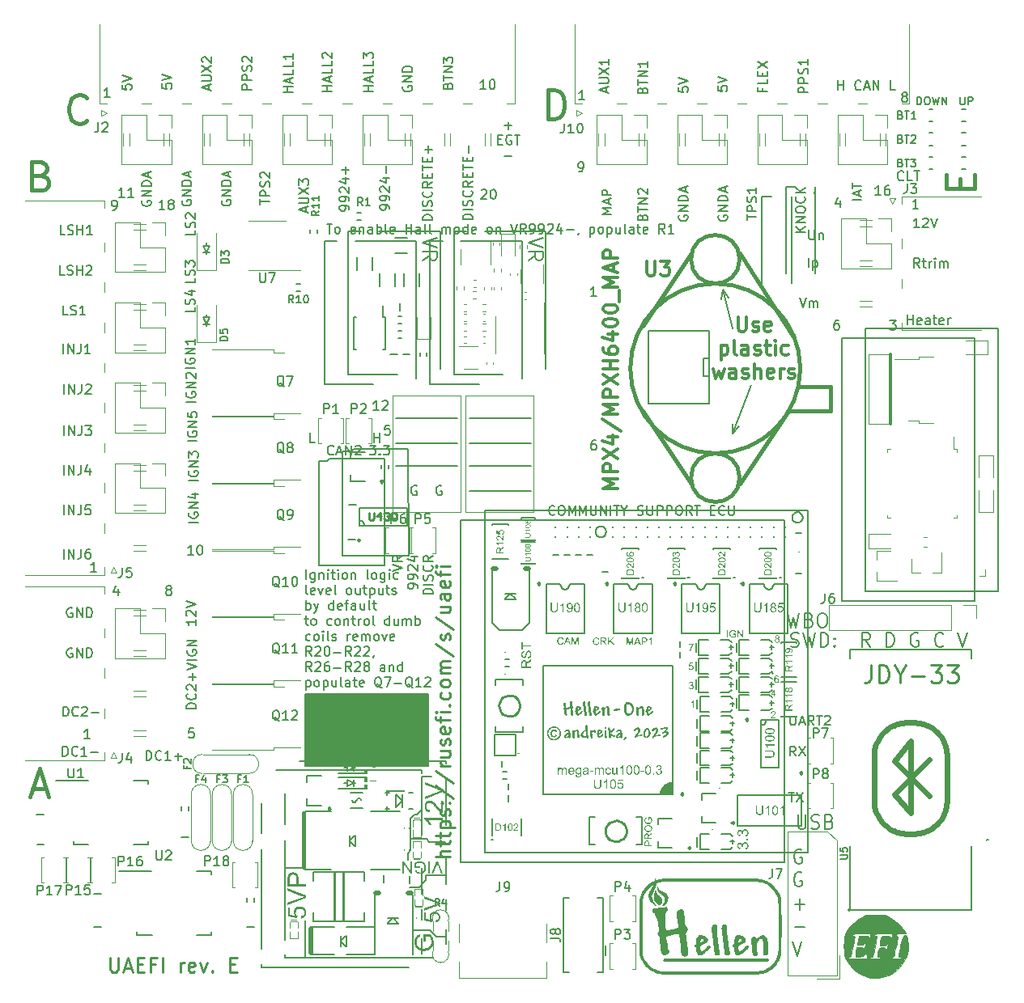
<source format=gto>
G75*
G70*
%OFA0B0*%
%FSLAX25Y25*%
%IPPOS*%
%LPD*%
%AMOC8*
5,1,8,0,0,1.08239X$1,22.5*
%
%ADD10C,0.00787*%
%ADD101C,0.00394*%
%ADD102C,0.01968*%
%ADD103C,0.01575*%
%ADD133C,0.01000*%
%ADD232C,0.00300*%
%ADD77C,0.01181*%
%ADD80C,0.00591*%
%ADD81C,0.00472*%
%ADD85C,0.01772*%
%ADD86C,0.00669*%
%ADD87C,0.00984*%
%ADD88C,0.00500*%
%ADD89C,0.01200*%
%ADD90C,0.00800*%
%ADD91C,0.00000*%
%ADD92C,0.02484*%
%ADD93C,0.00390*%
%ADD94C,0.00010*%
%ADD95C,0.01500*%
X0000000Y0000000D02*
%LPD*%
G01*
D80*
X0183070Y0217717D02*
X0208267Y0217717D01*
X0183070Y0207480D02*
X0208267Y0207480D01*
X0152755Y0237402D02*
X0177952Y0237402D01*
X0115236Y0123750D02*
X0166086Y0123750D01*
X0166086Y0093927D01*
X0115236Y0093927D01*
X0115236Y0123750D01*
G36*
X0115236Y0123750D02*
G01*
X0166086Y0123750D01*
X0166086Y0093927D01*
X0115236Y0093927D01*
X0115236Y0123750D01*
G37*
X0183070Y0227165D02*
X0208267Y0227165D01*
X0152755Y0217717D02*
X0177952Y0217717D01*
X0183070Y0237402D02*
X0208267Y0237402D01*
X0152755Y0227165D02*
X0177952Y0227165D01*
X0143757Y0227343D02*
X0143757Y0231280D01*
X0143757Y0229405D02*
X0146006Y0229405D01*
X0146006Y0227343D02*
X0146006Y0231280D01*
X0368232Y0315926D02*
X0365982Y0315926D01*
X0367107Y0315926D02*
X0367107Y0319863D01*
X0367107Y0319863D02*
X0366732Y0319300D01*
X0366732Y0319300D02*
X0366357Y0318926D01*
X0366357Y0318926D02*
X0365982Y0318738D01*
X0369731Y0319488D02*
X0369919Y0319675D01*
X0369919Y0319675D02*
X0370294Y0319863D01*
X0370294Y0319863D02*
X0371231Y0319863D01*
X0371231Y0319863D02*
X0371606Y0319675D01*
X0371606Y0319675D02*
X0371794Y0319488D01*
X0371794Y0319488D02*
X0371981Y0319113D01*
X0371981Y0319113D02*
X0371981Y0318738D01*
X0371981Y0318738D02*
X0371794Y0318176D01*
X0371794Y0318176D02*
X0369544Y0315926D01*
X0369544Y0315926D02*
X0371981Y0315926D01*
X0373106Y0319863D02*
X0374418Y0315926D01*
X0374418Y0315926D02*
X0375731Y0319863D01*
D85*
X0006749Y0337429D02*
X0008436Y0336867D01*
X0008436Y0336867D02*
X0008998Y0336304D01*
X0008998Y0336304D02*
X0009561Y0335179D01*
X0009561Y0335179D02*
X0009561Y0333492D01*
X0009561Y0333492D02*
X0008998Y0332367D01*
X0008998Y0332367D02*
X0008436Y0331805D01*
X0008436Y0331805D02*
X0007311Y0331242D01*
X0007311Y0331242D02*
X0002812Y0331242D01*
X0002812Y0331242D02*
X0002812Y0343053D01*
X0002812Y0343053D02*
X0006749Y0343053D01*
X0006749Y0343053D02*
X0007874Y0342491D01*
X0007874Y0342491D02*
X0008436Y0341928D01*
X0008436Y0341928D02*
X0008998Y0340804D01*
X0008998Y0340804D02*
X0008998Y0339679D01*
X0008998Y0339679D02*
X0008436Y0338554D01*
X0008436Y0338554D02*
X0007874Y0337991D01*
X0007874Y0337991D02*
X0006749Y0337429D01*
X0006749Y0337429D02*
X0002812Y0337429D01*
D80*
X0069441Y0109627D02*
X0067566Y0109627D01*
X0067566Y0109627D02*
X0067379Y0107752D01*
X0067379Y0107752D02*
X0067566Y0107939D01*
X0067566Y0107939D02*
X0067941Y0108127D01*
X0067941Y0108127D02*
X0068878Y0108127D01*
X0068878Y0108127D02*
X0069253Y0107939D01*
X0069253Y0107939D02*
X0069441Y0107752D01*
X0069441Y0107752D02*
X0069628Y0107377D01*
X0069628Y0107377D02*
X0069628Y0106440D01*
X0069628Y0106440D02*
X0069441Y0106065D01*
X0069441Y0106065D02*
X0069253Y0105877D01*
X0069253Y0105877D02*
X0068878Y0105690D01*
X0068878Y0105690D02*
X0067941Y0105690D01*
X0067941Y0105690D02*
X0067566Y0105877D01*
X0067566Y0105877D02*
X0067379Y0106065D01*
X0016019Y0179509D02*
X0016019Y0183446D01*
X0017894Y0179509D02*
X0017894Y0183446D01*
X0017894Y0183446D02*
X0020144Y0179509D01*
X0020144Y0179509D02*
X0020144Y0183446D01*
X0023143Y0183446D02*
X0023143Y0180633D01*
X0023143Y0180633D02*
X0022956Y0180071D01*
X0022956Y0180071D02*
X0022581Y0179696D01*
X0022581Y0179696D02*
X0022019Y0179509D01*
X0022019Y0179509D02*
X0021644Y0179509D01*
X0026706Y0183446D02*
X0025956Y0183446D01*
X0025956Y0183446D02*
X0025581Y0183258D01*
X0025581Y0183258D02*
X0025393Y0183071D01*
X0025393Y0183071D02*
X0025018Y0182508D01*
X0025018Y0182508D02*
X0024831Y0181758D01*
X0024831Y0181758D02*
X0024831Y0180259D01*
X0024831Y0180259D02*
X0025018Y0179884D01*
X0025018Y0179884D02*
X0025206Y0179696D01*
X0025206Y0179696D02*
X0025581Y0179509D01*
X0025581Y0179509D02*
X0026331Y0179509D01*
X0026331Y0179509D02*
X0026706Y0179696D01*
X0026706Y0179696D02*
X0026893Y0179884D01*
X0026893Y0179884D02*
X0027081Y0180259D01*
X0027081Y0180259D02*
X0027081Y0181196D01*
X0027081Y0181196D02*
X0026893Y0181571D01*
X0026893Y0181571D02*
X0026706Y0181758D01*
X0026706Y0181758D02*
X0026331Y0181946D01*
X0026331Y0181946D02*
X0025581Y0181946D01*
X0025581Y0181946D02*
X0025206Y0181758D01*
X0025206Y0181758D02*
X0025018Y0181571D01*
X0025018Y0181571D02*
X0024831Y0181196D01*
X0070097Y0314792D02*
X0070097Y0312917D01*
X0070097Y0312917D02*
X0066160Y0312917D01*
X0069910Y0315917D02*
X0070097Y0316479D01*
X0070097Y0316479D02*
X0070097Y0317417D01*
X0070097Y0317417D02*
X0069910Y0317792D01*
X0069910Y0317792D02*
X0069722Y0317979D01*
X0069722Y0317979D02*
X0069347Y0318166D01*
X0069347Y0318166D02*
X0068972Y0318166D01*
X0068972Y0318166D02*
X0068597Y0317979D01*
X0068597Y0317979D02*
X0068410Y0317792D01*
X0068410Y0317792D02*
X0068222Y0317417D01*
X0068222Y0317417D02*
X0068035Y0316667D01*
X0068035Y0316667D02*
X0067848Y0316292D01*
X0067848Y0316292D02*
X0067660Y0316104D01*
X0067660Y0316104D02*
X0067285Y0315917D01*
X0067285Y0315917D02*
X0066910Y0315917D01*
X0066910Y0315917D02*
X0066535Y0316104D01*
X0066535Y0316104D02*
X0066348Y0316292D01*
X0066348Y0316292D02*
X0066160Y0316667D01*
X0066160Y0316667D02*
X0066160Y0317604D01*
X0066160Y0317604D02*
X0066348Y0318166D01*
X0066535Y0319666D02*
X0066348Y0319854D01*
X0066348Y0319854D02*
X0066160Y0320229D01*
X0066160Y0320229D02*
X0066160Y0321166D01*
X0066160Y0321166D02*
X0066348Y0321541D01*
X0066348Y0321541D02*
X0066535Y0321729D01*
X0066535Y0321729D02*
X0066910Y0321916D01*
X0066910Y0321916D02*
X0067285Y0321916D01*
X0067285Y0321916D02*
X0067848Y0321729D01*
X0067848Y0321729D02*
X0070097Y0319479D01*
X0070097Y0319479D02*
X0070097Y0321916D01*
X0016019Y0214154D02*
X0016019Y0218091D01*
X0017894Y0214154D02*
X0017894Y0218091D01*
X0017894Y0218091D02*
X0020144Y0214154D01*
X0020144Y0214154D02*
X0020144Y0218091D01*
X0023143Y0218091D02*
X0023143Y0215279D01*
X0023143Y0215279D02*
X0022956Y0214717D01*
X0022956Y0214717D02*
X0022581Y0214342D01*
X0022581Y0214342D02*
X0022019Y0214154D01*
X0022019Y0214154D02*
X0021644Y0214154D01*
X0026706Y0216779D02*
X0026706Y0214154D01*
X0025768Y0218279D02*
X0024831Y0215467D01*
X0024831Y0215467D02*
X0027268Y0215467D01*
X0016272Y0296438D02*
X0014398Y0296438D01*
X0014398Y0296438D02*
X0014398Y0300375D01*
X0017397Y0296625D02*
X0017960Y0296438D01*
X0017960Y0296438D02*
X0018897Y0296438D01*
X0018897Y0296438D02*
X0019272Y0296625D01*
X0019272Y0296625D02*
X0019460Y0296813D01*
X0019460Y0296813D02*
X0019647Y0297188D01*
X0019647Y0297188D02*
X0019647Y0297563D01*
X0019647Y0297563D02*
X0019460Y0297938D01*
X0019460Y0297938D02*
X0019272Y0298125D01*
X0019272Y0298125D02*
X0018897Y0298312D01*
X0018897Y0298312D02*
X0018147Y0298500D01*
X0018147Y0298500D02*
X0017772Y0298687D01*
X0017772Y0298687D02*
X0017585Y0298875D01*
X0017585Y0298875D02*
X0017397Y0299250D01*
X0017397Y0299250D02*
X0017397Y0299625D01*
X0017397Y0299625D02*
X0017585Y0300000D01*
X0017585Y0300000D02*
X0017772Y0300187D01*
X0017772Y0300187D02*
X0018147Y0300375D01*
X0018147Y0300375D02*
X0019085Y0300375D01*
X0019085Y0300375D02*
X0019647Y0300187D01*
X0021334Y0296438D02*
X0021334Y0300375D01*
X0021334Y0298500D02*
X0023584Y0298500D01*
X0023584Y0296438D02*
X0023584Y0300375D01*
X0025271Y0300000D02*
X0025459Y0300187D01*
X0025459Y0300187D02*
X0025834Y0300375D01*
X0025834Y0300375D02*
X0026771Y0300375D01*
X0026771Y0300375D02*
X0027146Y0300187D01*
X0027146Y0300187D02*
X0027334Y0300000D01*
X0027334Y0300000D02*
X0027521Y0299625D01*
X0027521Y0299625D02*
X0027521Y0299250D01*
X0027521Y0299250D02*
X0027334Y0298687D01*
X0027334Y0298687D02*
X0025084Y0296438D01*
X0025084Y0296438D02*
X0027521Y0296438D01*
X0057517Y0323406D02*
X0055268Y0323406D01*
X0056392Y0323406D02*
X0056392Y0327343D01*
X0056392Y0327343D02*
X0056018Y0326781D01*
X0056018Y0326781D02*
X0055643Y0326406D01*
X0055643Y0326406D02*
X0055268Y0326218D01*
X0059767Y0325656D02*
X0059392Y0325843D01*
X0059392Y0325843D02*
X0059205Y0326031D01*
X0059205Y0326031D02*
X0059017Y0326406D01*
X0059017Y0326406D02*
X0059017Y0326593D01*
X0059017Y0326593D02*
X0059205Y0326968D01*
X0059205Y0326968D02*
X0059392Y0327156D01*
X0059392Y0327156D02*
X0059767Y0327343D01*
X0059767Y0327343D02*
X0060517Y0327343D01*
X0060517Y0327343D02*
X0060892Y0327156D01*
X0060892Y0327156D02*
X0061079Y0326968D01*
X0061079Y0326968D02*
X0061267Y0326593D01*
X0061267Y0326593D02*
X0061267Y0326406D01*
X0061267Y0326406D02*
X0061079Y0326031D01*
X0061079Y0326031D02*
X0060892Y0325843D01*
X0060892Y0325843D02*
X0060517Y0325656D01*
X0060517Y0325656D02*
X0059767Y0325656D01*
X0059767Y0325656D02*
X0059392Y0325468D01*
X0059392Y0325468D02*
X0059205Y0325281D01*
X0059205Y0325281D02*
X0059017Y0324906D01*
X0059017Y0324906D02*
X0059017Y0324156D01*
X0059017Y0324156D02*
X0059205Y0323781D01*
X0059205Y0323781D02*
X0059392Y0323594D01*
X0059392Y0323594D02*
X0059767Y0323406D01*
X0059767Y0323406D02*
X0060517Y0323406D01*
X0060517Y0323406D02*
X0060892Y0323594D01*
X0060892Y0323594D02*
X0061079Y0323781D01*
X0061079Y0323781D02*
X0061267Y0324156D01*
X0061267Y0324156D02*
X0061267Y0324906D01*
X0061267Y0324906D02*
X0061079Y0325281D01*
X0061079Y0325281D02*
X0060892Y0325468D01*
X0060892Y0325468D02*
X0060517Y0325656D01*
X0015719Y0114548D02*
X0015719Y0118485D01*
X0015719Y0118485D02*
X0016657Y0118485D01*
X0016657Y0118485D02*
X0017219Y0118297D01*
X0017219Y0118297D02*
X0017594Y0117923D01*
X0017594Y0117923D02*
X0017782Y0117548D01*
X0017782Y0117548D02*
X0017969Y0116798D01*
X0017969Y0116798D02*
X0017969Y0116235D01*
X0017969Y0116235D02*
X0017782Y0115485D01*
X0017782Y0115485D02*
X0017594Y0115110D01*
X0017594Y0115110D02*
X0017219Y0114735D01*
X0017219Y0114735D02*
X0016657Y0114548D01*
X0016657Y0114548D02*
X0015719Y0114548D01*
X0021906Y0114923D02*
X0021719Y0114735D01*
X0021719Y0114735D02*
X0021156Y0114548D01*
X0021156Y0114548D02*
X0020781Y0114548D01*
X0020781Y0114548D02*
X0020219Y0114735D01*
X0020219Y0114735D02*
X0019844Y0115110D01*
X0019844Y0115110D02*
X0019656Y0115485D01*
X0019656Y0115485D02*
X0019469Y0116235D01*
X0019469Y0116235D02*
X0019469Y0116798D01*
X0019469Y0116798D02*
X0019656Y0117548D01*
X0019656Y0117548D02*
X0019844Y0117923D01*
X0019844Y0117923D02*
X0020219Y0118297D01*
X0020219Y0118297D02*
X0020781Y0118485D01*
X0020781Y0118485D02*
X0021156Y0118485D01*
X0021156Y0118485D02*
X0021719Y0118297D01*
X0021719Y0118297D02*
X0021906Y0118110D01*
X0023406Y0118110D02*
X0023593Y0118297D01*
X0023593Y0118297D02*
X0023968Y0118485D01*
X0023968Y0118485D02*
X0024906Y0118485D01*
X0024906Y0118485D02*
X0025281Y0118297D01*
X0025281Y0118297D02*
X0025468Y0118110D01*
X0025468Y0118110D02*
X0025656Y0117735D01*
X0025656Y0117735D02*
X0025656Y0117360D01*
X0025656Y0117360D02*
X0025468Y0116798D01*
X0025468Y0116798D02*
X0023218Y0114548D01*
X0023218Y0114548D02*
X0025656Y0114548D01*
X0027343Y0116048D02*
X0030343Y0116048D01*
X0039979Y0374841D02*
X0039979Y0372966D01*
X0039979Y0372966D02*
X0041854Y0372778D01*
X0041854Y0372778D02*
X0041666Y0372966D01*
X0041666Y0372966D02*
X0041479Y0373341D01*
X0041479Y0373341D02*
X0041479Y0374278D01*
X0041479Y0374278D02*
X0041666Y0374653D01*
X0041666Y0374653D02*
X0041854Y0374841D01*
X0041854Y0374841D02*
X0042229Y0375028D01*
X0042229Y0375028D02*
X0043166Y0375028D01*
X0043166Y0375028D02*
X0043541Y0374841D01*
X0043541Y0374841D02*
X0043729Y0374653D01*
X0043729Y0374653D02*
X0043916Y0374278D01*
X0043916Y0374278D02*
X0043916Y0373341D01*
X0043916Y0373341D02*
X0043729Y0372966D01*
X0043729Y0372966D02*
X0043541Y0372778D01*
X0039979Y0376153D02*
X0043916Y0377465D01*
X0043916Y0377465D02*
X0039979Y0378778D01*
X0230455Y0368682D02*
X0228205Y0368682D01*
X0229330Y0368682D02*
X0229330Y0372619D01*
X0229330Y0372619D02*
X0228955Y0372056D01*
X0228955Y0372056D02*
X0228580Y0371681D01*
X0228580Y0371681D02*
X0228205Y0371494D01*
X0126396Y0372047D02*
X0122459Y0372047D01*
X0124334Y0372047D02*
X0124334Y0374297D01*
X0126396Y0374297D02*
X0122459Y0374297D01*
X0125272Y0375984D02*
X0125272Y0377859D01*
X0126396Y0375609D02*
X0122459Y0376922D01*
X0122459Y0376922D02*
X0126396Y0378234D01*
X0126396Y0381421D02*
X0126396Y0379546D01*
X0126396Y0379546D02*
X0122459Y0379546D01*
X0126396Y0384608D02*
X0126396Y0382733D01*
X0126396Y0382733D02*
X0122459Y0382733D01*
X0122834Y0385733D02*
X0122647Y0385921D01*
X0122647Y0385921D02*
X0122459Y0386295D01*
X0122459Y0386295D02*
X0122459Y0387233D01*
X0122459Y0387233D02*
X0122647Y0387608D01*
X0122647Y0387608D02*
X0122834Y0387795D01*
X0122834Y0387795D02*
X0123209Y0387983D01*
X0123209Y0387983D02*
X0123584Y0387983D01*
X0123584Y0387983D02*
X0124147Y0387795D01*
X0124147Y0387795D02*
X0126396Y0385546D01*
X0126396Y0385546D02*
X0126396Y0387983D01*
X0167656Y0319012D02*
X0163719Y0319012D01*
X0163719Y0319012D02*
X0163719Y0319949D01*
X0163719Y0319949D02*
X0163907Y0320512D01*
X0163907Y0320512D02*
X0164282Y0320887D01*
X0164282Y0320887D02*
X0164657Y0321074D01*
X0164657Y0321074D02*
X0165407Y0321262D01*
X0165407Y0321262D02*
X0165969Y0321262D01*
X0165969Y0321262D02*
X0166719Y0321074D01*
X0166719Y0321074D02*
X0167094Y0320887D01*
X0167094Y0320887D02*
X0167469Y0320512D01*
X0167469Y0320512D02*
X0167656Y0319949D01*
X0167656Y0319949D02*
X0167656Y0319012D01*
X0167656Y0322949D02*
X0163719Y0322949D01*
X0167469Y0324636D02*
X0167656Y0325199D01*
X0167656Y0325199D02*
X0167656Y0326136D01*
X0167656Y0326136D02*
X0167469Y0326511D01*
X0167469Y0326511D02*
X0167281Y0326699D01*
X0167281Y0326699D02*
X0166906Y0326886D01*
X0166906Y0326886D02*
X0166531Y0326886D01*
X0166531Y0326886D02*
X0166156Y0326699D01*
X0166156Y0326699D02*
X0165969Y0326511D01*
X0165969Y0326511D02*
X0165782Y0326136D01*
X0165782Y0326136D02*
X0165594Y0325386D01*
X0165594Y0325386D02*
X0165407Y0325011D01*
X0165407Y0325011D02*
X0165219Y0324824D01*
X0165219Y0324824D02*
X0164844Y0324636D01*
X0164844Y0324636D02*
X0164469Y0324636D01*
X0164469Y0324636D02*
X0164094Y0324824D01*
X0164094Y0324824D02*
X0163907Y0325011D01*
X0163907Y0325011D02*
X0163719Y0325386D01*
X0163719Y0325386D02*
X0163719Y0326324D01*
X0163719Y0326324D02*
X0163907Y0326886D01*
X0167281Y0330823D02*
X0167469Y0330636D01*
X0167469Y0330636D02*
X0167656Y0330073D01*
X0167656Y0330073D02*
X0167656Y0329698D01*
X0167656Y0329698D02*
X0167469Y0329136D01*
X0167469Y0329136D02*
X0167094Y0328761D01*
X0167094Y0328761D02*
X0166719Y0328573D01*
X0166719Y0328573D02*
X0165969Y0328386D01*
X0165969Y0328386D02*
X0165407Y0328386D01*
X0165407Y0328386D02*
X0164657Y0328573D01*
X0164657Y0328573D02*
X0164282Y0328761D01*
X0164282Y0328761D02*
X0163907Y0329136D01*
X0163907Y0329136D02*
X0163719Y0329698D01*
X0163719Y0329698D02*
X0163719Y0330073D01*
X0163719Y0330073D02*
X0163907Y0330636D01*
X0163907Y0330636D02*
X0164094Y0330823D01*
X0167656Y0334760D02*
X0165782Y0333448D01*
X0167656Y0332510D02*
X0163719Y0332510D01*
X0163719Y0332510D02*
X0163719Y0334010D01*
X0163719Y0334010D02*
X0163907Y0334385D01*
X0163907Y0334385D02*
X0164094Y0334573D01*
X0164094Y0334573D02*
X0164469Y0334760D01*
X0164469Y0334760D02*
X0165032Y0334760D01*
X0165032Y0334760D02*
X0165407Y0334573D01*
X0165407Y0334573D02*
X0165594Y0334385D01*
X0165594Y0334385D02*
X0165782Y0334010D01*
X0165782Y0334010D02*
X0165782Y0332510D01*
X0165594Y0336447D02*
X0165594Y0337760D01*
X0167656Y0338322D02*
X0167656Y0336447D01*
X0167656Y0336447D02*
X0163719Y0336447D01*
X0163719Y0336447D02*
X0163719Y0338322D01*
X0163719Y0339447D02*
X0163719Y0341697D01*
X0167656Y0340572D02*
X0163719Y0340572D01*
X0165594Y0343009D02*
X0165594Y0344321D01*
X0167656Y0344884D02*
X0167656Y0343009D01*
X0167656Y0343009D02*
X0163719Y0343009D01*
X0163719Y0343009D02*
X0163719Y0344884D01*
X0166156Y0346571D02*
X0166156Y0349571D01*
X0167656Y0348071D02*
X0164657Y0348071D01*
D10*
X0319820Y0059460D02*
X0319295Y0059742D01*
X0319295Y0059742D02*
X0318507Y0059742D01*
X0318507Y0059742D02*
X0317720Y0059460D01*
X0317720Y0059460D02*
X0317195Y0058898D01*
X0317195Y0058898D02*
X0316933Y0058336D01*
X0316933Y0058336D02*
X0316670Y0057211D01*
X0316670Y0057211D02*
X0316670Y0056367D01*
X0316670Y0056367D02*
X0316933Y0055242D01*
X0316933Y0055242D02*
X0317195Y0054680D01*
X0317195Y0054680D02*
X0317720Y0054117D01*
X0317720Y0054117D02*
X0318507Y0053836D01*
X0318507Y0053836D02*
X0319032Y0053836D01*
X0319032Y0053836D02*
X0319820Y0054117D01*
X0319820Y0054117D02*
X0320082Y0054399D01*
X0320082Y0054399D02*
X0320082Y0056367D01*
X0320082Y0056367D02*
X0319032Y0056367D01*
X0319820Y0049953D02*
X0319295Y0050234D01*
X0319295Y0050234D02*
X0318507Y0050234D01*
X0318507Y0050234D02*
X0317720Y0049953D01*
X0317720Y0049953D02*
X0317195Y0049390D01*
X0317195Y0049390D02*
X0316933Y0048828D01*
X0316933Y0048828D02*
X0316670Y0047703D01*
X0316670Y0047703D02*
X0316670Y0046860D01*
X0316670Y0046860D02*
X0316933Y0045735D01*
X0316933Y0045735D02*
X0317195Y0045172D01*
X0317195Y0045172D02*
X0317720Y0044610D01*
X0317720Y0044610D02*
X0318507Y0044329D01*
X0318507Y0044329D02*
X0319032Y0044329D01*
X0319032Y0044329D02*
X0319820Y0044610D01*
X0319820Y0044610D02*
X0320082Y0044891D01*
X0320082Y0044891D02*
X0320082Y0046860D01*
X0320082Y0046860D02*
X0319032Y0046860D01*
X0316933Y0037071D02*
X0321132Y0037071D01*
X0319032Y0034821D02*
X0319032Y0039320D01*
X0316933Y0027563D02*
X0321132Y0027563D01*
X0316145Y0021711D02*
X0317983Y0015806D01*
X0317983Y0015806D02*
X0319820Y0021711D01*
D80*
X0321278Y0314136D02*
X0317341Y0314136D01*
X0321278Y0316385D02*
X0319029Y0314698D01*
X0317341Y0316385D02*
X0319591Y0314136D01*
X0321278Y0318073D02*
X0317341Y0318073D01*
X0317341Y0318073D02*
X0321278Y0320322D01*
X0321278Y0320322D02*
X0317341Y0320322D01*
X0317341Y0322947D02*
X0317341Y0323697D01*
X0317341Y0323697D02*
X0317529Y0324072D01*
X0317529Y0324072D02*
X0317904Y0324447D01*
X0317904Y0324447D02*
X0318654Y0324634D01*
X0318654Y0324634D02*
X0319966Y0324634D01*
X0319966Y0324634D02*
X0320716Y0324447D01*
X0320716Y0324447D02*
X0321091Y0324072D01*
X0321091Y0324072D02*
X0321278Y0323697D01*
X0321278Y0323697D02*
X0321278Y0322947D01*
X0321278Y0322947D02*
X0321091Y0322572D01*
X0321091Y0322572D02*
X0320716Y0322197D01*
X0320716Y0322197D02*
X0319966Y0322010D01*
X0319966Y0322010D02*
X0318654Y0322010D01*
X0318654Y0322010D02*
X0317904Y0322197D01*
X0317904Y0322197D02*
X0317529Y0322572D01*
X0317529Y0322572D02*
X0317341Y0322947D01*
X0320903Y0328571D02*
X0321091Y0328384D01*
X0321091Y0328384D02*
X0321278Y0327822D01*
X0321278Y0327822D02*
X0321278Y0327447D01*
X0321278Y0327447D02*
X0321091Y0326884D01*
X0321091Y0326884D02*
X0320716Y0326509D01*
X0320716Y0326509D02*
X0320341Y0326322D01*
X0320341Y0326322D02*
X0319591Y0326134D01*
X0319591Y0326134D02*
X0319029Y0326134D01*
X0319029Y0326134D02*
X0318279Y0326322D01*
X0318279Y0326322D02*
X0317904Y0326509D01*
X0317904Y0326509D02*
X0317529Y0326884D01*
X0317529Y0326884D02*
X0317341Y0327447D01*
X0317341Y0327447D02*
X0317341Y0327822D01*
X0317341Y0327822D02*
X0317529Y0328384D01*
X0317529Y0328384D02*
X0317716Y0328571D01*
X0321278Y0330259D02*
X0317341Y0330259D01*
X0321278Y0332508D02*
X0319029Y0330821D01*
X0317341Y0332508D02*
X0319591Y0330259D01*
X0315105Y0114843D02*
X0315105Y0111656D01*
X0315105Y0111656D02*
X0315292Y0111281D01*
X0315292Y0111281D02*
X0315480Y0111093D01*
X0315480Y0111093D02*
X0315855Y0110906D01*
X0315855Y0110906D02*
X0316605Y0110906D01*
X0316605Y0110906D02*
X0316980Y0111093D01*
X0316980Y0111093D02*
X0317167Y0111281D01*
X0317167Y0111281D02*
X0317355Y0111656D01*
X0317355Y0111656D02*
X0317355Y0114843D01*
X0319042Y0112031D02*
X0320917Y0112031D01*
X0318667Y0110906D02*
X0319979Y0114843D01*
X0319979Y0114843D02*
X0321292Y0110906D01*
X0324854Y0110906D02*
X0323541Y0112780D01*
X0322604Y0110906D02*
X0322604Y0114843D01*
X0322604Y0114843D02*
X0324104Y0114843D01*
X0324104Y0114843D02*
X0324479Y0114655D01*
X0324479Y0114655D02*
X0324666Y0114468D01*
X0324666Y0114468D02*
X0324854Y0114093D01*
X0324854Y0114093D02*
X0324854Y0113530D01*
X0324854Y0113530D02*
X0324666Y0113155D01*
X0324666Y0113155D02*
X0324479Y0112968D01*
X0324479Y0112968D02*
X0324104Y0112780D01*
X0324104Y0112780D02*
X0322604Y0112780D01*
X0325979Y0114843D02*
X0328228Y0114843D01*
X0327103Y0110906D02*
X0327103Y0114843D01*
X0329353Y0114468D02*
X0329541Y0114655D01*
X0329541Y0114655D02*
X0329916Y0114843D01*
X0329916Y0114843D02*
X0330853Y0114843D01*
X0330853Y0114843D02*
X0331228Y0114655D01*
X0331228Y0114655D02*
X0331415Y0114468D01*
X0331415Y0114468D02*
X0331603Y0114093D01*
X0331603Y0114093D02*
X0331603Y0113718D01*
X0331603Y0113718D02*
X0331415Y0113155D01*
X0331415Y0113155D02*
X0329166Y0110906D01*
X0329166Y0110906D02*
X0331603Y0110906D01*
X0317355Y0098229D02*
X0316042Y0100104D01*
X0315105Y0098229D02*
X0315105Y0102166D01*
X0315105Y0102166D02*
X0316605Y0102166D01*
X0316605Y0102166D02*
X0316980Y0101978D01*
X0316980Y0101978D02*
X0317167Y0101791D01*
X0317167Y0101791D02*
X0317355Y0101416D01*
X0317355Y0101416D02*
X0317355Y0100854D01*
X0317355Y0100854D02*
X0317167Y0100479D01*
X0317167Y0100479D02*
X0316980Y0100291D01*
X0316980Y0100291D02*
X0316605Y0100104D01*
X0316605Y0100104D02*
X0315105Y0100104D01*
X0318667Y0102166D02*
X0321292Y0098229D01*
X0321292Y0102166D02*
X0318667Y0098229D01*
X0314543Y0083151D02*
X0316792Y0083151D01*
X0315667Y0079214D02*
X0315667Y0083151D01*
X0317730Y0083151D02*
X0320354Y0079214D01*
X0320354Y0083151D02*
X0317730Y0079214D01*
D85*
X0003093Y0084617D02*
X0008717Y0084617D01*
X0001968Y0081242D02*
X0005905Y0093053D01*
X0005905Y0093053D02*
X0009842Y0081242D01*
D80*
X0056515Y0375234D02*
X0056515Y0373360D01*
X0056515Y0373360D02*
X0058389Y0373172D01*
X0058389Y0373172D02*
X0058202Y0373360D01*
X0058202Y0373360D02*
X0058014Y0373735D01*
X0058014Y0373735D02*
X0058014Y0374672D01*
X0058014Y0374672D02*
X0058202Y0375047D01*
X0058202Y0375047D02*
X0058389Y0375234D01*
X0058389Y0375234D02*
X0058764Y0375422D01*
X0058764Y0375422D02*
X0059702Y0375422D01*
X0059702Y0375422D02*
X0060077Y0375234D01*
X0060077Y0375234D02*
X0060264Y0375047D01*
X0060264Y0375047D02*
X0060452Y0374672D01*
X0060452Y0374672D02*
X0060452Y0373735D01*
X0060452Y0373735D02*
X0060264Y0373360D01*
X0060264Y0373360D02*
X0060077Y0373172D01*
X0056515Y0376547D02*
X0060452Y0377859D01*
X0060452Y0377859D02*
X0056515Y0379171D01*
X0352399Y0329312D02*
X0350149Y0329312D01*
X0351274Y0329312D02*
X0351274Y0333249D01*
X0351274Y0333249D02*
X0350899Y0332686D01*
X0350899Y0332686D02*
X0350524Y0332311D01*
X0350524Y0332311D02*
X0350149Y0332124D01*
X0355774Y0333249D02*
X0355024Y0333249D01*
X0355024Y0333249D02*
X0354649Y0333061D01*
X0354649Y0333061D02*
X0354461Y0332874D01*
X0354461Y0332874D02*
X0354087Y0332311D01*
X0354087Y0332311D02*
X0353899Y0331561D01*
X0353899Y0331561D02*
X0353899Y0330062D01*
X0353899Y0330062D02*
X0354087Y0329687D01*
X0354087Y0329687D02*
X0354274Y0329499D01*
X0354274Y0329499D02*
X0354649Y0329312D01*
X0354649Y0329312D02*
X0355399Y0329312D01*
X0355399Y0329312D02*
X0355774Y0329499D01*
X0355774Y0329499D02*
X0355961Y0329687D01*
X0355961Y0329687D02*
X0356149Y0330062D01*
X0356149Y0330062D02*
X0356149Y0330999D01*
X0356149Y0330999D02*
X0355961Y0331374D01*
X0355961Y0331374D02*
X0355774Y0331561D01*
X0355774Y0331561D02*
X0355399Y0331749D01*
X0355399Y0331749D02*
X0354649Y0331749D01*
X0354649Y0331749D02*
X0354274Y0331561D01*
X0354274Y0331561D02*
X0354087Y0331374D01*
X0354087Y0331374D02*
X0353899Y0330999D01*
X0174137Y0374372D02*
X0174325Y0374934D01*
X0174325Y0374934D02*
X0174512Y0375122D01*
X0174512Y0375122D02*
X0174887Y0375309D01*
X0174887Y0375309D02*
X0175450Y0375309D01*
X0175450Y0375309D02*
X0175825Y0375122D01*
X0175825Y0375122D02*
X0176012Y0374934D01*
X0176012Y0374934D02*
X0176200Y0374559D01*
X0176200Y0374559D02*
X0176200Y0373060D01*
X0176200Y0373060D02*
X0172263Y0373060D01*
X0172263Y0373060D02*
X0172263Y0374372D01*
X0172263Y0374372D02*
X0172450Y0374747D01*
X0172450Y0374747D02*
X0172638Y0374934D01*
X0172638Y0374934D02*
X0173012Y0375122D01*
X0173012Y0375122D02*
X0173387Y0375122D01*
X0173387Y0375122D02*
X0173762Y0374934D01*
X0173762Y0374934D02*
X0173950Y0374747D01*
X0173950Y0374747D02*
X0174137Y0374372D01*
X0174137Y0374372D02*
X0174137Y0373060D01*
X0172263Y0376434D02*
X0172263Y0378684D01*
X0176200Y0377559D02*
X0172263Y0377559D01*
X0176200Y0379996D02*
X0172263Y0379996D01*
X0172263Y0379996D02*
X0176200Y0382246D01*
X0176200Y0382246D02*
X0172263Y0382246D01*
X0172263Y0383746D02*
X0172263Y0386183D01*
X0172263Y0386183D02*
X0173762Y0384871D01*
X0173762Y0384871D02*
X0173762Y0385433D01*
X0173762Y0385433D02*
X0173950Y0385808D01*
X0173950Y0385808D02*
X0174137Y0385996D01*
X0174137Y0385996D02*
X0174512Y0386183D01*
X0174512Y0386183D02*
X0175450Y0386183D01*
X0175450Y0386183D02*
X0175825Y0385996D01*
X0175825Y0385996D02*
X0176012Y0385808D01*
X0176012Y0385808D02*
X0176200Y0385433D01*
X0176200Y0385433D02*
X0176200Y0384308D01*
X0176200Y0384308D02*
X0176012Y0383933D01*
X0176012Y0383933D02*
X0175825Y0383746D01*
X0075665Y0372778D02*
X0075665Y0374653D01*
X0076790Y0372403D02*
X0072853Y0373716D01*
X0072853Y0373716D02*
X0076790Y0375028D01*
X0072853Y0376340D02*
X0076040Y0376340D01*
X0076040Y0376340D02*
X0076415Y0376528D01*
X0076415Y0376528D02*
X0076603Y0376715D01*
X0076603Y0376715D02*
X0076790Y0377090D01*
X0076790Y0377090D02*
X0076790Y0377840D01*
X0076790Y0377840D02*
X0076603Y0378215D01*
X0076603Y0378215D02*
X0076415Y0378403D01*
X0076415Y0378403D02*
X0076040Y0378590D01*
X0076040Y0378590D02*
X0072853Y0378590D01*
X0072853Y0380090D02*
X0076790Y0382715D01*
X0072853Y0382715D02*
X0076790Y0380090D01*
X0073228Y0384027D02*
X0073041Y0384214D01*
X0073041Y0384214D02*
X0072853Y0384589D01*
X0072853Y0384589D02*
X0072853Y0385527D01*
X0072853Y0385527D02*
X0073041Y0385902D01*
X0073041Y0385902D02*
X0073228Y0386089D01*
X0073228Y0386089D02*
X0073603Y0386277D01*
X0073603Y0386277D02*
X0073978Y0386277D01*
X0073978Y0386277D02*
X0074540Y0386089D01*
X0074540Y0386089D02*
X0076790Y0383840D01*
X0076790Y0383840D02*
X0076790Y0386277D01*
X0038348Y0166976D02*
X0038348Y0164351D01*
X0037410Y0168476D02*
X0036473Y0165663D01*
X0036473Y0165663D02*
X0038910Y0165663D01*
X0141938Y0226162D02*
X0144375Y0226162D01*
X0144375Y0226162D02*
X0143063Y0224662D01*
X0143063Y0224662D02*
X0143625Y0224662D01*
X0143625Y0224662D02*
X0144000Y0224475D01*
X0144000Y0224475D02*
X0144188Y0224287D01*
X0144188Y0224287D02*
X0144375Y0223912D01*
X0144375Y0223912D02*
X0144375Y0222975D01*
X0144375Y0222975D02*
X0144188Y0222600D01*
X0144188Y0222600D02*
X0144000Y0222413D01*
X0144000Y0222413D02*
X0143625Y0222225D01*
X0143625Y0222225D02*
X0142500Y0222225D01*
X0142500Y0222225D02*
X0142126Y0222413D01*
X0142126Y0222413D02*
X0141938Y0222600D01*
X0146063Y0222600D02*
X0146250Y0222413D01*
X0146250Y0222413D02*
X0146063Y0222225D01*
X0146063Y0222225D02*
X0145875Y0222413D01*
X0145875Y0222413D02*
X0146063Y0222600D01*
X0146063Y0222600D02*
X0146063Y0222225D01*
X0147562Y0226162D02*
X0150000Y0226162D01*
X0150000Y0226162D02*
X0148687Y0224662D01*
X0148687Y0224662D02*
X0149250Y0224662D01*
X0149250Y0224662D02*
X0149625Y0224475D01*
X0149625Y0224475D02*
X0149812Y0224287D01*
X0149812Y0224287D02*
X0150000Y0223912D01*
X0150000Y0223912D02*
X0150000Y0222975D01*
X0150000Y0222975D02*
X0149812Y0222600D01*
X0149812Y0222600D02*
X0149625Y0222413D01*
X0149625Y0222413D02*
X0149250Y0222225D01*
X0149250Y0222225D02*
X0148125Y0222225D01*
X0148125Y0222225D02*
X0147750Y0222413D01*
X0147750Y0222413D02*
X0147562Y0222600D01*
X0297263Y0319141D02*
X0297263Y0321391D01*
X0301200Y0320266D02*
X0297263Y0320266D01*
X0301200Y0322703D02*
X0297263Y0322703D01*
X0297263Y0322703D02*
X0297263Y0324203D01*
X0297263Y0324203D02*
X0297450Y0324578D01*
X0297450Y0324578D02*
X0297638Y0324766D01*
X0297638Y0324766D02*
X0298012Y0324953D01*
X0298012Y0324953D02*
X0298575Y0324953D01*
X0298575Y0324953D02*
X0298950Y0324766D01*
X0298950Y0324766D02*
X0299137Y0324578D01*
X0299137Y0324578D02*
X0299325Y0324203D01*
X0299325Y0324203D02*
X0299325Y0322703D01*
X0301012Y0326453D02*
X0301200Y0327015D01*
X0301200Y0327015D02*
X0301200Y0327953D01*
X0301200Y0327953D02*
X0301012Y0328328D01*
X0301012Y0328328D02*
X0300825Y0328515D01*
X0300825Y0328515D02*
X0300450Y0328703D01*
X0300450Y0328703D02*
X0300075Y0328703D01*
X0300075Y0328703D02*
X0299700Y0328515D01*
X0299700Y0328515D02*
X0299512Y0328328D01*
X0299512Y0328328D02*
X0299325Y0327953D01*
X0299325Y0327953D02*
X0299137Y0327203D01*
X0299137Y0327203D02*
X0298950Y0326828D01*
X0298950Y0326828D02*
X0298762Y0326640D01*
X0298762Y0326640D02*
X0298387Y0326453D01*
X0298387Y0326453D02*
X0298012Y0326453D01*
X0298012Y0326453D02*
X0297638Y0326640D01*
X0297638Y0326640D02*
X0297450Y0326828D01*
X0297450Y0326828D02*
X0297263Y0327203D01*
X0297263Y0327203D02*
X0297263Y0328140D01*
X0297263Y0328140D02*
X0297450Y0328703D01*
X0301200Y0332452D02*
X0301200Y0330202D01*
X0301200Y0331327D02*
X0297263Y0331327D01*
X0297263Y0331327D02*
X0297825Y0330952D01*
X0297825Y0330952D02*
X0298200Y0330577D01*
X0298200Y0330577D02*
X0298387Y0330202D01*
D86*
X0385067Y0369800D02*
X0385067Y0367187D01*
X0385067Y0367187D02*
X0385220Y0366879D01*
X0385220Y0366879D02*
X0385374Y0366725D01*
X0385374Y0366725D02*
X0385682Y0366572D01*
X0385682Y0366572D02*
X0386297Y0366572D01*
X0386297Y0366572D02*
X0386604Y0366725D01*
X0386604Y0366725D02*
X0386758Y0366879D01*
X0386758Y0366879D02*
X0386912Y0367187D01*
X0386912Y0367187D02*
X0386912Y0369800D01*
X0388449Y0366572D02*
X0388449Y0369800D01*
X0388449Y0369800D02*
X0389679Y0369800D01*
X0389679Y0369800D02*
X0389986Y0369646D01*
X0389986Y0369646D02*
X0390140Y0369493D01*
X0390140Y0369493D02*
X0390294Y0369185D01*
X0390294Y0369185D02*
X0390294Y0368724D01*
X0390294Y0368724D02*
X0390140Y0368416D01*
X0390140Y0368416D02*
X0389986Y0368263D01*
X0389986Y0368263D02*
X0389679Y0368109D01*
X0389679Y0368109D02*
X0388449Y0368109D01*
D80*
X0150149Y0234430D02*
X0148275Y0234430D01*
X0148275Y0234430D02*
X0148087Y0232555D01*
X0148087Y0232555D02*
X0148275Y0232743D01*
X0148275Y0232743D02*
X0148650Y0232930D01*
X0148650Y0232930D02*
X0149587Y0232930D01*
X0149587Y0232930D02*
X0149962Y0232743D01*
X0149962Y0232743D02*
X0150149Y0232555D01*
X0150149Y0232555D02*
X0150337Y0232180D01*
X0150337Y0232180D02*
X0150337Y0231243D01*
X0150337Y0231243D02*
X0150149Y0230868D01*
X0150149Y0230868D02*
X0149962Y0230680D01*
X0149962Y0230680D02*
X0149587Y0230493D01*
X0149587Y0230493D02*
X0148650Y0230493D01*
X0148650Y0230493D02*
X0148275Y0230680D01*
X0148275Y0230680D02*
X0148087Y0230868D01*
X0115626Y0322385D02*
X0115626Y0324259D01*
X0116751Y0322010D02*
X0112814Y0323322D01*
X0112814Y0323322D02*
X0116751Y0324634D01*
X0112814Y0325947D02*
X0116001Y0325947D01*
X0116001Y0325947D02*
X0116376Y0326134D01*
X0116376Y0326134D02*
X0116563Y0326322D01*
X0116563Y0326322D02*
X0116751Y0326697D01*
X0116751Y0326697D02*
X0116751Y0327447D01*
X0116751Y0327447D02*
X0116563Y0327822D01*
X0116563Y0327822D02*
X0116376Y0328009D01*
X0116376Y0328009D02*
X0116001Y0328196D01*
X0116001Y0328196D02*
X0112814Y0328196D01*
X0112814Y0329696D02*
X0116751Y0332321D01*
X0112814Y0332321D02*
X0116751Y0329696D01*
X0112814Y0333446D02*
X0112814Y0335883D01*
X0112814Y0335883D02*
X0114314Y0334571D01*
X0114314Y0334571D02*
X0114314Y0335133D01*
X0114314Y0335133D02*
X0114501Y0335508D01*
X0114501Y0335508D02*
X0114689Y0335696D01*
X0114689Y0335696D02*
X0115063Y0335883D01*
X0115063Y0335883D02*
X0116001Y0335883D01*
X0116001Y0335883D02*
X0116376Y0335696D01*
X0116376Y0335696D02*
X0116563Y0335508D01*
X0116563Y0335508D02*
X0116751Y0335133D01*
X0116751Y0335133D02*
X0116751Y0334008D01*
X0116751Y0334008D02*
X0116563Y0333633D01*
X0116563Y0333633D02*
X0116376Y0333446D01*
X0081111Y0327203D02*
X0080924Y0326828D01*
X0080924Y0326828D02*
X0080924Y0326265D01*
X0080924Y0326265D02*
X0081111Y0325703D01*
X0081111Y0325703D02*
X0081486Y0325328D01*
X0081486Y0325328D02*
X0081861Y0325141D01*
X0081861Y0325141D02*
X0082611Y0324953D01*
X0082611Y0324953D02*
X0083174Y0324953D01*
X0083174Y0324953D02*
X0083924Y0325141D01*
X0083924Y0325141D02*
X0084299Y0325328D01*
X0084299Y0325328D02*
X0084674Y0325703D01*
X0084674Y0325703D02*
X0084861Y0326265D01*
X0084861Y0326265D02*
X0084861Y0326640D01*
X0084861Y0326640D02*
X0084674Y0327203D01*
X0084674Y0327203D02*
X0084486Y0327390D01*
X0084486Y0327390D02*
X0083174Y0327390D01*
X0083174Y0327390D02*
X0083174Y0326640D01*
X0084861Y0329078D02*
X0080924Y0329078D01*
X0080924Y0329078D02*
X0084861Y0331327D01*
X0084861Y0331327D02*
X0080924Y0331327D01*
X0084861Y0333202D02*
X0080924Y0333202D01*
X0080924Y0333202D02*
X0080924Y0334139D01*
X0080924Y0334139D02*
X0081111Y0334702D01*
X0081111Y0334702D02*
X0081486Y0335077D01*
X0081486Y0335077D02*
X0081861Y0335264D01*
X0081861Y0335264D02*
X0082611Y0335452D01*
X0082611Y0335452D02*
X0083174Y0335452D01*
X0083174Y0335452D02*
X0083924Y0335264D01*
X0083924Y0335264D02*
X0084299Y0335077D01*
X0084299Y0335077D02*
X0084674Y0334702D01*
X0084674Y0334702D02*
X0084861Y0334139D01*
X0084861Y0334139D02*
X0084861Y0333202D01*
X0083736Y0336952D02*
X0083736Y0338826D01*
X0084861Y0336577D02*
X0080924Y0337889D01*
X0080924Y0337889D02*
X0084861Y0339201D01*
D86*
X0360552Y0362357D02*
X0361014Y0362203D01*
X0361014Y0362203D02*
X0361167Y0362050D01*
X0361167Y0362050D02*
X0361321Y0361742D01*
X0361321Y0361742D02*
X0361321Y0361281D01*
X0361321Y0361281D02*
X0361167Y0360974D01*
X0361167Y0360974D02*
X0361014Y0360820D01*
X0361014Y0360820D02*
X0360706Y0360666D01*
X0360706Y0360666D02*
X0359476Y0360666D01*
X0359476Y0360666D02*
X0359476Y0363894D01*
X0359476Y0363894D02*
X0360552Y0363894D01*
X0360552Y0363894D02*
X0360860Y0363741D01*
X0360860Y0363741D02*
X0361014Y0363587D01*
X0361014Y0363587D02*
X0361167Y0363280D01*
X0361167Y0363280D02*
X0361167Y0362972D01*
X0361167Y0362972D02*
X0361014Y0362665D01*
X0361014Y0362665D02*
X0360860Y0362511D01*
X0360860Y0362511D02*
X0360552Y0362357D01*
X0360552Y0362357D02*
X0359476Y0362357D01*
X0362243Y0363894D02*
X0364088Y0363894D01*
X0363166Y0360666D02*
X0363166Y0363894D01*
X0366855Y0360666D02*
X0365011Y0360666D01*
X0365933Y0360666D02*
X0365933Y0363894D01*
X0365933Y0363894D02*
X0365625Y0363433D01*
X0365625Y0363433D02*
X0365318Y0363126D01*
X0365318Y0363126D02*
X0365011Y0362972D01*
D80*
X0356168Y0277737D02*
X0358605Y0277737D01*
X0358605Y0277737D02*
X0357292Y0276237D01*
X0357292Y0276237D02*
X0357855Y0276237D01*
X0357855Y0276237D02*
X0358230Y0276050D01*
X0358230Y0276050D02*
X0358417Y0275862D01*
X0358417Y0275862D02*
X0358605Y0275487D01*
X0358605Y0275487D02*
X0358605Y0274550D01*
X0358605Y0274550D02*
X0358417Y0274175D01*
X0358417Y0274175D02*
X0358230Y0273987D01*
X0358230Y0273987D02*
X0357855Y0273800D01*
X0357855Y0273800D02*
X0356730Y0273800D01*
X0356730Y0273800D02*
X0356355Y0273987D01*
X0356355Y0273987D02*
X0356168Y0274175D01*
X0069371Y0181105D02*
X0067121Y0181105D01*
X0068246Y0181105D02*
X0068246Y0185042D01*
X0068246Y0185042D02*
X0067871Y0184479D01*
X0067871Y0184479D02*
X0067496Y0184104D01*
X0067496Y0184104D02*
X0067121Y0183917D01*
X0071808Y0185042D02*
X0072183Y0185042D01*
X0072183Y0185042D02*
X0072558Y0184854D01*
X0072558Y0184854D02*
X0072745Y0184667D01*
X0072745Y0184667D02*
X0072933Y0184292D01*
X0072933Y0184292D02*
X0073120Y0183542D01*
X0073120Y0183542D02*
X0073120Y0182604D01*
X0073120Y0182604D02*
X0072933Y0181854D01*
X0072933Y0181854D02*
X0072745Y0181480D01*
X0072745Y0181480D02*
X0072558Y0181292D01*
X0072558Y0181292D02*
X0072183Y0181105D01*
X0072183Y0181105D02*
X0071808Y0181105D01*
X0071808Y0181105D02*
X0071433Y0181292D01*
X0071433Y0181292D02*
X0071245Y0181480D01*
X0071245Y0181480D02*
X0071058Y0181854D01*
X0071058Y0181854D02*
X0070871Y0182604D01*
X0070871Y0182604D02*
X0070871Y0183542D01*
X0070871Y0183542D02*
X0071058Y0184292D01*
X0071058Y0184292D02*
X0071245Y0184667D01*
X0071245Y0184667D02*
X0071433Y0184854D01*
X0071433Y0184854D02*
X0071808Y0185042D01*
X0187945Y0331299D02*
X0188132Y0331486D01*
X0188132Y0331486D02*
X0188507Y0331674D01*
X0188507Y0331674D02*
X0189445Y0331674D01*
X0189445Y0331674D02*
X0189820Y0331486D01*
X0189820Y0331486D02*
X0190007Y0331299D01*
X0190007Y0331299D02*
X0190194Y0330924D01*
X0190194Y0330924D02*
X0190194Y0330549D01*
X0190194Y0330549D02*
X0190007Y0329987D01*
X0190007Y0329987D02*
X0187757Y0327737D01*
X0187757Y0327737D02*
X0190194Y0327737D01*
X0192632Y0331674D02*
X0193007Y0331674D01*
X0193007Y0331674D02*
X0193382Y0331486D01*
X0193382Y0331486D02*
X0193569Y0331299D01*
X0193569Y0331299D02*
X0193757Y0330924D01*
X0193757Y0330924D02*
X0193944Y0330174D01*
X0193944Y0330174D02*
X0193944Y0329237D01*
X0193944Y0329237D02*
X0193757Y0328487D01*
X0193757Y0328487D02*
X0193569Y0328112D01*
X0193569Y0328112D02*
X0193382Y0327924D01*
X0193382Y0327924D02*
X0193007Y0327737D01*
X0193007Y0327737D02*
X0192632Y0327737D01*
X0192632Y0327737D02*
X0192257Y0327924D01*
X0192257Y0327924D02*
X0192069Y0328112D01*
X0192069Y0328112D02*
X0191882Y0328487D01*
X0191882Y0328487D02*
X0191694Y0329237D01*
X0191694Y0329237D02*
X0191694Y0330174D01*
X0191694Y0330174D02*
X0191882Y0330924D01*
X0191882Y0330924D02*
X0192069Y0331299D01*
X0192069Y0331299D02*
X0192257Y0331486D01*
X0192257Y0331486D02*
X0192632Y0331674D01*
X0368344Y0299390D02*
X0367032Y0301265D01*
X0366094Y0299390D02*
X0366094Y0303327D01*
X0366094Y0303327D02*
X0367594Y0303327D01*
X0367594Y0303327D02*
X0367969Y0303140D01*
X0367969Y0303140D02*
X0368157Y0302953D01*
X0368157Y0302953D02*
X0368344Y0302578D01*
X0368344Y0302578D02*
X0368344Y0302015D01*
X0368344Y0302015D02*
X0368157Y0301640D01*
X0368157Y0301640D02*
X0367969Y0301453D01*
X0367969Y0301453D02*
X0367594Y0301265D01*
X0367594Y0301265D02*
X0366094Y0301265D01*
X0369469Y0302015D02*
X0370969Y0302015D01*
X0370031Y0303327D02*
X0370031Y0299953D01*
X0370031Y0299953D02*
X0370219Y0299578D01*
X0370219Y0299578D02*
X0370594Y0299390D01*
X0370594Y0299390D02*
X0370969Y0299390D01*
X0372281Y0299390D02*
X0372281Y0302015D01*
X0372281Y0301265D02*
X0372469Y0301640D01*
X0372469Y0301640D02*
X0372656Y0301828D01*
X0372656Y0301828D02*
X0373031Y0302015D01*
X0373031Y0302015D02*
X0373406Y0302015D01*
X0374718Y0299390D02*
X0374718Y0302015D01*
X0374718Y0303327D02*
X0374531Y0303140D01*
X0374531Y0303140D02*
X0374718Y0302953D01*
X0374718Y0302953D02*
X0374906Y0303140D01*
X0374906Y0303140D02*
X0374718Y0303327D01*
X0374718Y0303327D02*
X0374718Y0302953D01*
X0376593Y0299390D02*
X0376593Y0302015D01*
X0376593Y0301640D02*
X0376781Y0301828D01*
X0376781Y0301828D02*
X0377155Y0302015D01*
X0377155Y0302015D02*
X0377718Y0302015D01*
X0377718Y0302015D02*
X0378093Y0301828D01*
X0378093Y0301828D02*
X0378280Y0301453D01*
X0378280Y0301453D02*
X0378280Y0299390D01*
X0378280Y0301453D02*
X0378468Y0301828D01*
X0378468Y0301828D02*
X0378843Y0302015D01*
X0378843Y0302015D02*
X0379405Y0302015D01*
X0379405Y0302015D02*
X0379780Y0301828D01*
X0379780Y0301828D02*
X0379968Y0301453D01*
X0379968Y0301453D02*
X0379968Y0299390D01*
X0019441Y0159046D02*
X0019066Y0159233D01*
X0019066Y0159233D02*
X0018503Y0159233D01*
X0018503Y0159233D02*
X0017941Y0159046D01*
X0017941Y0159046D02*
X0017566Y0158671D01*
X0017566Y0158671D02*
X0017379Y0158296D01*
X0017379Y0158296D02*
X0017191Y0157546D01*
X0017191Y0157546D02*
X0017191Y0156983D01*
X0017191Y0156983D02*
X0017379Y0156233D01*
X0017379Y0156233D02*
X0017566Y0155858D01*
X0017566Y0155858D02*
X0017941Y0155483D01*
X0017941Y0155483D02*
X0018503Y0155296D01*
X0018503Y0155296D02*
X0018878Y0155296D01*
X0018878Y0155296D02*
X0019441Y0155483D01*
X0019441Y0155483D02*
X0019628Y0155671D01*
X0019628Y0155671D02*
X0019628Y0156983D01*
X0019628Y0156983D02*
X0018878Y0156983D01*
X0021316Y0155296D02*
X0021316Y0159233D01*
X0021316Y0159233D02*
X0023565Y0155296D01*
X0023565Y0155296D02*
X0023565Y0159233D01*
X0025440Y0155296D02*
X0025440Y0159233D01*
X0025440Y0159233D02*
X0026377Y0159233D01*
X0026377Y0159233D02*
X0026940Y0159046D01*
X0026940Y0159046D02*
X0027315Y0158671D01*
X0027315Y0158671D02*
X0027502Y0158296D01*
X0027502Y0158296D02*
X0027690Y0157546D01*
X0027690Y0157546D02*
X0027690Y0156983D01*
X0027690Y0156983D02*
X0027502Y0156233D01*
X0027502Y0156233D02*
X0027315Y0155858D01*
X0027315Y0155858D02*
X0026940Y0155483D01*
X0026940Y0155483D02*
X0026377Y0155296D01*
X0026377Y0155296D02*
X0025440Y0155296D01*
X0239248Y0371794D02*
X0239248Y0373669D01*
X0240373Y0371419D02*
X0236436Y0372732D01*
X0236436Y0372732D02*
X0240373Y0374044D01*
X0236436Y0375356D02*
X0239623Y0375356D01*
X0239623Y0375356D02*
X0239998Y0375544D01*
X0239998Y0375544D02*
X0240185Y0375731D01*
X0240185Y0375731D02*
X0240373Y0376106D01*
X0240373Y0376106D02*
X0240373Y0376856D01*
X0240373Y0376856D02*
X0240185Y0377231D01*
X0240185Y0377231D02*
X0239998Y0377418D01*
X0239998Y0377418D02*
X0239623Y0377606D01*
X0239623Y0377606D02*
X0236436Y0377606D01*
X0236436Y0379106D02*
X0240373Y0381730D01*
X0236436Y0381730D02*
X0240373Y0379106D01*
X0240373Y0385292D02*
X0240373Y0383043D01*
X0240373Y0384168D02*
X0236436Y0384168D01*
X0236436Y0384168D02*
X0236998Y0383793D01*
X0236998Y0383793D02*
X0237373Y0383418D01*
X0237373Y0383418D02*
X0237561Y0383043D01*
X0151287Y0174447D02*
X0155224Y0175759D01*
X0155224Y0175759D02*
X0151287Y0177071D01*
X0155224Y0180633D02*
X0153350Y0179321D01*
X0155224Y0178384D02*
X0151287Y0178384D01*
X0151287Y0178384D02*
X0151287Y0179883D01*
X0151287Y0179883D02*
X0151475Y0180258D01*
X0151475Y0180258D02*
X0151662Y0180446D01*
X0151662Y0180446D02*
X0152037Y0180633D01*
X0152037Y0180633D02*
X0152600Y0180633D01*
X0152600Y0180633D02*
X0152975Y0180446D01*
X0152975Y0180446D02*
X0153162Y0180258D01*
X0153162Y0180258D02*
X0153350Y0179883D01*
X0153350Y0179883D02*
X0153350Y0178384D01*
X0161563Y0167510D02*
X0161563Y0168260D01*
X0161563Y0168260D02*
X0161375Y0168635D01*
X0161375Y0168635D02*
X0161188Y0168822D01*
X0161188Y0168822D02*
X0160625Y0169197D01*
X0160625Y0169197D02*
X0159875Y0169385D01*
X0159875Y0169385D02*
X0158376Y0169385D01*
X0158376Y0169385D02*
X0158001Y0169197D01*
X0158001Y0169197D02*
X0157813Y0169010D01*
X0157813Y0169010D02*
X0157626Y0168635D01*
X0157626Y0168635D02*
X0157626Y0167885D01*
X0157626Y0167885D02*
X0157813Y0167510D01*
X0157813Y0167510D02*
X0158001Y0167322D01*
X0158001Y0167322D02*
X0158376Y0167135D01*
X0158376Y0167135D02*
X0159313Y0167135D01*
X0159313Y0167135D02*
X0159688Y0167322D01*
X0159688Y0167322D02*
X0159875Y0167510D01*
X0159875Y0167510D02*
X0160063Y0167885D01*
X0160063Y0167885D02*
X0160063Y0168635D01*
X0160063Y0168635D02*
X0159875Y0169010D01*
X0159875Y0169010D02*
X0159688Y0169197D01*
X0159688Y0169197D02*
X0159313Y0169385D01*
X0161563Y0171259D02*
X0161563Y0172009D01*
X0161563Y0172009D02*
X0161375Y0172384D01*
X0161375Y0172384D02*
X0161188Y0172572D01*
X0161188Y0172572D02*
X0160625Y0172947D01*
X0160625Y0172947D02*
X0159875Y0173134D01*
X0159875Y0173134D02*
X0158376Y0173134D01*
X0158376Y0173134D02*
X0158001Y0172947D01*
X0158001Y0172947D02*
X0157813Y0172759D01*
X0157813Y0172759D02*
X0157626Y0172384D01*
X0157626Y0172384D02*
X0157626Y0171634D01*
X0157626Y0171634D02*
X0157813Y0171259D01*
X0157813Y0171259D02*
X0158001Y0171072D01*
X0158001Y0171072D02*
X0158376Y0170884D01*
X0158376Y0170884D02*
X0159313Y0170884D01*
X0159313Y0170884D02*
X0159688Y0171072D01*
X0159688Y0171072D02*
X0159875Y0171259D01*
X0159875Y0171259D02*
X0160063Y0171634D01*
X0160063Y0171634D02*
X0160063Y0172384D01*
X0160063Y0172384D02*
X0159875Y0172759D01*
X0159875Y0172759D02*
X0159688Y0172947D01*
X0159688Y0172947D02*
X0159313Y0173134D01*
X0158001Y0174634D02*
X0157813Y0174821D01*
X0157813Y0174821D02*
X0157626Y0175196D01*
X0157626Y0175196D02*
X0157626Y0176134D01*
X0157626Y0176134D02*
X0157813Y0176509D01*
X0157813Y0176509D02*
X0158001Y0176696D01*
X0158001Y0176696D02*
X0158376Y0176884D01*
X0158376Y0176884D02*
X0158751Y0176884D01*
X0158751Y0176884D02*
X0159313Y0176696D01*
X0159313Y0176696D02*
X0161563Y0174447D01*
X0161563Y0174447D02*
X0161563Y0176884D01*
X0158938Y0180258D02*
X0161563Y0180258D01*
X0157438Y0179321D02*
X0160250Y0178384D01*
X0160250Y0178384D02*
X0160250Y0180821D01*
X0167901Y0164885D02*
X0163964Y0164885D01*
X0163964Y0164885D02*
X0163964Y0165823D01*
X0163964Y0165823D02*
X0164152Y0166385D01*
X0164152Y0166385D02*
X0164527Y0166760D01*
X0164527Y0166760D02*
X0164901Y0166947D01*
X0164901Y0166947D02*
X0165651Y0167135D01*
X0165651Y0167135D02*
X0166214Y0167135D01*
X0166214Y0167135D02*
X0166964Y0166947D01*
X0166964Y0166947D02*
X0167339Y0166760D01*
X0167339Y0166760D02*
X0167714Y0166385D01*
X0167714Y0166385D02*
X0167901Y0165823D01*
X0167901Y0165823D02*
X0167901Y0164885D01*
X0167901Y0168822D02*
X0163964Y0168822D01*
X0167714Y0170510D02*
X0167901Y0171072D01*
X0167901Y0171072D02*
X0167901Y0172009D01*
X0167901Y0172009D02*
X0167714Y0172384D01*
X0167714Y0172384D02*
X0167526Y0172572D01*
X0167526Y0172572D02*
X0167151Y0172759D01*
X0167151Y0172759D02*
X0166776Y0172759D01*
X0166776Y0172759D02*
X0166401Y0172572D01*
X0166401Y0172572D02*
X0166214Y0172384D01*
X0166214Y0172384D02*
X0166026Y0172009D01*
X0166026Y0172009D02*
X0165839Y0171259D01*
X0165839Y0171259D02*
X0165651Y0170884D01*
X0165651Y0170884D02*
X0165464Y0170697D01*
X0165464Y0170697D02*
X0165089Y0170510D01*
X0165089Y0170510D02*
X0164714Y0170510D01*
X0164714Y0170510D02*
X0164339Y0170697D01*
X0164339Y0170697D02*
X0164152Y0170884D01*
X0164152Y0170884D02*
X0163964Y0171259D01*
X0163964Y0171259D02*
X0163964Y0172197D01*
X0163964Y0172197D02*
X0164152Y0172759D01*
X0167526Y0176696D02*
X0167714Y0176509D01*
X0167714Y0176509D02*
X0167901Y0175946D01*
X0167901Y0175946D02*
X0167901Y0175571D01*
X0167901Y0175571D02*
X0167714Y0175009D01*
X0167714Y0175009D02*
X0167339Y0174634D01*
X0167339Y0174634D02*
X0166964Y0174447D01*
X0166964Y0174447D02*
X0166214Y0174259D01*
X0166214Y0174259D02*
X0165651Y0174259D01*
X0165651Y0174259D02*
X0164901Y0174447D01*
X0164901Y0174447D02*
X0164527Y0174634D01*
X0164527Y0174634D02*
X0164152Y0175009D01*
X0164152Y0175009D02*
X0163964Y0175571D01*
X0163964Y0175571D02*
X0163964Y0175946D01*
X0163964Y0175946D02*
X0164152Y0176509D01*
X0164152Y0176509D02*
X0164339Y0176696D01*
X0167901Y0180633D02*
X0166026Y0179321D01*
X0167901Y0178384D02*
X0163964Y0178384D01*
X0163964Y0178384D02*
X0163964Y0179883D01*
X0163964Y0179883D02*
X0164152Y0180258D01*
X0164152Y0180258D02*
X0164339Y0180446D01*
X0164339Y0180446D02*
X0164714Y0180633D01*
X0164714Y0180633D02*
X0165276Y0180633D01*
X0165276Y0180633D02*
X0165651Y0180446D01*
X0165651Y0180446D02*
X0165839Y0180258D01*
X0165839Y0180258D02*
X0166026Y0179883D01*
X0166026Y0179883D02*
X0166026Y0178384D01*
X0040982Y0328524D02*
X0038732Y0328524D01*
X0039857Y0328524D02*
X0039857Y0332461D01*
X0039857Y0332461D02*
X0039482Y0331899D01*
X0039482Y0331899D02*
X0039107Y0331524D01*
X0039107Y0331524D02*
X0038732Y0331336D01*
X0044731Y0328524D02*
X0042482Y0328524D01*
X0043607Y0328524D02*
X0043607Y0332461D01*
X0043607Y0332461D02*
X0043232Y0331899D01*
X0043232Y0331899D02*
X0042857Y0331524D01*
X0042857Y0331524D02*
X0042482Y0331336D01*
X0026715Y0105296D02*
X0024465Y0105296D01*
X0025590Y0105296D02*
X0025590Y0109233D01*
X0025590Y0109233D02*
X0025215Y0108671D01*
X0025215Y0108671D02*
X0024840Y0108296D01*
X0024840Y0108296D02*
X0024465Y0108108D01*
X0029471Y0174194D02*
X0027221Y0174194D01*
X0028346Y0174194D02*
X0028346Y0178131D01*
X0028346Y0178131D02*
X0027971Y0177568D01*
X0027971Y0177568D02*
X0027596Y0177193D01*
X0027596Y0177193D02*
X0027221Y0177006D01*
X0145706Y0240729D02*
X0143457Y0240729D01*
X0144581Y0240729D02*
X0144581Y0244666D01*
X0144581Y0244666D02*
X0144206Y0244104D01*
X0144206Y0244104D02*
X0143832Y0243729D01*
X0143832Y0243729D02*
X0143457Y0243541D01*
X0147206Y0244291D02*
X0147394Y0244479D01*
X0147394Y0244479D02*
X0147769Y0244666D01*
X0147769Y0244666D02*
X0148706Y0244666D01*
X0148706Y0244666D02*
X0149081Y0244479D01*
X0149081Y0244479D02*
X0149268Y0244291D01*
X0149268Y0244291D02*
X0149456Y0243916D01*
X0149456Y0243916D02*
X0149456Y0243541D01*
X0149456Y0243541D02*
X0149268Y0242979D01*
X0149268Y0242979D02*
X0147019Y0240729D01*
X0147019Y0240729D02*
X0149456Y0240729D01*
X0070294Y0154453D02*
X0070294Y0152203D01*
X0070294Y0153328D02*
X0066357Y0153328D01*
X0066357Y0153328D02*
X0066920Y0152953D01*
X0066920Y0152953D02*
X0067294Y0152578D01*
X0067294Y0152578D02*
X0067482Y0152203D01*
X0066732Y0155952D02*
X0066545Y0156140D01*
X0066545Y0156140D02*
X0066357Y0156515D01*
X0066357Y0156515D02*
X0066357Y0157452D01*
X0066357Y0157452D02*
X0066545Y0157827D01*
X0066545Y0157827D02*
X0066732Y0158015D01*
X0066732Y0158015D02*
X0067107Y0158202D01*
X0067107Y0158202D02*
X0067482Y0158202D01*
X0067482Y0158202D02*
X0068044Y0158015D01*
X0068044Y0158015D02*
X0070294Y0155765D01*
X0070294Y0155765D02*
X0070294Y0158202D01*
X0066357Y0159327D02*
X0070294Y0160639D01*
X0070294Y0160639D02*
X0066357Y0161952D01*
X0016216Y0230296D02*
X0016216Y0234233D01*
X0018091Y0230296D02*
X0018091Y0234233D01*
X0018091Y0234233D02*
X0020341Y0230296D01*
X0020341Y0230296D02*
X0020341Y0234233D01*
X0023340Y0234233D02*
X0023340Y0231421D01*
X0023340Y0231421D02*
X0023153Y0230858D01*
X0023153Y0230858D02*
X0022778Y0230483D01*
X0022778Y0230483D02*
X0022215Y0230296D01*
X0022215Y0230296D02*
X0021841Y0230296D01*
X0024840Y0234233D02*
X0027277Y0234233D01*
X0027277Y0234233D02*
X0025965Y0232733D01*
X0025965Y0232733D02*
X0026527Y0232733D01*
X0026527Y0232733D02*
X0026902Y0232546D01*
X0026902Y0232546D02*
X0027090Y0232358D01*
X0027090Y0232358D02*
X0027277Y0231983D01*
X0027277Y0231983D02*
X0027277Y0231046D01*
X0027277Y0231046D02*
X0027090Y0230671D01*
X0027090Y0230671D02*
X0026902Y0230483D01*
X0026902Y0230483D02*
X0026527Y0230296D01*
X0026527Y0230296D02*
X0025403Y0230296D01*
X0025403Y0230296D02*
X0025028Y0230483D01*
X0025028Y0230483D02*
X0024840Y0230671D01*
D10*
X0315384Y0143410D02*
X0316200Y0143129D01*
X0316200Y0143129D02*
X0317559Y0143129D01*
X0317559Y0143129D02*
X0318103Y0143410D01*
X0318103Y0143410D02*
X0318375Y0143691D01*
X0318375Y0143691D02*
X0318647Y0144254D01*
X0318647Y0144254D02*
X0318647Y0144816D01*
X0318647Y0144816D02*
X0318375Y0145379D01*
X0318375Y0145379D02*
X0318103Y0145660D01*
X0318103Y0145660D02*
X0317559Y0145941D01*
X0317559Y0145941D02*
X0316472Y0146222D01*
X0316472Y0146222D02*
X0315928Y0146504D01*
X0315928Y0146504D02*
X0315656Y0146785D01*
X0315656Y0146785D02*
X0315384Y0147347D01*
X0315384Y0147347D02*
X0315384Y0147910D01*
X0315384Y0147910D02*
X0315656Y0148472D01*
X0315656Y0148472D02*
X0315928Y0148753D01*
X0315928Y0148753D02*
X0316472Y0149034D01*
X0316472Y0149034D02*
X0317831Y0149034D01*
X0317831Y0149034D02*
X0318647Y0148753D01*
X0320549Y0149034D02*
X0321909Y0143129D01*
X0321909Y0143129D02*
X0322996Y0147347D01*
X0322996Y0147347D02*
X0324083Y0143129D01*
X0324083Y0143129D02*
X0325443Y0149034D01*
X0327617Y0143129D02*
X0327617Y0149034D01*
X0327617Y0149034D02*
X0328976Y0149034D01*
X0328976Y0149034D02*
X0329792Y0148753D01*
X0329792Y0148753D02*
X0330336Y0148191D01*
X0330336Y0148191D02*
X0330608Y0147628D01*
X0330608Y0147628D02*
X0330879Y0146504D01*
X0330879Y0146504D02*
X0330879Y0145660D01*
X0330879Y0145660D02*
X0330608Y0144535D01*
X0330608Y0144535D02*
X0330336Y0143973D01*
X0330336Y0143973D02*
X0329792Y0143410D01*
X0329792Y0143410D02*
X0328976Y0143129D01*
X0328976Y0143129D02*
X0327617Y0143129D01*
X0333326Y0143691D02*
X0333598Y0143410D01*
X0333598Y0143410D02*
X0333326Y0143129D01*
X0333326Y0143129D02*
X0333054Y0143410D01*
X0333054Y0143410D02*
X0333326Y0143691D01*
X0333326Y0143691D02*
X0333326Y0143129D01*
X0333326Y0146785D02*
X0333598Y0146504D01*
X0333598Y0146504D02*
X0333326Y0146222D01*
X0333326Y0146222D02*
X0333054Y0146504D01*
X0333054Y0146504D02*
X0333326Y0146785D01*
X0333326Y0146785D02*
X0333326Y0146222D01*
X0348005Y0143129D02*
X0346102Y0145941D01*
X0344743Y0143129D02*
X0344743Y0149034D01*
X0344743Y0149034D02*
X0346918Y0149034D01*
X0346918Y0149034D02*
X0347462Y0148753D01*
X0347462Y0148753D02*
X0347734Y0148472D01*
X0347734Y0148472D02*
X0348005Y0147910D01*
X0348005Y0147910D02*
X0348005Y0147066D01*
X0348005Y0147066D02*
X0347734Y0146504D01*
X0347734Y0146504D02*
X0347462Y0146222D01*
X0347462Y0146222D02*
X0346918Y0145941D01*
X0346918Y0145941D02*
X0344743Y0145941D01*
X0354801Y0143129D02*
X0354801Y0149034D01*
X0354801Y0149034D02*
X0356161Y0149034D01*
X0356161Y0149034D02*
X0356976Y0148753D01*
X0356976Y0148753D02*
X0357520Y0148191D01*
X0357520Y0148191D02*
X0357792Y0147628D01*
X0357792Y0147628D02*
X0358063Y0146504D01*
X0358063Y0146504D02*
X0358063Y0145660D01*
X0358063Y0145660D02*
X0357792Y0144535D01*
X0357792Y0144535D02*
X0357520Y0143973D01*
X0357520Y0143973D02*
X0356976Y0143410D01*
X0356976Y0143410D02*
X0356161Y0143129D01*
X0356161Y0143129D02*
X0354801Y0143129D01*
X0367850Y0148753D02*
X0367306Y0149034D01*
X0367306Y0149034D02*
X0366491Y0149034D01*
X0366491Y0149034D02*
X0365675Y0148753D01*
X0365675Y0148753D02*
X0365131Y0148191D01*
X0365131Y0148191D02*
X0364859Y0147628D01*
X0364859Y0147628D02*
X0364588Y0146504D01*
X0364588Y0146504D02*
X0364588Y0145660D01*
X0364588Y0145660D02*
X0364859Y0144535D01*
X0364859Y0144535D02*
X0365131Y0143973D01*
X0365131Y0143973D02*
X0365675Y0143410D01*
X0365675Y0143410D02*
X0366491Y0143129D01*
X0366491Y0143129D02*
X0367034Y0143129D01*
X0367034Y0143129D02*
X0367850Y0143410D01*
X0367850Y0143410D02*
X0368122Y0143691D01*
X0368122Y0143691D02*
X0368122Y0145660D01*
X0368122Y0145660D02*
X0367034Y0145660D01*
X0378180Y0143691D02*
X0377908Y0143410D01*
X0377908Y0143410D02*
X0377092Y0143129D01*
X0377092Y0143129D02*
X0376549Y0143129D01*
X0376549Y0143129D02*
X0375733Y0143410D01*
X0375733Y0143410D02*
X0375189Y0143973D01*
X0375189Y0143973D02*
X0374918Y0144535D01*
X0374918Y0144535D02*
X0374646Y0145660D01*
X0374646Y0145660D02*
X0374646Y0146504D01*
X0374646Y0146504D02*
X0374918Y0147628D01*
X0374918Y0147628D02*
X0375189Y0148191D01*
X0375189Y0148191D02*
X0375733Y0148753D01*
X0375733Y0148753D02*
X0376549Y0149034D01*
X0376549Y0149034D02*
X0377092Y0149034D01*
X0377092Y0149034D02*
X0377908Y0148753D01*
X0377908Y0148753D02*
X0378180Y0148472D01*
X0384160Y0149034D02*
X0386063Y0143129D01*
X0386063Y0143129D02*
X0387966Y0149034D01*
D80*
X0066751Y0133877D02*
X0070688Y0135189D01*
X0070688Y0135189D02*
X0066751Y0136502D01*
X0070688Y0137814D02*
X0066751Y0137814D01*
X0066938Y0141751D02*
X0066751Y0141376D01*
X0066751Y0141376D02*
X0066751Y0140814D01*
X0066751Y0140814D02*
X0066938Y0140251D01*
X0066938Y0140251D02*
X0067313Y0139876D01*
X0067313Y0139876D02*
X0067688Y0139689D01*
X0067688Y0139689D02*
X0068438Y0139501D01*
X0068438Y0139501D02*
X0069000Y0139501D01*
X0069000Y0139501D02*
X0069750Y0139689D01*
X0069750Y0139689D02*
X0070125Y0139876D01*
X0070125Y0139876D02*
X0070500Y0140251D01*
X0070500Y0140251D02*
X0070688Y0140814D01*
X0070688Y0140814D02*
X0070688Y0141189D01*
X0070688Y0141189D02*
X0070500Y0141751D01*
X0070500Y0141751D02*
X0070313Y0141939D01*
X0070313Y0141939D02*
X0069000Y0141939D01*
X0069000Y0141939D02*
X0069000Y0141189D01*
X0070688Y0143626D02*
X0066751Y0143626D01*
X0066751Y0143626D02*
X0070688Y0145876D01*
X0070688Y0145876D02*
X0066751Y0145876D01*
X0269113Y0373856D02*
X0269113Y0371982D01*
X0269113Y0371982D02*
X0270988Y0371794D01*
X0270988Y0371794D02*
X0270800Y0371982D01*
X0270800Y0371982D02*
X0270613Y0372357D01*
X0270613Y0372357D02*
X0270613Y0373294D01*
X0270613Y0373294D02*
X0270800Y0373669D01*
X0270800Y0373669D02*
X0270988Y0373856D01*
X0270988Y0373856D02*
X0271363Y0374044D01*
X0271363Y0374044D02*
X0272300Y0374044D01*
X0272300Y0374044D02*
X0272675Y0373856D01*
X0272675Y0373856D02*
X0272863Y0373669D01*
X0272863Y0373669D02*
X0273050Y0373294D01*
X0273050Y0373294D02*
X0273050Y0372357D01*
X0273050Y0372357D02*
X0272863Y0371982D01*
X0272863Y0371982D02*
X0272675Y0371794D01*
X0269113Y0375169D02*
X0273050Y0376481D01*
X0273050Y0376481D02*
X0269113Y0377793D01*
X0016216Y0247422D02*
X0016216Y0251359D01*
X0018091Y0247422D02*
X0018091Y0251359D01*
X0018091Y0251359D02*
X0020341Y0247422D01*
X0020341Y0247422D02*
X0020341Y0251359D01*
X0023340Y0251359D02*
X0023340Y0248547D01*
X0023340Y0248547D02*
X0023153Y0247984D01*
X0023153Y0247984D02*
X0022778Y0247609D01*
X0022778Y0247609D02*
X0022215Y0247422D01*
X0022215Y0247422D02*
X0021841Y0247422D01*
X0025028Y0250984D02*
X0025215Y0251172D01*
X0025215Y0251172D02*
X0025590Y0251359D01*
X0025590Y0251359D02*
X0026527Y0251359D01*
X0026527Y0251359D02*
X0026902Y0251172D01*
X0026902Y0251172D02*
X0027090Y0250984D01*
X0027090Y0250984D02*
X0027277Y0250609D01*
X0027277Y0250609D02*
X0027277Y0250234D01*
X0027277Y0250234D02*
X0027090Y0249672D01*
X0027090Y0249672D02*
X0024840Y0247422D01*
X0024840Y0247422D02*
X0027277Y0247422D01*
X0335592Y0327015D02*
X0335592Y0324390D01*
X0334655Y0328515D02*
X0333717Y0325703D01*
X0333717Y0325703D02*
X0336154Y0325703D01*
X0361789Y0335651D02*
X0361602Y0335463D01*
X0361602Y0335463D02*
X0361039Y0335276D01*
X0361039Y0335276D02*
X0360664Y0335276D01*
X0360664Y0335276D02*
X0360102Y0335463D01*
X0360102Y0335463D02*
X0359727Y0335838D01*
X0359727Y0335838D02*
X0359539Y0336213D01*
X0359539Y0336213D02*
X0359352Y0336963D01*
X0359352Y0336963D02*
X0359352Y0337526D01*
X0359352Y0337526D02*
X0359539Y0338276D01*
X0359539Y0338276D02*
X0359727Y0338651D01*
X0359727Y0338651D02*
X0360102Y0339026D01*
X0360102Y0339026D02*
X0360664Y0339213D01*
X0360664Y0339213D02*
X0361039Y0339213D01*
X0361039Y0339213D02*
X0361602Y0339026D01*
X0361602Y0339026D02*
X0361789Y0338838D01*
X0365351Y0335276D02*
X0363476Y0335276D01*
X0363476Y0335276D02*
X0363476Y0339213D01*
X0366101Y0339213D02*
X0368351Y0339213D01*
X0367226Y0335276D02*
X0367226Y0339213D01*
D86*
X0367350Y0366572D02*
X0367350Y0369800D01*
X0367350Y0369800D02*
X0368119Y0369800D01*
X0368119Y0369800D02*
X0368580Y0369646D01*
X0368580Y0369646D02*
X0368888Y0369339D01*
X0368888Y0369339D02*
X0369041Y0369031D01*
X0369041Y0369031D02*
X0369195Y0368416D01*
X0369195Y0368416D02*
X0369195Y0367955D01*
X0369195Y0367955D02*
X0369041Y0367340D01*
X0369041Y0367340D02*
X0368888Y0367033D01*
X0368888Y0367033D02*
X0368580Y0366725D01*
X0368580Y0366725D02*
X0368119Y0366572D01*
X0368119Y0366572D02*
X0367350Y0366572D01*
X0371193Y0369800D02*
X0371808Y0369800D01*
X0371808Y0369800D02*
X0372116Y0369646D01*
X0372116Y0369646D02*
X0372423Y0369339D01*
X0372423Y0369339D02*
X0372577Y0368724D01*
X0372577Y0368724D02*
X0372577Y0367648D01*
X0372577Y0367648D02*
X0372423Y0367033D01*
X0372423Y0367033D02*
X0372116Y0366725D01*
X0372116Y0366725D02*
X0371808Y0366572D01*
X0371808Y0366572D02*
X0371193Y0366572D01*
X0371193Y0366572D02*
X0370886Y0366725D01*
X0370886Y0366725D02*
X0370579Y0367033D01*
X0370579Y0367033D02*
X0370425Y0367648D01*
X0370425Y0367648D02*
X0370425Y0368724D01*
X0370425Y0368724D02*
X0370579Y0369339D01*
X0370579Y0369339D02*
X0370886Y0369646D01*
X0370886Y0369646D02*
X0371193Y0369800D01*
X0373653Y0369800D02*
X0374422Y0366572D01*
X0374422Y0366572D02*
X0375037Y0368878D01*
X0375037Y0368878D02*
X0375652Y0366572D01*
X0375652Y0366572D02*
X0376420Y0369800D01*
X0377650Y0366572D02*
X0377650Y0369800D01*
X0377650Y0369800D02*
X0379495Y0366572D01*
X0379495Y0366572D02*
X0379495Y0369800D01*
D80*
X0171503Y0209439D02*
X0171128Y0209627D01*
X0171128Y0209627D02*
X0170566Y0209627D01*
X0170566Y0209627D02*
X0170003Y0209439D01*
X0170003Y0209439D02*
X0169628Y0209064D01*
X0169628Y0209064D02*
X0169441Y0208689D01*
X0169441Y0208689D02*
X0169253Y0207939D01*
X0169253Y0207939D02*
X0169253Y0207377D01*
X0169253Y0207377D02*
X0169441Y0206627D01*
X0169441Y0206627D02*
X0169628Y0206252D01*
X0169628Y0206252D02*
X0170003Y0205877D01*
X0170003Y0205877D02*
X0170566Y0205690D01*
X0170566Y0205690D02*
X0170941Y0205690D01*
X0170941Y0205690D02*
X0171503Y0205877D01*
X0171503Y0205877D02*
X0171691Y0206065D01*
X0171691Y0206065D02*
X0171691Y0207377D01*
X0171691Y0207377D02*
X0170941Y0207377D01*
X0218142Y0197738D02*
X0217955Y0197550D01*
X0217955Y0197550D02*
X0217392Y0197363D01*
X0217392Y0197363D02*
X0217017Y0197363D01*
X0217017Y0197363D02*
X0216455Y0197550D01*
X0216455Y0197550D02*
X0216080Y0197925D01*
X0216080Y0197925D02*
X0215892Y0198300D01*
X0215892Y0198300D02*
X0215705Y0199050D01*
X0215705Y0199050D02*
X0215705Y0199613D01*
X0215705Y0199613D02*
X0215892Y0200363D01*
X0215892Y0200363D02*
X0216080Y0200738D01*
X0216080Y0200738D02*
X0216455Y0201112D01*
X0216455Y0201112D02*
X0217017Y0201300D01*
X0217017Y0201300D02*
X0217392Y0201300D01*
X0217392Y0201300D02*
X0217955Y0201112D01*
X0217955Y0201112D02*
X0218142Y0200925D01*
X0220579Y0201300D02*
X0221329Y0201300D01*
X0221329Y0201300D02*
X0221704Y0201112D01*
X0221704Y0201112D02*
X0222079Y0200738D01*
X0222079Y0200738D02*
X0222267Y0199988D01*
X0222267Y0199988D02*
X0222267Y0198675D01*
X0222267Y0198675D02*
X0222079Y0197925D01*
X0222079Y0197925D02*
X0221704Y0197550D01*
X0221704Y0197550D02*
X0221329Y0197363D01*
X0221329Y0197363D02*
X0220579Y0197363D01*
X0220579Y0197363D02*
X0220204Y0197550D01*
X0220204Y0197550D02*
X0219829Y0197925D01*
X0219829Y0197925D02*
X0219642Y0198675D01*
X0219642Y0198675D02*
X0219642Y0199988D01*
X0219642Y0199988D02*
X0219829Y0200738D01*
X0219829Y0200738D02*
X0220204Y0201112D01*
X0220204Y0201112D02*
X0220579Y0201300D01*
X0223954Y0197363D02*
X0223954Y0201300D01*
X0223954Y0201300D02*
X0225266Y0198488D01*
X0225266Y0198488D02*
X0226579Y0201300D01*
X0226579Y0201300D02*
X0226579Y0197363D01*
X0228453Y0197363D02*
X0228453Y0201300D01*
X0228453Y0201300D02*
X0229766Y0198488D01*
X0229766Y0198488D02*
X0231078Y0201300D01*
X0231078Y0201300D02*
X0231078Y0197363D01*
X0232953Y0201300D02*
X0232953Y0198113D01*
X0232953Y0198113D02*
X0233140Y0197738D01*
X0233140Y0197738D02*
X0233328Y0197550D01*
X0233328Y0197550D02*
X0233703Y0197363D01*
X0233703Y0197363D02*
X0234453Y0197363D01*
X0234453Y0197363D02*
X0234827Y0197550D01*
X0234827Y0197550D02*
X0235015Y0197738D01*
X0235015Y0197738D02*
X0235202Y0198113D01*
X0235202Y0198113D02*
X0235202Y0201300D01*
X0237077Y0197363D02*
X0237077Y0201300D01*
X0237077Y0201300D02*
X0239327Y0197363D01*
X0239327Y0197363D02*
X0239327Y0201300D01*
X0241202Y0197363D02*
X0241202Y0201300D01*
X0242514Y0201300D02*
X0244764Y0201300D01*
X0243639Y0197363D02*
X0243639Y0201300D01*
X0246826Y0199238D02*
X0246826Y0197363D01*
X0245514Y0201300D02*
X0246826Y0199238D01*
X0246826Y0199238D02*
X0248138Y0201300D01*
X0252263Y0197550D02*
X0252825Y0197363D01*
X0252825Y0197363D02*
X0253763Y0197363D01*
X0253763Y0197363D02*
X0254138Y0197550D01*
X0254138Y0197550D02*
X0254325Y0197738D01*
X0254325Y0197738D02*
X0254513Y0198113D01*
X0254513Y0198113D02*
X0254513Y0198488D01*
X0254513Y0198488D02*
X0254325Y0198863D01*
X0254325Y0198863D02*
X0254138Y0199050D01*
X0254138Y0199050D02*
X0253763Y0199238D01*
X0253763Y0199238D02*
X0253013Y0199425D01*
X0253013Y0199425D02*
X0252638Y0199613D01*
X0252638Y0199613D02*
X0252450Y0199800D01*
X0252450Y0199800D02*
X0252263Y0200175D01*
X0252263Y0200175D02*
X0252263Y0200550D01*
X0252263Y0200550D02*
X0252450Y0200925D01*
X0252450Y0200925D02*
X0252638Y0201112D01*
X0252638Y0201112D02*
X0253013Y0201300D01*
X0253013Y0201300D02*
X0253950Y0201300D01*
X0253950Y0201300D02*
X0254513Y0201112D01*
X0256200Y0201300D02*
X0256200Y0198113D01*
X0256200Y0198113D02*
X0256387Y0197738D01*
X0256387Y0197738D02*
X0256575Y0197550D01*
X0256575Y0197550D02*
X0256950Y0197363D01*
X0256950Y0197363D02*
X0257700Y0197363D01*
X0257700Y0197363D02*
X0258075Y0197550D01*
X0258075Y0197550D02*
X0258262Y0197738D01*
X0258262Y0197738D02*
X0258450Y0198113D01*
X0258450Y0198113D02*
X0258450Y0201300D01*
X0260324Y0197363D02*
X0260324Y0201300D01*
X0260324Y0201300D02*
X0261824Y0201300D01*
X0261824Y0201300D02*
X0262199Y0201112D01*
X0262199Y0201112D02*
X0262387Y0200925D01*
X0262387Y0200925D02*
X0262574Y0200550D01*
X0262574Y0200550D02*
X0262574Y0199988D01*
X0262574Y0199988D02*
X0262387Y0199613D01*
X0262387Y0199613D02*
X0262199Y0199425D01*
X0262199Y0199425D02*
X0261824Y0199238D01*
X0261824Y0199238D02*
X0260324Y0199238D01*
X0264261Y0197363D02*
X0264261Y0201300D01*
X0264261Y0201300D02*
X0265761Y0201300D01*
X0265761Y0201300D02*
X0266136Y0201112D01*
X0266136Y0201112D02*
X0266324Y0200925D01*
X0266324Y0200925D02*
X0266511Y0200550D01*
X0266511Y0200550D02*
X0266511Y0199988D01*
X0266511Y0199988D02*
X0266324Y0199613D01*
X0266324Y0199613D02*
X0266136Y0199425D01*
X0266136Y0199425D02*
X0265761Y0199238D01*
X0265761Y0199238D02*
X0264261Y0199238D01*
X0268948Y0201300D02*
X0269698Y0201300D01*
X0269698Y0201300D02*
X0270073Y0201112D01*
X0270073Y0201112D02*
X0270448Y0200738D01*
X0270448Y0200738D02*
X0270636Y0199988D01*
X0270636Y0199988D02*
X0270636Y0198675D01*
X0270636Y0198675D02*
X0270448Y0197925D01*
X0270448Y0197925D02*
X0270073Y0197550D01*
X0270073Y0197550D02*
X0269698Y0197363D01*
X0269698Y0197363D02*
X0268948Y0197363D01*
X0268948Y0197363D02*
X0268573Y0197550D01*
X0268573Y0197550D02*
X0268198Y0197925D01*
X0268198Y0197925D02*
X0268011Y0198675D01*
X0268011Y0198675D02*
X0268011Y0199988D01*
X0268011Y0199988D02*
X0268198Y0200738D01*
X0268198Y0200738D02*
X0268573Y0201112D01*
X0268573Y0201112D02*
X0268948Y0201300D01*
X0274573Y0197363D02*
X0273260Y0199238D01*
X0272323Y0197363D02*
X0272323Y0201300D01*
X0272323Y0201300D02*
X0273823Y0201300D01*
X0273823Y0201300D02*
X0274198Y0201112D01*
X0274198Y0201112D02*
X0274385Y0200925D01*
X0274385Y0200925D02*
X0274573Y0200550D01*
X0274573Y0200550D02*
X0274573Y0199988D01*
X0274573Y0199988D02*
X0274385Y0199613D01*
X0274385Y0199613D02*
X0274198Y0199425D01*
X0274198Y0199425D02*
X0273823Y0199238D01*
X0273823Y0199238D02*
X0272323Y0199238D01*
X0275697Y0201300D02*
X0277947Y0201300D01*
X0276822Y0197363D02*
X0276822Y0201300D01*
X0282259Y0199425D02*
X0283571Y0199425D01*
X0284134Y0197363D02*
X0282259Y0197363D01*
X0282259Y0197363D02*
X0282259Y0201300D01*
X0282259Y0201300D02*
X0284134Y0201300D01*
X0288071Y0197738D02*
X0287883Y0197550D01*
X0287883Y0197550D02*
X0287321Y0197363D01*
X0287321Y0197363D02*
X0286946Y0197363D01*
X0286946Y0197363D02*
X0286384Y0197550D01*
X0286384Y0197550D02*
X0286009Y0197925D01*
X0286009Y0197925D02*
X0285821Y0198300D01*
X0285821Y0198300D02*
X0285634Y0199050D01*
X0285634Y0199050D02*
X0285634Y0199613D01*
X0285634Y0199613D02*
X0285821Y0200363D01*
X0285821Y0200363D02*
X0286009Y0200738D01*
X0286009Y0200738D02*
X0286384Y0201112D01*
X0286384Y0201112D02*
X0286946Y0201300D01*
X0286946Y0201300D02*
X0287321Y0201300D01*
X0287321Y0201300D02*
X0287883Y0201112D01*
X0287883Y0201112D02*
X0288071Y0200925D01*
X0289758Y0201300D02*
X0289758Y0198113D01*
X0289758Y0198113D02*
X0289946Y0197738D01*
X0289946Y0197738D02*
X0290133Y0197550D01*
X0290133Y0197550D02*
X0290508Y0197363D01*
X0290508Y0197363D02*
X0291258Y0197363D01*
X0291258Y0197363D02*
X0291633Y0197550D01*
X0291633Y0197550D02*
X0291820Y0197738D01*
X0291820Y0197738D02*
X0292008Y0198113D01*
X0292008Y0198113D02*
X0292008Y0201300D01*
D10*
X0318365Y0073992D02*
X0318365Y0069211D01*
X0318365Y0069211D02*
X0318628Y0068649D01*
X0318628Y0068649D02*
X0318890Y0068368D01*
X0318890Y0068368D02*
X0319415Y0068087D01*
X0319415Y0068087D02*
X0320465Y0068087D01*
X0320465Y0068087D02*
X0320990Y0068368D01*
X0320990Y0068368D02*
X0321252Y0068649D01*
X0321252Y0068649D02*
X0321515Y0069211D01*
X0321515Y0069211D02*
X0321515Y0073992D01*
X0323877Y0068368D02*
X0324665Y0068087D01*
X0324665Y0068087D02*
X0325977Y0068087D01*
X0325977Y0068087D02*
X0326502Y0068368D01*
X0326502Y0068368D02*
X0326764Y0068649D01*
X0326764Y0068649D02*
X0327027Y0069211D01*
X0327027Y0069211D02*
X0327027Y0069774D01*
X0327027Y0069774D02*
X0326764Y0070336D01*
X0326764Y0070336D02*
X0326502Y0070617D01*
X0326502Y0070617D02*
X0325977Y0070899D01*
X0325977Y0070899D02*
X0324927Y0071180D01*
X0324927Y0071180D02*
X0324402Y0071461D01*
X0324402Y0071461D02*
X0324140Y0071742D01*
X0324140Y0071742D02*
X0323877Y0072305D01*
X0323877Y0072305D02*
X0323877Y0072867D01*
X0323877Y0072867D02*
X0324140Y0073430D01*
X0324140Y0073430D02*
X0324402Y0073711D01*
X0324402Y0073711D02*
X0324927Y0073992D01*
X0324927Y0073992D02*
X0326239Y0073992D01*
X0326239Y0073992D02*
X0327027Y0073711D01*
X0331226Y0071180D02*
X0332014Y0070899D01*
X0332014Y0070899D02*
X0332276Y0070617D01*
X0332276Y0070617D02*
X0332539Y0070055D01*
X0332539Y0070055D02*
X0332539Y0069211D01*
X0332539Y0069211D02*
X0332276Y0068649D01*
X0332276Y0068649D02*
X0332014Y0068368D01*
X0332014Y0068368D02*
X0331489Y0068087D01*
X0331489Y0068087D02*
X0329389Y0068087D01*
X0329389Y0068087D02*
X0329389Y0073992D01*
X0329389Y0073992D02*
X0331226Y0073992D01*
X0331226Y0073992D02*
X0331751Y0073711D01*
X0331751Y0073711D02*
X0332014Y0073430D01*
X0332014Y0073430D02*
X0332276Y0072867D01*
X0332276Y0072867D02*
X0332276Y0072305D01*
X0332276Y0072305D02*
X0332014Y0071742D01*
X0332014Y0071742D02*
X0331751Y0071461D01*
X0331751Y0071461D02*
X0331226Y0071180D01*
X0331226Y0071180D02*
X0329389Y0071180D01*
D80*
X0069900Y0258071D02*
X0065963Y0258071D01*
X0066151Y0262008D02*
X0065963Y0261633D01*
X0065963Y0261633D02*
X0065963Y0261071D01*
X0065963Y0261071D02*
X0066151Y0260508D01*
X0066151Y0260508D02*
X0066526Y0260133D01*
X0066526Y0260133D02*
X0066901Y0259946D01*
X0066901Y0259946D02*
X0067651Y0259758D01*
X0067651Y0259758D02*
X0068213Y0259758D01*
X0068213Y0259758D02*
X0068963Y0259946D01*
X0068963Y0259946D02*
X0069338Y0260133D01*
X0069338Y0260133D02*
X0069713Y0260508D01*
X0069713Y0260508D02*
X0069900Y0261071D01*
X0069900Y0261071D02*
X0069900Y0261445D01*
X0069900Y0261445D02*
X0069713Y0262008D01*
X0069713Y0262008D02*
X0069525Y0262195D01*
X0069525Y0262195D02*
X0068213Y0262195D01*
X0068213Y0262195D02*
X0068213Y0261445D01*
X0069900Y0263883D02*
X0065963Y0263883D01*
X0065963Y0263883D02*
X0069900Y0266132D01*
X0069900Y0266132D02*
X0065963Y0266132D01*
X0069900Y0270069D02*
X0069900Y0267820D01*
X0069900Y0268945D02*
X0065963Y0268945D01*
X0065963Y0268945D02*
X0066526Y0268570D01*
X0066526Y0268570D02*
X0066901Y0268195D01*
X0066901Y0268195D02*
X0067088Y0267820D01*
X0015823Y0263957D02*
X0015823Y0267894D01*
X0017697Y0263957D02*
X0017697Y0267894D01*
X0017697Y0267894D02*
X0019947Y0263957D01*
X0019947Y0263957D02*
X0019947Y0267894D01*
X0022947Y0267894D02*
X0022947Y0265082D01*
X0022947Y0265082D02*
X0022759Y0264520D01*
X0022759Y0264520D02*
X0022384Y0264145D01*
X0022384Y0264145D02*
X0021822Y0263957D01*
X0021822Y0263957D02*
X0021447Y0263957D01*
X0026884Y0263957D02*
X0024634Y0263957D01*
X0025759Y0263957D02*
X0025759Y0267894D01*
X0025759Y0267894D02*
X0025384Y0267332D01*
X0025384Y0267332D02*
X0025009Y0266957D01*
X0025009Y0266957D02*
X0024634Y0266770D01*
X0322881Y0314942D02*
X0322881Y0311755D01*
X0322881Y0311755D02*
X0323069Y0311380D01*
X0323069Y0311380D02*
X0323256Y0311192D01*
X0323256Y0311192D02*
X0323631Y0311005D01*
X0323631Y0311005D02*
X0324381Y0311005D01*
X0324381Y0311005D02*
X0324756Y0311192D01*
X0324756Y0311192D02*
X0324943Y0311380D01*
X0324943Y0311380D02*
X0325131Y0311755D01*
X0325131Y0311755D02*
X0325131Y0314942D01*
X0327006Y0313629D02*
X0327006Y0311005D01*
X0327006Y0313254D02*
X0327193Y0313442D01*
X0327193Y0313442D02*
X0327568Y0313629D01*
X0327568Y0313629D02*
X0328130Y0313629D01*
X0328130Y0313629D02*
X0328505Y0313442D01*
X0328505Y0313442D02*
X0328693Y0313067D01*
X0328693Y0313067D02*
X0328693Y0311005D01*
X0124306Y0317442D02*
X0126556Y0317442D01*
X0125431Y0313505D02*
X0125431Y0317442D01*
X0128431Y0313505D02*
X0128056Y0313692D01*
X0128056Y0313692D02*
X0127868Y0313880D01*
X0127868Y0313880D02*
X0127681Y0314255D01*
X0127681Y0314255D02*
X0127681Y0315379D01*
X0127681Y0315379D02*
X0127868Y0315754D01*
X0127868Y0315754D02*
X0128056Y0315942D01*
X0128056Y0315942D02*
X0128431Y0316129D01*
X0128431Y0316129D02*
X0128993Y0316129D01*
X0128993Y0316129D02*
X0129368Y0315942D01*
X0129368Y0315942D02*
X0129556Y0315754D01*
X0129556Y0315754D02*
X0129743Y0315379D01*
X0129743Y0315379D02*
X0129743Y0314255D01*
X0129743Y0314255D02*
X0129556Y0313880D01*
X0129556Y0313880D02*
X0129368Y0313692D01*
X0129368Y0313692D02*
X0128993Y0313505D01*
X0128993Y0313505D02*
X0128431Y0313505D01*
X0135930Y0313692D02*
X0135555Y0313505D01*
X0135555Y0313505D02*
X0134805Y0313505D01*
X0134805Y0313505D02*
X0134430Y0313692D01*
X0134430Y0313692D02*
X0134243Y0314067D01*
X0134243Y0314067D02*
X0134243Y0315567D01*
X0134243Y0315567D02*
X0134430Y0315942D01*
X0134430Y0315942D02*
X0134805Y0316129D01*
X0134805Y0316129D02*
X0135555Y0316129D01*
X0135555Y0316129D02*
X0135930Y0315942D01*
X0135930Y0315942D02*
X0136117Y0315567D01*
X0136117Y0315567D02*
X0136117Y0315192D01*
X0136117Y0315192D02*
X0134243Y0314817D01*
X0137805Y0316129D02*
X0137805Y0313505D01*
X0137805Y0315754D02*
X0137992Y0315942D01*
X0137992Y0315942D02*
X0138367Y0316129D01*
X0138367Y0316129D02*
X0138929Y0316129D01*
X0138929Y0316129D02*
X0139304Y0315942D01*
X0139304Y0315942D02*
X0139492Y0315567D01*
X0139492Y0315567D02*
X0139492Y0313505D01*
X0143054Y0313505D02*
X0143054Y0315567D01*
X0143054Y0315567D02*
X0142866Y0315942D01*
X0142866Y0315942D02*
X0142492Y0316129D01*
X0142492Y0316129D02*
X0141742Y0316129D01*
X0141742Y0316129D02*
X0141367Y0315942D01*
X0143054Y0313692D02*
X0142679Y0313505D01*
X0142679Y0313505D02*
X0141742Y0313505D01*
X0141742Y0313505D02*
X0141367Y0313692D01*
X0141367Y0313692D02*
X0141179Y0314067D01*
X0141179Y0314067D02*
X0141179Y0314442D01*
X0141179Y0314442D02*
X0141367Y0314817D01*
X0141367Y0314817D02*
X0141742Y0315004D01*
X0141742Y0315004D02*
X0142679Y0315004D01*
X0142679Y0315004D02*
X0143054Y0315192D01*
X0144929Y0313505D02*
X0144929Y0317442D01*
X0144929Y0315942D02*
X0145304Y0316129D01*
X0145304Y0316129D02*
X0146054Y0316129D01*
X0146054Y0316129D02*
X0146429Y0315942D01*
X0146429Y0315942D02*
X0146616Y0315754D01*
X0146616Y0315754D02*
X0146803Y0315379D01*
X0146803Y0315379D02*
X0146803Y0314255D01*
X0146803Y0314255D02*
X0146616Y0313880D01*
X0146616Y0313880D02*
X0146429Y0313692D01*
X0146429Y0313692D02*
X0146054Y0313505D01*
X0146054Y0313505D02*
X0145304Y0313505D01*
X0145304Y0313505D02*
X0144929Y0313692D01*
X0149053Y0313505D02*
X0148678Y0313692D01*
X0148678Y0313692D02*
X0148491Y0314067D01*
X0148491Y0314067D02*
X0148491Y0317442D01*
X0152053Y0313692D02*
X0151678Y0313505D01*
X0151678Y0313505D02*
X0150928Y0313505D01*
X0150928Y0313505D02*
X0150553Y0313692D01*
X0150553Y0313692D02*
X0150366Y0314067D01*
X0150366Y0314067D02*
X0150366Y0315567D01*
X0150366Y0315567D02*
X0150553Y0315942D01*
X0150553Y0315942D02*
X0150928Y0316129D01*
X0150928Y0316129D02*
X0151678Y0316129D01*
X0151678Y0316129D02*
X0152053Y0315942D01*
X0152053Y0315942D02*
X0152240Y0315567D01*
X0152240Y0315567D02*
X0152240Y0315192D01*
X0152240Y0315192D02*
X0150366Y0314817D01*
X0156927Y0313505D02*
X0156927Y0317442D01*
X0156927Y0315567D02*
X0159177Y0315567D01*
X0159177Y0313505D02*
X0159177Y0317442D01*
X0162739Y0313505D02*
X0162739Y0315567D01*
X0162739Y0315567D02*
X0162552Y0315942D01*
X0162552Y0315942D02*
X0162177Y0316129D01*
X0162177Y0316129D02*
X0161427Y0316129D01*
X0161427Y0316129D02*
X0161052Y0315942D01*
X0162739Y0313692D02*
X0162364Y0313505D01*
X0162364Y0313505D02*
X0161427Y0313505D01*
X0161427Y0313505D02*
X0161052Y0313692D01*
X0161052Y0313692D02*
X0160864Y0314067D01*
X0160864Y0314067D02*
X0160864Y0314442D01*
X0160864Y0314442D02*
X0161052Y0314817D01*
X0161052Y0314817D02*
X0161427Y0315004D01*
X0161427Y0315004D02*
X0162364Y0315004D01*
X0162364Y0315004D02*
X0162739Y0315192D01*
X0165176Y0313505D02*
X0164801Y0313692D01*
X0164801Y0313692D02*
X0164614Y0314067D01*
X0164614Y0314067D02*
X0164614Y0317442D01*
X0167238Y0313505D02*
X0166863Y0313692D01*
X0166863Y0313692D02*
X0166676Y0314067D01*
X0166676Y0314067D02*
X0166676Y0317442D01*
X0171738Y0313505D02*
X0171738Y0316129D01*
X0171738Y0315754D02*
X0171925Y0315942D01*
X0171925Y0315942D02*
X0172300Y0316129D01*
X0172300Y0316129D02*
X0172863Y0316129D01*
X0172863Y0316129D02*
X0173238Y0315942D01*
X0173238Y0315942D02*
X0173425Y0315567D01*
X0173425Y0315567D02*
X0173425Y0313505D01*
X0173425Y0315567D02*
X0173613Y0315942D01*
X0173613Y0315942D02*
X0173988Y0316129D01*
X0173988Y0316129D02*
X0174550Y0316129D01*
X0174550Y0316129D02*
X0174925Y0315942D01*
X0174925Y0315942D02*
X0175112Y0315567D01*
X0175112Y0315567D02*
X0175112Y0313505D01*
X0177550Y0313505D02*
X0177175Y0313692D01*
X0177175Y0313692D02*
X0176987Y0313880D01*
X0176987Y0313880D02*
X0176800Y0314255D01*
X0176800Y0314255D02*
X0176800Y0315379D01*
X0176800Y0315379D02*
X0176987Y0315754D01*
X0176987Y0315754D02*
X0177175Y0315942D01*
X0177175Y0315942D02*
X0177550Y0316129D01*
X0177550Y0316129D02*
X0178112Y0316129D01*
X0178112Y0316129D02*
X0178487Y0315942D01*
X0178487Y0315942D02*
X0178675Y0315754D01*
X0178675Y0315754D02*
X0178862Y0315379D01*
X0178862Y0315379D02*
X0178862Y0314255D01*
X0178862Y0314255D02*
X0178675Y0313880D01*
X0178675Y0313880D02*
X0178487Y0313692D01*
X0178487Y0313692D02*
X0178112Y0313505D01*
X0178112Y0313505D02*
X0177550Y0313505D01*
X0182237Y0313505D02*
X0182237Y0317442D01*
X0182237Y0313692D02*
X0181862Y0313505D01*
X0181862Y0313505D02*
X0181112Y0313505D01*
X0181112Y0313505D02*
X0180737Y0313692D01*
X0180737Y0313692D02*
X0180549Y0313880D01*
X0180549Y0313880D02*
X0180362Y0314255D01*
X0180362Y0314255D02*
X0180362Y0315379D01*
X0180362Y0315379D02*
X0180549Y0315754D01*
X0180549Y0315754D02*
X0180737Y0315942D01*
X0180737Y0315942D02*
X0181112Y0316129D01*
X0181112Y0316129D02*
X0181862Y0316129D01*
X0181862Y0316129D02*
X0182237Y0315942D01*
X0185611Y0313692D02*
X0185236Y0313505D01*
X0185236Y0313505D02*
X0184486Y0313505D01*
X0184486Y0313505D02*
X0184111Y0313692D01*
X0184111Y0313692D02*
X0183924Y0314067D01*
X0183924Y0314067D02*
X0183924Y0315567D01*
X0183924Y0315567D02*
X0184111Y0315942D01*
X0184111Y0315942D02*
X0184486Y0316129D01*
X0184486Y0316129D02*
X0185236Y0316129D01*
X0185236Y0316129D02*
X0185611Y0315942D01*
X0185611Y0315942D02*
X0185799Y0315567D01*
X0185799Y0315567D02*
X0185799Y0315192D01*
X0185799Y0315192D02*
X0183924Y0314817D01*
X0191048Y0313505D02*
X0190673Y0313692D01*
X0190673Y0313692D02*
X0190486Y0313880D01*
X0190486Y0313880D02*
X0190298Y0314255D01*
X0190298Y0314255D02*
X0190298Y0315379D01*
X0190298Y0315379D02*
X0190486Y0315754D01*
X0190486Y0315754D02*
X0190673Y0315942D01*
X0190673Y0315942D02*
X0191048Y0316129D01*
X0191048Y0316129D02*
X0191610Y0316129D01*
X0191610Y0316129D02*
X0191985Y0315942D01*
X0191985Y0315942D02*
X0192173Y0315754D01*
X0192173Y0315754D02*
X0192360Y0315379D01*
X0192360Y0315379D02*
X0192360Y0314255D01*
X0192360Y0314255D02*
X0192173Y0313880D01*
X0192173Y0313880D02*
X0191985Y0313692D01*
X0191985Y0313692D02*
X0191610Y0313505D01*
X0191610Y0313505D02*
X0191048Y0313505D01*
X0194048Y0316129D02*
X0194048Y0313505D01*
X0194048Y0315754D02*
X0194235Y0315942D01*
X0194235Y0315942D02*
X0194610Y0316129D01*
X0194610Y0316129D02*
X0195172Y0316129D01*
X0195172Y0316129D02*
X0195547Y0315942D01*
X0195547Y0315942D02*
X0195735Y0315567D01*
X0195735Y0315567D02*
X0195735Y0313505D01*
X0200047Y0317442D02*
X0201359Y0313505D01*
X0201359Y0313505D02*
X0202672Y0317442D01*
X0206234Y0313505D02*
X0204921Y0315379D01*
X0203984Y0313505D02*
X0203984Y0317442D01*
X0203984Y0317442D02*
X0205484Y0317442D01*
X0205484Y0317442D02*
X0205859Y0317254D01*
X0205859Y0317254D02*
X0206046Y0317067D01*
X0206046Y0317067D02*
X0206234Y0316692D01*
X0206234Y0316692D02*
X0206234Y0316129D01*
X0206234Y0316129D02*
X0206046Y0315754D01*
X0206046Y0315754D02*
X0205859Y0315567D01*
X0205859Y0315567D02*
X0205484Y0315379D01*
X0205484Y0315379D02*
X0203984Y0315379D01*
X0208108Y0313505D02*
X0208858Y0313505D01*
X0208858Y0313505D02*
X0209233Y0313692D01*
X0209233Y0313692D02*
X0209421Y0313880D01*
X0209421Y0313880D02*
X0209796Y0314442D01*
X0209796Y0314442D02*
X0209983Y0315192D01*
X0209983Y0315192D02*
X0209983Y0316692D01*
X0209983Y0316692D02*
X0209796Y0317067D01*
X0209796Y0317067D02*
X0209608Y0317254D01*
X0209608Y0317254D02*
X0209233Y0317442D01*
X0209233Y0317442D02*
X0208483Y0317442D01*
X0208483Y0317442D02*
X0208108Y0317254D01*
X0208108Y0317254D02*
X0207921Y0317067D01*
X0207921Y0317067D02*
X0207733Y0316692D01*
X0207733Y0316692D02*
X0207733Y0315754D01*
X0207733Y0315754D02*
X0207921Y0315379D01*
X0207921Y0315379D02*
X0208108Y0315192D01*
X0208108Y0315192D02*
X0208483Y0315004D01*
X0208483Y0315004D02*
X0209233Y0315004D01*
X0209233Y0315004D02*
X0209608Y0315192D01*
X0209608Y0315192D02*
X0209796Y0315379D01*
X0209796Y0315379D02*
X0209983Y0315754D01*
X0211858Y0313505D02*
X0212608Y0313505D01*
X0212608Y0313505D02*
X0212983Y0313692D01*
X0212983Y0313692D02*
X0213170Y0313880D01*
X0213170Y0313880D02*
X0213545Y0314442D01*
X0213545Y0314442D02*
X0213733Y0315192D01*
X0213733Y0315192D02*
X0213733Y0316692D01*
X0213733Y0316692D02*
X0213545Y0317067D01*
X0213545Y0317067D02*
X0213358Y0317254D01*
X0213358Y0317254D02*
X0212983Y0317442D01*
X0212983Y0317442D02*
X0212233Y0317442D01*
X0212233Y0317442D02*
X0211858Y0317254D01*
X0211858Y0317254D02*
X0211670Y0317067D01*
X0211670Y0317067D02*
X0211483Y0316692D01*
X0211483Y0316692D02*
X0211483Y0315754D01*
X0211483Y0315754D02*
X0211670Y0315379D01*
X0211670Y0315379D02*
X0211858Y0315192D01*
X0211858Y0315192D02*
X0212233Y0315004D01*
X0212233Y0315004D02*
X0212983Y0315004D01*
X0212983Y0315004D02*
X0213358Y0315192D01*
X0213358Y0315192D02*
X0213545Y0315379D01*
X0213545Y0315379D02*
X0213733Y0315754D01*
X0215232Y0317067D02*
X0215420Y0317254D01*
X0215420Y0317254D02*
X0215795Y0317442D01*
X0215795Y0317442D02*
X0216732Y0317442D01*
X0216732Y0317442D02*
X0217107Y0317254D01*
X0217107Y0317254D02*
X0217295Y0317067D01*
X0217295Y0317067D02*
X0217482Y0316692D01*
X0217482Y0316692D02*
X0217482Y0316317D01*
X0217482Y0316317D02*
X0217295Y0315754D01*
X0217295Y0315754D02*
X0215045Y0313505D01*
X0215045Y0313505D02*
X0217482Y0313505D01*
X0220857Y0316129D02*
X0220857Y0313505D01*
X0219919Y0317629D02*
X0218982Y0314817D01*
X0218982Y0314817D02*
X0221419Y0314817D01*
X0222919Y0315004D02*
X0225919Y0315004D01*
X0227981Y0313692D02*
X0227981Y0313505D01*
X0227981Y0313505D02*
X0227793Y0313130D01*
X0227793Y0313130D02*
X0227606Y0312942D01*
X0232668Y0316129D02*
X0232668Y0312192D01*
X0232668Y0315942D02*
X0233043Y0316129D01*
X0233043Y0316129D02*
X0233793Y0316129D01*
X0233793Y0316129D02*
X0234168Y0315942D01*
X0234168Y0315942D02*
X0234355Y0315754D01*
X0234355Y0315754D02*
X0234543Y0315379D01*
X0234543Y0315379D02*
X0234543Y0314255D01*
X0234543Y0314255D02*
X0234355Y0313880D01*
X0234355Y0313880D02*
X0234168Y0313692D01*
X0234168Y0313692D02*
X0233793Y0313505D01*
X0233793Y0313505D02*
X0233043Y0313505D01*
X0233043Y0313505D02*
X0232668Y0313692D01*
X0236792Y0313505D02*
X0236417Y0313692D01*
X0236417Y0313692D02*
X0236230Y0313880D01*
X0236230Y0313880D02*
X0236042Y0314255D01*
X0236042Y0314255D02*
X0236042Y0315379D01*
X0236042Y0315379D02*
X0236230Y0315754D01*
X0236230Y0315754D02*
X0236417Y0315942D01*
X0236417Y0315942D02*
X0236792Y0316129D01*
X0236792Y0316129D02*
X0237355Y0316129D01*
X0237355Y0316129D02*
X0237730Y0315942D01*
X0237730Y0315942D02*
X0237917Y0315754D01*
X0237917Y0315754D02*
X0238105Y0315379D01*
X0238105Y0315379D02*
X0238105Y0314255D01*
X0238105Y0314255D02*
X0237917Y0313880D01*
X0237917Y0313880D02*
X0237730Y0313692D01*
X0237730Y0313692D02*
X0237355Y0313505D01*
X0237355Y0313505D02*
X0236792Y0313505D01*
X0239792Y0316129D02*
X0239792Y0312192D01*
X0239792Y0315942D02*
X0240167Y0316129D01*
X0240167Y0316129D02*
X0240917Y0316129D01*
X0240917Y0316129D02*
X0241292Y0315942D01*
X0241292Y0315942D02*
X0241479Y0315754D01*
X0241479Y0315754D02*
X0241667Y0315379D01*
X0241667Y0315379D02*
X0241667Y0314255D01*
X0241667Y0314255D02*
X0241479Y0313880D01*
X0241479Y0313880D02*
X0241292Y0313692D01*
X0241292Y0313692D02*
X0240917Y0313505D01*
X0240917Y0313505D02*
X0240167Y0313505D01*
X0240167Y0313505D02*
X0239792Y0313692D01*
X0245041Y0316129D02*
X0245041Y0313505D01*
X0243354Y0316129D02*
X0243354Y0314067D01*
X0243354Y0314067D02*
X0243541Y0313692D01*
X0243541Y0313692D02*
X0243916Y0313505D01*
X0243916Y0313505D02*
X0244479Y0313505D01*
X0244479Y0313505D02*
X0244854Y0313692D01*
X0244854Y0313692D02*
X0245041Y0313880D01*
X0247478Y0313505D02*
X0247103Y0313692D01*
X0247103Y0313692D02*
X0246916Y0314067D01*
X0246916Y0314067D02*
X0246916Y0317442D01*
X0250666Y0313505D02*
X0250666Y0315567D01*
X0250666Y0315567D02*
X0250478Y0315942D01*
X0250478Y0315942D02*
X0250103Y0316129D01*
X0250103Y0316129D02*
X0249353Y0316129D01*
X0249353Y0316129D02*
X0248978Y0315942D01*
X0250666Y0313692D02*
X0250291Y0313505D01*
X0250291Y0313505D02*
X0249353Y0313505D01*
X0249353Y0313505D02*
X0248978Y0313692D01*
X0248978Y0313692D02*
X0248791Y0314067D01*
X0248791Y0314067D02*
X0248791Y0314442D01*
X0248791Y0314442D02*
X0248978Y0314817D01*
X0248978Y0314817D02*
X0249353Y0315004D01*
X0249353Y0315004D02*
X0250291Y0315004D01*
X0250291Y0315004D02*
X0250666Y0315192D01*
X0251978Y0316129D02*
X0253478Y0316129D01*
X0252540Y0317442D02*
X0252540Y0314067D01*
X0252540Y0314067D02*
X0252728Y0313692D01*
X0252728Y0313692D02*
X0253103Y0313505D01*
X0253103Y0313505D02*
X0253478Y0313505D01*
X0256290Y0313692D02*
X0255915Y0313505D01*
X0255915Y0313505D02*
X0255165Y0313505D01*
X0255165Y0313505D02*
X0254790Y0313692D01*
X0254790Y0313692D02*
X0254603Y0314067D01*
X0254603Y0314067D02*
X0254603Y0315567D01*
X0254603Y0315567D02*
X0254790Y0315942D01*
X0254790Y0315942D02*
X0255165Y0316129D01*
X0255165Y0316129D02*
X0255915Y0316129D01*
X0255915Y0316129D02*
X0256290Y0315942D01*
X0256290Y0315942D02*
X0256477Y0315567D01*
X0256477Y0315567D02*
X0256477Y0315192D01*
X0256477Y0315192D02*
X0254603Y0314817D01*
X0263414Y0313505D02*
X0262102Y0315379D01*
X0261164Y0313505D02*
X0261164Y0317442D01*
X0261164Y0317442D02*
X0262664Y0317442D01*
X0262664Y0317442D02*
X0263039Y0317254D01*
X0263039Y0317254D02*
X0263226Y0317067D01*
X0263226Y0317067D02*
X0263414Y0316692D01*
X0263414Y0316692D02*
X0263414Y0316129D01*
X0263414Y0316129D02*
X0263226Y0315754D01*
X0263226Y0315754D02*
X0263039Y0315567D01*
X0263039Y0315567D02*
X0262664Y0315379D01*
X0262664Y0315379D02*
X0261164Y0315379D01*
X0267163Y0313505D02*
X0264914Y0313505D01*
X0266039Y0313505D02*
X0266039Y0317442D01*
X0266039Y0317442D02*
X0265664Y0316879D01*
X0265664Y0316879D02*
X0265289Y0316504D01*
X0265289Y0316504D02*
X0264914Y0316317D01*
X0322459Y0371597D02*
X0318522Y0371597D01*
X0318522Y0371597D02*
X0318522Y0373097D01*
X0318522Y0373097D02*
X0318710Y0373472D01*
X0318710Y0373472D02*
X0318897Y0373660D01*
X0318897Y0373660D02*
X0319272Y0373847D01*
X0319272Y0373847D02*
X0319835Y0373847D01*
X0319835Y0373847D02*
X0320210Y0373660D01*
X0320210Y0373660D02*
X0320397Y0373472D01*
X0320397Y0373472D02*
X0320585Y0373097D01*
X0320585Y0373097D02*
X0320585Y0371597D01*
X0322459Y0375534D02*
X0318522Y0375534D01*
X0318522Y0375534D02*
X0318522Y0377034D01*
X0318522Y0377034D02*
X0318710Y0377409D01*
X0318710Y0377409D02*
X0318897Y0377597D01*
X0318897Y0377597D02*
X0319272Y0377784D01*
X0319272Y0377784D02*
X0319835Y0377784D01*
X0319835Y0377784D02*
X0320210Y0377597D01*
X0320210Y0377597D02*
X0320397Y0377409D01*
X0320397Y0377409D02*
X0320585Y0377034D01*
X0320585Y0377034D02*
X0320585Y0375534D01*
X0322272Y0379284D02*
X0322459Y0379846D01*
X0322459Y0379846D02*
X0322459Y0380784D01*
X0322459Y0380784D02*
X0322272Y0381159D01*
X0322272Y0381159D02*
X0322084Y0381346D01*
X0322084Y0381346D02*
X0321710Y0381534D01*
X0321710Y0381534D02*
X0321335Y0381534D01*
X0321335Y0381534D02*
X0320960Y0381346D01*
X0320960Y0381346D02*
X0320772Y0381159D01*
X0320772Y0381159D02*
X0320585Y0380784D01*
X0320585Y0380784D02*
X0320397Y0380034D01*
X0320397Y0380034D02*
X0320210Y0379659D01*
X0320210Y0379659D02*
X0320022Y0379471D01*
X0320022Y0379471D02*
X0319647Y0379284D01*
X0319647Y0379284D02*
X0319272Y0379284D01*
X0319272Y0379284D02*
X0318897Y0379471D01*
X0318897Y0379471D02*
X0318710Y0379659D01*
X0318710Y0379659D02*
X0318522Y0380034D01*
X0318522Y0380034D02*
X0318522Y0380971D01*
X0318522Y0380971D02*
X0318710Y0381534D01*
X0322459Y0385283D02*
X0322459Y0383033D01*
X0322459Y0384158D02*
X0318522Y0384158D01*
X0318522Y0384158D02*
X0319085Y0383783D01*
X0319085Y0383783D02*
X0319460Y0383408D01*
X0319460Y0383408D02*
X0319647Y0383033D01*
X0269300Y0320904D02*
X0269113Y0320529D01*
X0269113Y0320529D02*
X0269113Y0319966D01*
X0269113Y0319966D02*
X0269300Y0319404D01*
X0269300Y0319404D02*
X0269675Y0319029D01*
X0269675Y0319029D02*
X0270050Y0318841D01*
X0270050Y0318841D02*
X0270800Y0318654D01*
X0270800Y0318654D02*
X0271363Y0318654D01*
X0271363Y0318654D02*
X0272113Y0318841D01*
X0272113Y0318841D02*
X0272488Y0319029D01*
X0272488Y0319029D02*
X0272863Y0319404D01*
X0272863Y0319404D02*
X0273050Y0319966D01*
X0273050Y0319966D02*
X0273050Y0320341D01*
X0273050Y0320341D02*
X0272863Y0320904D01*
X0272863Y0320904D02*
X0272675Y0321091D01*
X0272675Y0321091D02*
X0271363Y0321091D01*
X0271363Y0321091D02*
X0271363Y0320341D01*
X0273050Y0322778D02*
X0269113Y0322778D01*
X0269113Y0322778D02*
X0273050Y0325028D01*
X0273050Y0325028D02*
X0269113Y0325028D01*
X0273050Y0326903D02*
X0269113Y0326903D01*
X0269113Y0326903D02*
X0269113Y0327840D01*
X0269113Y0327840D02*
X0269300Y0328403D01*
X0269300Y0328403D02*
X0269675Y0328778D01*
X0269675Y0328778D02*
X0270050Y0328965D01*
X0270050Y0328965D02*
X0270800Y0329153D01*
X0270800Y0329153D02*
X0271363Y0329153D01*
X0271363Y0329153D02*
X0272113Y0328965D01*
X0272113Y0328965D02*
X0272488Y0328778D01*
X0272488Y0328778D02*
X0272863Y0328403D01*
X0272863Y0328403D02*
X0273050Y0327840D01*
X0273050Y0327840D02*
X0273050Y0326903D01*
X0271925Y0330652D02*
X0271925Y0332527D01*
X0273050Y0330277D02*
X0269113Y0331590D01*
X0269113Y0331590D02*
X0273050Y0332902D01*
X0119328Y0227343D02*
X0117454Y0227343D01*
X0117454Y0227343D02*
X0117454Y0231280D01*
X0069900Y0283099D02*
X0069900Y0281224D01*
X0069900Y0281224D02*
X0065963Y0281224D01*
X0069713Y0284224D02*
X0069900Y0284786D01*
X0069900Y0284786D02*
X0069900Y0285724D01*
X0069900Y0285724D02*
X0069713Y0286099D01*
X0069713Y0286099D02*
X0069525Y0286286D01*
X0069525Y0286286D02*
X0069150Y0286474D01*
X0069150Y0286474D02*
X0068776Y0286474D01*
X0068776Y0286474D02*
X0068401Y0286286D01*
X0068401Y0286286D02*
X0068213Y0286099D01*
X0068213Y0286099D02*
X0068026Y0285724D01*
X0068026Y0285724D02*
X0067838Y0284974D01*
X0067838Y0284974D02*
X0067651Y0284599D01*
X0067651Y0284599D02*
X0067463Y0284411D01*
X0067463Y0284411D02*
X0067088Y0284224D01*
X0067088Y0284224D02*
X0066713Y0284224D01*
X0066713Y0284224D02*
X0066338Y0284411D01*
X0066338Y0284411D02*
X0066151Y0284599D01*
X0066151Y0284599D02*
X0065963Y0284974D01*
X0065963Y0284974D02*
X0065963Y0285911D01*
X0065963Y0285911D02*
X0066151Y0286474D01*
X0067276Y0289848D02*
X0069900Y0289848D01*
X0065776Y0288911D02*
X0068588Y0287973D01*
X0068588Y0287973D02*
X0068588Y0290411D01*
X0322628Y0299587D02*
X0322628Y0303524D01*
X0324503Y0302212D02*
X0324503Y0298275D01*
X0324503Y0302025D02*
X0324878Y0302212D01*
X0324878Y0302212D02*
X0325628Y0302212D01*
X0325628Y0302212D02*
X0326003Y0302025D01*
X0326003Y0302025D02*
X0326190Y0301837D01*
X0326190Y0301837D02*
X0326377Y0301462D01*
X0326377Y0301462D02*
X0326377Y0300337D01*
X0326377Y0300337D02*
X0326190Y0299962D01*
X0326190Y0299962D02*
X0326003Y0299775D01*
X0326003Y0299775D02*
X0325628Y0299587D01*
X0325628Y0299587D02*
X0324878Y0299587D01*
X0324878Y0299587D02*
X0324503Y0299775D01*
X0363423Y0275965D02*
X0363423Y0279902D01*
X0363423Y0278028D02*
X0365673Y0278028D01*
X0365673Y0275965D02*
X0365673Y0279902D01*
X0369047Y0276153D02*
X0368672Y0275965D01*
X0368672Y0275965D02*
X0367922Y0275965D01*
X0367922Y0275965D02*
X0367547Y0276153D01*
X0367547Y0276153D02*
X0367360Y0276528D01*
X0367360Y0276528D02*
X0367360Y0278028D01*
X0367360Y0278028D02*
X0367547Y0278402D01*
X0367547Y0278402D02*
X0367922Y0278590D01*
X0367922Y0278590D02*
X0368672Y0278590D01*
X0368672Y0278590D02*
X0369047Y0278402D01*
X0369047Y0278402D02*
X0369235Y0278028D01*
X0369235Y0278028D02*
X0369235Y0277653D01*
X0369235Y0277653D02*
X0367360Y0277278D01*
X0372609Y0275965D02*
X0372609Y0278028D01*
X0372609Y0278028D02*
X0372422Y0278402D01*
X0372422Y0278402D02*
X0372047Y0278590D01*
X0372047Y0278590D02*
X0371297Y0278590D01*
X0371297Y0278590D02*
X0370922Y0278402D01*
X0372609Y0276153D02*
X0372234Y0275965D01*
X0372234Y0275965D02*
X0371297Y0275965D01*
X0371297Y0275965D02*
X0370922Y0276153D01*
X0370922Y0276153D02*
X0370734Y0276528D01*
X0370734Y0276528D02*
X0370734Y0276903D01*
X0370734Y0276903D02*
X0370922Y0277278D01*
X0370922Y0277278D02*
X0371297Y0277465D01*
X0371297Y0277465D02*
X0372234Y0277465D01*
X0372234Y0277465D02*
X0372609Y0277653D01*
X0373922Y0278590D02*
X0375421Y0278590D01*
X0374484Y0279902D02*
X0374484Y0276528D01*
X0374484Y0276528D02*
X0374671Y0276153D01*
X0374671Y0276153D02*
X0375046Y0275965D01*
X0375046Y0275965D02*
X0375421Y0275965D01*
X0378233Y0276153D02*
X0377859Y0275965D01*
X0377859Y0275965D02*
X0377109Y0275965D01*
X0377109Y0275965D02*
X0376734Y0276153D01*
X0376734Y0276153D02*
X0376546Y0276528D01*
X0376546Y0276528D02*
X0376546Y0278028D01*
X0376546Y0278028D02*
X0376734Y0278402D01*
X0376734Y0278402D02*
X0377109Y0278590D01*
X0377109Y0278590D02*
X0377859Y0278590D01*
X0377859Y0278590D02*
X0378233Y0278402D01*
X0378233Y0278402D02*
X0378421Y0278028D01*
X0378421Y0278028D02*
X0378421Y0277653D01*
X0378421Y0277653D02*
X0376546Y0277278D01*
X0380108Y0275965D02*
X0380108Y0278590D01*
X0380108Y0277840D02*
X0380296Y0278215D01*
X0380296Y0278215D02*
X0380483Y0278402D01*
X0380483Y0278402D02*
X0380858Y0278590D01*
X0380858Y0278590D02*
X0381233Y0278590D01*
X0161267Y0209439D02*
X0160892Y0209627D01*
X0160892Y0209627D02*
X0160329Y0209627D01*
X0160329Y0209627D02*
X0159767Y0209439D01*
X0159767Y0209439D02*
X0159392Y0209064D01*
X0159392Y0209064D02*
X0159205Y0208689D01*
X0159205Y0208689D02*
X0159017Y0207939D01*
X0159017Y0207939D02*
X0159017Y0207377D01*
X0159017Y0207377D02*
X0159205Y0206627D01*
X0159205Y0206627D02*
X0159392Y0206252D01*
X0159392Y0206252D02*
X0159767Y0205877D01*
X0159767Y0205877D02*
X0160329Y0205690D01*
X0160329Y0205690D02*
X0160704Y0205690D01*
X0160704Y0205690D02*
X0161267Y0205877D01*
X0161267Y0205877D02*
X0161454Y0206065D01*
X0161454Y0206065D02*
X0161454Y0207377D01*
X0161454Y0207377D02*
X0160704Y0207377D01*
X0303665Y0373266D02*
X0303665Y0371954D01*
X0305727Y0371954D02*
X0301790Y0371954D01*
X0301790Y0371954D02*
X0301790Y0373828D01*
X0305727Y0377203D02*
X0305727Y0375328D01*
X0305727Y0375328D02*
X0301790Y0375328D01*
X0303665Y0378515D02*
X0303665Y0379828D01*
X0305727Y0380390D02*
X0305727Y0378515D01*
X0305727Y0378515D02*
X0301790Y0378515D01*
X0301790Y0378515D02*
X0301790Y0380390D01*
X0301790Y0381702D02*
X0305727Y0384327D01*
X0301790Y0384327D02*
X0305727Y0381702D01*
X0319094Y0286989D02*
X0320406Y0283052D01*
X0320406Y0283052D02*
X0321719Y0286989D01*
X0323031Y0283052D02*
X0323031Y0285677D01*
X0323031Y0285302D02*
X0323218Y0285489D01*
X0323218Y0285489D02*
X0323593Y0285677D01*
X0323593Y0285677D02*
X0324156Y0285677D01*
X0324156Y0285677D02*
X0324531Y0285489D01*
X0324531Y0285489D02*
X0324718Y0285114D01*
X0324718Y0285114D02*
X0324718Y0283052D01*
X0324718Y0285114D02*
X0324906Y0285489D01*
X0324906Y0285489D02*
X0325281Y0285677D01*
X0325281Y0285677D02*
X0325843Y0285677D01*
X0325843Y0285677D02*
X0326218Y0285489D01*
X0326218Y0285489D02*
X0326406Y0285114D01*
X0326406Y0285114D02*
X0326406Y0283052D01*
X0110255Y0371654D02*
X0106318Y0371654D01*
X0108192Y0371654D02*
X0108192Y0373903D01*
X0110255Y0373903D02*
X0106318Y0373903D01*
X0109130Y0375591D02*
X0109130Y0377465D01*
X0110255Y0375216D02*
X0106318Y0376528D01*
X0106318Y0376528D02*
X0110255Y0377840D01*
X0110255Y0381027D02*
X0110255Y0379153D01*
X0110255Y0379153D02*
X0106318Y0379153D01*
X0110255Y0384214D02*
X0110255Y0382340D01*
X0110255Y0382340D02*
X0106318Y0382340D01*
X0110255Y0387589D02*
X0110255Y0385339D01*
X0110255Y0386464D02*
X0106318Y0386464D01*
X0106318Y0386464D02*
X0106880Y0386089D01*
X0106880Y0386089D02*
X0107255Y0385714D01*
X0107255Y0385714D02*
X0107443Y0385339D01*
X0197515Y0358016D02*
X0200515Y0358016D01*
X0199015Y0356516D02*
X0199015Y0359516D01*
X0194703Y0352240D02*
X0196016Y0352240D01*
X0196578Y0350178D02*
X0194703Y0350178D01*
X0194703Y0350178D02*
X0194703Y0354115D01*
X0194703Y0354115D02*
X0196578Y0354115D01*
X0200328Y0353927D02*
X0199953Y0354115D01*
X0199953Y0354115D02*
X0199390Y0354115D01*
X0199390Y0354115D02*
X0198828Y0353927D01*
X0198828Y0353927D02*
X0198453Y0353552D01*
X0198453Y0353552D02*
X0198265Y0353178D01*
X0198265Y0353178D02*
X0198078Y0352428D01*
X0198078Y0352428D02*
X0198078Y0351865D01*
X0198078Y0351865D02*
X0198265Y0351115D01*
X0198265Y0351115D02*
X0198453Y0350740D01*
X0198453Y0350740D02*
X0198828Y0350365D01*
X0198828Y0350365D02*
X0199390Y0350178D01*
X0199390Y0350178D02*
X0199765Y0350178D01*
X0199765Y0350178D02*
X0200328Y0350365D01*
X0200328Y0350365D02*
X0200515Y0350553D01*
X0200515Y0350553D02*
X0200515Y0351865D01*
X0200515Y0351865D02*
X0199765Y0351865D01*
X0201640Y0354115D02*
X0203890Y0354115D01*
X0202765Y0350178D02*
X0202765Y0354115D01*
X0197515Y0345339D02*
X0200515Y0345339D01*
X0071278Y0194488D02*
X0067341Y0194488D01*
X0067529Y0198425D02*
X0067341Y0198050D01*
X0067341Y0198050D02*
X0067341Y0197488D01*
X0067341Y0197488D02*
X0067529Y0196925D01*
X0067529Y0196925D02*
X0067904Y0196550D01*
X0067904Y0196550D02*
X0068279Y0196363D01*
X0068279Y0196363D02*
X0069029Y0196175D01*
X0069029Y0196175D02*
X0069591Y0196175D01*
X0069591Y0196175D02*
X0070341Y0196363D01*
X0070341Y0196363D02*
X0070716Y0196550D01*
X0070716Y0196550D02*
X0071091Y0196925D01*
X0071091Y0196925D02*
X0071278Y0197488D01*
X0071278Y0197488D02*
X0071278Y0197863D01*
X0071278Y0197863D02*
X0071091Y0198425D01*
X0071091Y0198425D02*
X0070903Y0198613D01*
X0070903Y0198613D02*
X0069591Y0198613D01*
X0069591Y0198613D02*
X0069591Y0197863D01*
X0071278Y0200300D02*
X0067341Y0200300D01*
X0067341Y0200300D02*
X0071278Y0202550D01*
X0071278Y0202550D02*
X0067341Y0202550D01*
X0068654Y0206112D02*
X0071278Y0206112D01*
X0067154Y0205174D02*
X0069966Y0204237D01*
X0069966Y0204237D02*
X0069966Y0206674D01*
X0285639Y0320904D02*
X0285452Y0320529D01*
X0285452Y0320529D02*
X0285452Y0319966D01*
X0285452Y0319966D02*
X0285639Y0319404D01*
X0285639Y0319404D02*
X0286014Y0319029D01*
X0286014Y0319029D02*
X0286389Y0318841D01*
X0286389Y0318841D02*
X0287139Y0318654D01*
X0287139Y0318654D02*
X0287701Y0318654D01*
X0287701Y0318654D02*
X0288451Y0318841D01*
X0288451Y0318841D02*
X0288826Y0319029D01*
X0288826Y0319029D02*
X0289201Y0319404D01*
X0289201Y0319404D02*
X0289389Y0319966D01*
X0289389Y0319966D02*
X0289389Y0320341D01*
X0289389Y0320341D02*
X0289201Y0320904D01*
X0289201Y0320904D02*
X0289014Y0321091D01*
X0289014Y0321091D02*
X0287701Y0321091D01*
X0287701Y0321091D02*
X0287701Y0320341D01*
X0289389Y0322778D02*
X0285452Y0322778D01*
X0285452Y0322778D02*
X0289389Y0325028D01*
X0289389Y0325028D02*
X0285452Y0325028D01*
X0289389Y0326903D02*
X0285452Y0326903D01*
X0285452Y0326903D02*
X0285452Y0327840D01*
X0285452Y0327840D02*
X0285639Y0328403D01*
X0285639Y0328403D02*
X0286014Y0328778D01*
X0286014Y0328778D02*
X0286389Y0328965D01*
X0286389Y0328965D02*
X0287139Y0329153D01*
X0287139Y0329153D02*
X0287701Y0329153D01*
X0287701Y0329153D02*
X0288451Y0328965D01*
X0288451Y0328965D02*
X0288826Y0328778D01*
X0288826Y0328778D02*
X0289201Y0328403D01*
X0289201Y0328403D02*
X0289389Y0327840D01*
X0289389Y0327840D02*
X0289389Y0326903D01*
X0288264Y0330652D02*
X0288264Y0332527D01*
X0289389Y0330277D02*
X0285452Y0331590D01*
X0285452Y0331590D02*
X0289389Y0332902D01*
D87*
X0175121Y0056637D02*
X0169216Y0056637D01*
X0175121Y0059168D02*
X0172028Y0059168D01*
X0172028Y0059168D02*
X0171465Y0058886D01*
X0171465Y0058886D02*
X0171184Y0058324D01*
X0171184Y0058324D02*
X0171184Y0057480D01*
X0171184Y0057480D02*
X0171465Y0056918D01*
X0171465Y0056918D02*
X0171747Y0056637D01*
X0171184Y0061136D02*
X0171184Y0063386D01*
X0169216Y0061980D02*
X0174278Y0061980D01*
X0174278Y0061980D02*
X0174840Y0062261D01*
X0174840Y0062261D02*
X0175121Y0062823D01*
X0175121Y0062823D02*
X0175121Y0063386D01*
X0171184Y0064511D02*
X0171184Y0066760D01*
X0169216Y0065354D02*
X0174278Y0065354D01*
X0174278Y0065354D02*
X0174840Y0065636D01*
X0174840Y0065636D02*
X0175121Y0066198D01*
X0175121Y0066198D02*
X0175121Y0066760D01*
X0171184Y0068729D02*
X0177090Y0068729D01*
X0171465Y0068729D02*
X0171184Y0069291D01*
X0171184Y0069291D02*
X0171184Y0070416D01*
X0171184Y0070416D02*
X0171465Y0070979D01*
X0171465Y0070979D02*
X0171747Y0071260D01*
X0171747Y0071260D02*
X0172309Y0071541D01*
X0172309Y0071541D02*
X0173996Y0071541D01*
X0173996Y0071541D02*
X0174559Y0071260D01*
X0174559Y0071260D02*
X0174840Y0070979D01*
X0174840Y0070979D02*
X0175121Y0070416D01*
X0175121Y0070416D02*
X0175121Y0069291D01*
X0175121Y0069291D02*
X0174840Y0068729D01*
X0174840Y0073791D02*
X0175121Y0074353D01*
X0175121Y0074353D02*
X0175121Y0075478D01*
X0175121Y0075478D02*
X0174840Y0076041D01*
X0174840Y0076041D02*
X0174278Y0076322D01*
X0174278Y0076322D02*
X0173996Y0076322D01*
X0173996Y0076322D02*
X0173434Y0076041D01*
X0173434Y0076041D02*
X0173153Y0075478D01*
X0173153Y0075478D02*
X0173153Y0074634D01*
X0173153Y0074634D02*
X0172872Y0074072D01*
X0172872Y0074072D02*
X0172309Y0073791D01*
X0172309Y0073791D02*
X0172028Y0073791D01*
X0172028Y0073791D02*
X0171465Y0074072D01*
X0171465Y0074072D02*
X0171184Y0074634D01*
X0171184Y0074634D02*
X0171184Y0075478D01*
X0171184Y0075478D02*
X0171465Y0076041D01*
X0174559Y0078853D02*
X0174840Y0079134D01*
X0174840Y0079134D02*
X0175121Y0078853D01*
X0175121Y0078853D02*
X0174840Y0078571D01*
X0174840Y0078571D02*
X0174559Y0078853D01*
X0174559Y0078853D02*
X0175121Y0078853D01*
X0171465Y0078853D02*
X0171747Y0079134D01*
X0171747Y0079134D02*
X0172028Y0078853D01*
X0172028Y0078853D02*
X0171747Y0078571D01*
X0171747Y0078571D02*
X0171465Y0078853D01*
X0171465Y0078853D02*
X0172028Y0078853D01*
X0168935Y0085883D02*
X0176527Y0080821D01*
X0168935Y0092070D02*
X0176527Y0087008D01*
X0175121Y0094038D02*
X0171184Y0094038D01*
X0172309Y0094038D02*
X0171747Y0094319D01*
X0171747Y0094319D02*
X0171465Y0094601D01*
X0171465Y0094601D02*
X0171184Y0095163D01*
X0171184Y0095163D02*
X0171184Y0095726D01*
X0171184Y0100225D02*
X0175121Y0100225D01*
X0171184Y0097694D02*
X0174278Y0097694D01*
X0174278Y0097694D02*
X0174840Y0097975D01*
X0174840Y0097975D02*
X0175121Y0098538D01*
X0175121Y0098538D02*
X0175121Y0099381D01*
X0175121Y0099381D02*
X0174840Y0099944D01*
X0174840Y0099944D02*
X0174559Y0100225D01*
X0174840Y0102756D02*
X0175121Y0103318D01*
X0175121Y0103318D02*
X0175121Y0104443D01*
X0175121Y0104443D02*
X0174840Y0105006D01*
X0174840Y0105006D02*
X0174278Y0105287D01*
X0174278Y0105287D02*
X0173996Y0105287D01*
X0173996Y0105287D02*
X0173434Y0105006D01*
X0173434Y0105006D02*
X0173153Y0104443D01*
X0173153Y0104443D02*
X0173153Y0103600D01*
X0173153Y0103600D02*
X0172872Y0103037D01*
X0172872Y0103037D02*
X0172309Y0102756D01*
X0172309Y0102756D02*
X0172028Y0102756D01*
X0172028Y0102756D02*
X0171465Y0103037D01*
X0171465Y0103037D02*
X0171184Y0103600D01*
X0171184Y0103600D02*
X0171184Y0104443D01*
X0171184Y0104443D02*
X0171465Y0105006D01*
X0174840Y0110068D02*
X0175121Y0109505D01*
X0175121Y0109505D02*
X0175121Y0108380D01*
X0175121Y0108380D02*
X0174840Y0107818D01*
X0174840Y0107818D02*
X0174278Y0107537D01*
X0174278Y0107537D02*
X0172028Y0107537D01*
X0172028Y0107537D02*
X0171465Y0107818D01*
X0171465Y0107818D02*
X0171184Y0108380D01*
X0171184Y0108380D02*
X0171184Y0109505D01*
X0171184Y0109505D02*
X0171465Y0110068D01*
X0171465Y0110068D02*
X0172028Y0110349D01*
X0172028Y0110349D02*
X0172590Y0110349D01*
X0172590Y0110349D02*
X0173153Y0107537D01*
X0171184Y0112036D02*
X0171184Y0114286D01*
X0175121Y0112880D02*
X0170059Y0112880D01*
X0170059Y0112880D02*
X0169497Y0113161D01*
X0169497Y0113161D02*
X0169216Y0113723D01*
X0169216Y0113723D02*
X0169216Y0114286D01*
X0175121Y0116254D02*
X0171184Y0116254D01*
X0169216Y0116254D02*
X0169497Y0115973D01*
X0169497Y0115973D02*
X0169778Y0116254D01*
X0169778Y0116254D02*
X0169497Y0116535D01*
X0169497Y0116535D02*
X0169216Y0116254D01*
X0169216Y0116254D02*
X0169778Y0116254D01*
X0174559Y0119066D02*
X0174840Y0119348D01*
X0174840Y0119348D02*
X0175121Y0119066D01*
X0175121Y0119066D02*
X0174840Y0118785D01*
X0174840Y0118785D02*
X0174559Y0119066D01*
X0174559Y0119066D02*
X0175121Y0119066D01*
X0174840Y0124409D02*
X0175121Y0123847D01*
X0175121Y0123847D02*
X0175121Y0122722D01*
X0175121Y0122722D02*
X0174840Y0122160D01*
X0174840Y0122160D02*
X0174559Y0121879D01*
X0174559Y0121879D02*
X0173996Y0121597D01*
X0173996Y0121597D02*
X0172309Y0121597D01*
X0172309Y0121597D02*
X0171747Y0121879D01*
X0171747Y0121879D02*
X0171465Y0122160D01*
X0171465Y0122160D02*
X0171184Y0122722D01*
X0171184Y0122722D02*
X0171184Y0123847D01*
X0171184Y0123847D02*
X0171465Y0124409D01*
X0175121Y0127784D02*
X0174840Y0127222D01*
X0174840Y0127222D02*
X0174559Y0126940D01*
X0174559Y0126940D02*
X0173996Y0126659D01*
X0173996Y0126659D02*
X0172309Y0126659D01*
X0172309Y0126659D02*
X0171747Y0126940D01*
X0171747Y0126940D02*
X0171465Y0127222D01*
X0171465Y0127222D02*
X0171184Y0127784D01*
X0171184Y0127784D02*
X0171184Y0128628D01*
X0171184Y0128628D02*
X0171465Y0129190D01*
X0171465Y0129190D02*
X0171747Y0129471D01*
X0171747Y0129471D02*
X0172309Y0129753D01*
X0172309Y0129753D02*
X0173996Y0129753D01*
X0173996Y0129753D02*
X0174559Y0129471D01*
X0174559Y0129471D02*
X0174840Y0129190D01*
X0174840Y0129190D02*
X0175121Y0128628D01*
X0175121Y0128628D02*
X0175121Y0127784D01*
X0175121Y0132283D02*
X0171184Y0132283D01*
X0171747Y0132283D02*
X0171465Y0132565D01*
X0171465Y0132565D02*
X0171184Y0133127D01*
X0171184Y0133127D02*
X0171184Y0133971D01*
X0171184Y0133971D02*
X0171465Y0134533D01*
X0171465Y0134533D02*
X0172028Y0134814D01*
X0172028Y0134814D02*
X0175121Y0134814D01*
X0172028Y0134814D02*
X0171465Y0135096D01*
X0171465Y0135096D02*
X0171184Y0135658D01*
X0171184Y0135658D02*
X0171184Y0136502D01*
X0171184Y0136502D02*
X0171465Y0137064D01*
X0171465Y0137064D02*
X0172028Y0137345D01*
X0172028Y0137345D02*
X0175121Y0137345D01*
X0168935Y0144376D02*
X0176527Y0139314D01*
X0174840Y0146063D02*
X0175121Y0146625D01*
X0175121Y0146625D02*
X0175121Y0147750D01*
X0175121Y0147750D02*
X0174840Y0148313D01*
X0174840Y0148313D02*
X0174278Y0148594D01*
X0174278Y0148594D02*
X0173996Y0148594D01*
X0173996Y0148594D02*
X0173434Y0148313D01*
X0173434Y0148313D02*
X0173153Y0147750D01*
X0173153Y0147750D02*
X0173153Y0146907D01*
X0173153Y0146907D02*
X0172872Y0146344D01*
X0172872Y0146344D02*
X0172309Y0146063D01*
X0172309Y0146063D02*
X0172028Y0146063D01*
X0172028Y0146063D02*
X0171465Y0146344D01*
X0171465Y0146344D02*
X0171184Y0146907D01*
X0171184Y0146907D02*
X0171184Y0147750D01*
X0171184Y0147750D02*
X0171465Y0148313D01*
X0168935Y0155343D02*
X0176527Y0150281D01*
X0171184Y0159843D02*
X0175121Y0159843D01*
X0171184Y0157312D02*
X0174278Y0157312D01*
X0174278Y0157312D02*
X0174840Y0157593D01*
X0174840Y0157593D02*
X0175121Y0158155D01*
X0175121Y0158155D02*
X0175121Y0158999D01*
X0175121Y0158999D02*
X0174840Y0159561D01*
X0174840Y0159561D02*
X0174559Y0159843D01*
X0175121Y0165186D02*
X0172028Y0165186D01*
X0172028Y0165186D02*
X0171465Y0164904D01*
X0171465Y0164904D02*
X0171184Y0164342D01*
X0171184Y0164342D02*
X0171184Y0163217D01*
X0171184Y0163217D02*
X0171465Y0162655D01*
X0174840Y0165186D02*
X0175121Y0164623D01*
X0175121Y0164623D02*
X0175121Y0163217D01*
X0175121Y0163217D02*
X0174840Y0162655D01*
X0174840Y0162655D02*
X0174278Y0162373D01*
X0174278Y0162373D02*
X0173715Y0162373D01*
X0173715Y0162373D02*
X0173153Y0162655D01*
X0173153Y0162655D02*
X0172872Y0163217D01*
X0172872Y0163217D02*
X0172872Y0164623D01*
X0172872Y0164623D02*
X0172590Y0165186D01*
X0174840Y0170247D02*
X0175121Y0169685D01*
X0175121Y0169685D02*
X0175121Y0168560D01*
X0175121Y0168560D02*
X0174840Y0167998D01*
X0174840Y0167998D02*
X0174278Y0167717D01*
X0174278Y0167717D02*
X0172028Y0167717D01*
X0172028Y0167717D02*
X0171465Y0167998D01*
X0171465Y0167998D02*
X0171184Y0168560D01*
X0171184Y0168560D02*
X0171184Y0169685D01*
X0171184Y0169685D02*
X0171465Y0170247D01*
X0171465Y0170247D02*
X0172028Y0170529D01*
X0172028Y0170529D02*
X0172590Y0170529D01*
X0172590Y0170529D02*
X0173153Y0167717D01*
X0171184Y0172216D02*
X0171184Y0174466D01*
X0175121Y0173060D02*
X0170059Y0173060D01*
X0170059Y0173060D02*
X0169497Y0173341D01*
X0169497Y0173341D02*
X0169216Y0173903D01*
X0169216Y0173903D02*
X0169216Y0174466D01*
X0175121Y0176434D02*
X0171184Y0176434D01*
X0169216Y0176434D02*
X0169497Y0176153D01*
X0169497Y0176153D02*
X0169778Y0176434D01*
X0169778Y0176434D02*
X0169497Y0176715D01*
X0169497Y0176715D02*
X0169216Y0176434D01*
X0169216Y0176434D02*
X0169778Y0176434D01*
D80*
X0254255Y0320238D02*
X0254443Y0320801D01*
X0254443Y0320801D02*
X0254630Y0320988D01*
X0254630Y0320988D02*
X0255005Y0321175D01*
X0255005Y0321175D02*
X0255568Y0321175D01*
X0255568Y0321175D02*
X0255943Y0320988D01*
X0255943Y0320988D02*
X0256130Y0320801D01*
X0256130Y0320801D02*
X0256318Y0320426D01*
X0256318Y0320426D02*
X0256318Y0318926D01*
X0256318Y0318926D02*
X0252381Y0318926D01*
X0252381Y0318926D02*
X0252381Y0320238D01*
X0252381Y0320238D02*
X0252568Y0320613D01*
X0252568Y0320613D02*
X0252756Y0320801D01*
X0252756Y0320801D02*
X0253131Y0320988D01*
X0253131Y0320988D02*
X0253506Y0320988D01*
X0253506Y0320988D02*
X0253881Y0320801D01*
X0253881Y0320801D02*
X0254068Y0320613D01*
X0254068Y0320613D02*
X0254255Y0320238D01*
X0254255Y0320238D02*
X0254255Y0318926D01*
X0252381Y0322300D02*
X0252381Y0324550D01*
X0256318Y0323425D02*
X0252381Y0323425D01*
X0256318Y0325862D02*
X0252381Y0325862D01*
X0252381Y0325862D02*
X0256318Y0328112D01*
X0256318Y0328112D02*
X0252381Y0328112D01*
X0252756Y0329799D02*
X0252568Y0329987D01*
X0252568Y0329987D02*
X0252381Y0330362D01*
X0252381Y0330362D02*
X0252381Y0331299D01*
X0252381Y0331299D02*
X0252568Y0331674D01*
X0252568Y0331674D02*
X0252756Y0331862D01*
X0252756Y0331862D02*
X0253131Y0332049D01*
X0253131Y0332049D02*
X0253506Y0332049D01*
X0253506Y0332049D02*
X0254068Y0331862D01*
X0254068Y0331862D02*
X0256318Y0329612D01*
X0256318Y0329612D02*
X0256318Y0332049D01*
X0127090Y0222600D02*
X0126902Y0222413D01*
X0126902Y0222413D02*
X0126340Y0222225D01*
X0126340Y0222225D02*
X0125965Y0222225D01*
X0125965Y0222225D02*
X0125403Y0222413D01*
X0125403Y0222413D02*
X0125028Y0222788D01*
X0125028Y0222788D02*
X0124840Y0223163D01*
X0124840Y0223163D02*
X0124653Y0223912D01*
X0124653Y0223912D02*
X0124653Y0224475D01*
X0124653Y0224475D02*
X0124840Y0225225D01*
X0124840Y0225225D02*
X0125028Y0225600D01*
X0125028Y0225600D02*
X0125403Y0225975D01*
X0125403Y0225975D02*
X0125965Y0226162D01*
X0125965Y0226162D02*
X0126340Y0226162D01*
X0126340Y0226162D02*
X0126902Y0225975D01*
X0126902Y0225975D02*
X0127090Y0225787D01*
X0128590Y0223350D02*
X0130464Y0223350D01*
X0128215Y0222225D02*
X0129527Y0226162D01*
X0129527Y0226162D02*
X0130839Y0222225D01*
X0132152Y0222225D02*
X0132152Y0226162D01*
X0132152Y0226162D02*
X0134401Y0222225D01*
X0134401Y0222225D02*
X0134401Y0226162D01*
X0136089Y0225787D02*
X0136276Y0225975D01*
X0136276Y0225975D02*
X0136651Y0226162D01*
X0136651Y0226162D02*
X0137589Y0226162D01*
X0137589Y0226162D02*
X0137964Y0225975D01*
X0137964Y0225975D02*
X0138151Y0225787D01*
X0138151Y0225787D02*
X0138338Y0225412D01*
X0138338Y0225412D02*
X0138338Y0225037D01*
X0138338Y0225037D02*
X0138151Y0224475D01*
X0138151Y0224475D02*
X0135901Y0222225D01*
X0135901Y0222225D02*
X0138338Y0222225D01*
X0155718Y0374166D02*
X0155530Y0373791D01*
X0155530Y0373791D02*
X0155530Y0373228D01*
X0155530Y0373228D02*
X0155718Y0372666D01*
X0155718Y0372666D02*
X0156093Y0372291D01*
X0156093Y0372291D02*
X0156468Y0372104D01*
X0156468Y0372104D02*
X0157218Y0371916D01*
X0157218Y0371916D02*
X0157780Y0371916D01*
X0157780Y0371916D02*
X0158530Y0372104D01*
X0158530Y0372104D02*
X0158905Y0372291D01*
X0158905Y0372291D02*
X0159280Y0372666D01*
X0159280Y0372666D02*
X0159467Y0373228D01*
X0159467Y0373228D02*
X0159467Y0373603D01*
X0159467Y0373603D02*
X0159280Y0374166D01*
X0159280Y0374166D02*
X0159092Y0374353D01*
X0159092Y0374353D02*
X0157780Y0374353D01*
X0157780Y0374353D02*
X0157780Y0373603D01*
X0159467Y0376041D02*
X0155530Y0376041D01*
X0155530Y0376041D02*
X0159467Y0378290D01*
X0159467Y0378290D02*
X0155530Y0378290D01*
X0159467Y0380165D02*
X0155530Y0380165D01*
X0155530Y0380165D02*
X0155530Y0381102D01*
X0155530Y0381102D02*
X0155718Y0381665D01*
X0155718Y0381665D02*
X0156093Y0382040D01*
X0156093Y0382040D02*
X0156468Y0382227D01*
X0156468Y0382227D02*
X0157218Y0382415D01*
X0157218Y0382415D02*
X0157780Y0382415D01*
X0157780Y0382415D02*
X0158530Y0382227D01*
X0158530Y0382227D02*
X0158905Y0382040D01*
X0158905Y0382040D02*
X0159280Y0381665D01*
X0159280Y0381665D02*
X0159467Y0381102D01*
X0159467Y0381102D02*
X0159467Y0380165D01*
X0361903Y0369880D02*
X0361528Y0370067D01*
X0361528Y0370067D02*
X0361341Y0370255D01*
X0361341Y0370255D02*
X0361153Y0370630D01*
X0361153Y0370630D02*
X0361153Y0370817D01*
X0361153Y0370817D02*
X0361341Y0371192D01*
X0361341Y0371192D02*
X0361528Y0371379D01*
X0361528Y0371379D02*
X0361903Y0371567D01*
X0361903Y0371567D02*
X0362653Y0371567D01*
X0362653Y0371567D02*
X0363028Y0371379D01*
X0363028Y0371379D02*
X0363216Y0371192D01*
X0363216Y0371192D02*
X0363403Y0370817D01*
X0363403Y0370817D02*
X0363403Y0370630D01*
X0363403Y0370630D02*
X0363216Y0370255D01*
X0363216Y0370255D02*
X0363028Y0370067D01*
X0363028Y0370067D02*
X0362653Y0369880D01*
X0362653Y0369880D02*
X0361903Y0369880D01*
X0361903Y0369880D02*
X0361528Y0369692D01*
X0361528Y0369692D02*
X0361341Y0369505D01*
X0361341Y0369505D02*
X0361153Y0369130D01*
X0361153Y0369130D02*
X0361153Y0368380D01*
X0361153Y0368380D02*
X0361341Y0368005D01*
X0361341Y0368005D02*
X0361528Y0367817D01*
X0361528Y0367817D02*
X0361903Y0367630D01*
X0361903Y0367630D02*
X0362653Y0367630D01*
X0362653Y0367630D02*
X0363028Y0367817D01*
X0363028Y0367817D02*
X0363216Y0368005D01*
X0363216Y0368005D02*
X0363403Y0368380D01*
X0363403Y0368380D02*
X0363403Y0369130D01*
X0363403Y0369130D02*
X0363216Y0369505D01*
X0363216Y0369505D02*
X0363028Y0369692D01*
X0363028Y0369692D02*
X0362653Y0369880D01*
X0335001Y0277737D02*
X0334251Y0277737D01*
X0334251Y0277737D02*
X0333877Y0277549D01*
X0333877Y0277549D02*
X0333689Y0277362D01*
X0333689Y0277362D02*
X0333314Y0276800D01*
X0333314Y0276800D02*
X0333127Y0276050D01*
X0333127Y0276050D02*
X0333127Y0274550D01*
X0333127Y0274550D02*
X0333314Y0274175D01*
X0333314Y0274175D02*
X0333502Y0273987D01*
X0333502Y0273987D02*
X0333877Y0273800D01*
X0333877Y0273800D02*
X0334626Y0273800D01*
X0334626Y0273800D02*
X0335001Y0273987D01*
X0335001Y0273987D02*
X0335189Y0274175D01*
X0335189Y0274175D02*
X0335376Y0274550D01*
X0335376Y0274550D02*
X0335376Y0275487D01*
X0335376Y0275487D02*
X0335189Y0275862D01*
X0335189Y0275862D02*
X0335001Y0276050D01*
X0335001Y0276050D02*
X0334626Y0276237D01*
X0334626Y0276237D02*
X0333877Y0276237D01*
X0333877Y0276237D02*
X0333502Y0276050D01*
X0333502Y0276050D02*
X0333314Y0275862D01*
X0333314Y0275862D02*
X0333127Y0275487D01*
X0019441Y0142510D02*
X0019066Y0142698D01*
X0019066Y0142698D02*
X0018503Y0142698D01*
X0018503Y0142698D02*
X0017941Y0142510D01*
X0017941Y0142510D02*
X0017566Y0142135D01*
X0017566Y0142135D02*
X0017379Y0141760D01*
X0017379Y0141760D02*
X0017191Y0141010D01*
X0017191Y0141010D02*
X0017191Y0140448D01*
X0017191Y0140448D02*
X0017379Y0139698D01*
X0017379Y0139698D02*
X0017566Y0139323D01*
X0017566Y0139323D02*
X0017941Y0138948D01*
X0017941Y0138948D02*
X0018503Y0138761D01*
X0018503Y0138761D02*
X0018878Y0138761D01*
X0018878Y0138761D02*
X0019441Y0138948D01*
X0019441Y0138948D02*
X0019628Y0139136D01*
X0019628Y0139136D02*
X0019628Y0140448D01*
X0019628Y0140448D02*
X0018878Y0140448D01*
X0021316Y0138761D02*
X0021316Y0142698D01*
X0021316Y0142698D02*
X0023565Y0138761D01*
X0023565Y0138761D02*
X0023565Y0142698D01*
X0025440Y0138761D02*
X0025440Y0142698D01*
X0025440Y0142698D02*
X0026377Y0142698D01*
X0026377Y0142698D02*
X0026940Y0142510D01*
X0026940Y0142510D02*
X0027315Y0142135D01*
X0027315Y0142135D02*
X0027502Y0141760D01*
X0027502Y0141760D02*
X0027690Y0141010D01*
X0027690Y0141010D02*
X0027690Y0140448D01*
X0027690Y0140448D02*
X0027502Y0139698D01*
X0027502Y0139698D02*
X0027315Y0139323D01*
X0027315Y0139323D02*
X0026940Y0138948D01*
X0026940Y0138948D02*
X0026377Y0138761D01*
X0026377Y0138761D02*
X0025440Y0138761D01*
X0034983Y0369666D02*
X0032733Y0369666D01*
X0033858Y0369666D02*
X0033858Y0373603D01*
X0033858Y0373603D02*
X0033483Y0373041D01*
X0033483Y0373041D02*
X0033108Y0372666D01*
X0033108Y0372666D02*
X0032733Y0372478D01*
X0070885Y0227953D02*
X0066948Y0227953D01*
X0067135Y0231890D02*
X0066948Y0231515D01*
X0066948Y0231515D02*
X0066948Y0230952D01*
X0066948Y0230952D02*
X0067135Y0230390D01*
X0067135Y0230390D02*
X0067510Y0230015D01*
X0067510Y0230015D02*
X0067885Y0229828D01*
X0067885Y0229828D02*
X0068635Y0229640D01*
X0068635Y0229640D02*
X0069197Y0229640D01*
X0069197Y0229640D02*
X0069947Y0229828D01*
X0069947Y0229828D02*
X0070322Y0230015D01*
X0070322Y0230015D02*
X0070697Y0230390D01*
X0070697Y0230390D02*
X0070885Y0230952D01*
X0070885Y0230952D02*
X0070885Y0231327D01*
X0070885Y0231327D02*
X0070697Y0231890D01*
X0070697Y0231890D02*
X0070510Y0232077D01*
X0070510Y0232077D02*
X0069197Y0232077D01*
X0069197Y0232077D02*
X0069197Y0231327D01*
X0070885Y0233765D02*
X0066948Y0233765D01*
X0066948Y0233765D02*
X0070885Y0236014D01*
X0070885Y0236014D02*
X0066948Y0236014D01*
X0066948Y0239764D02*
X0066948Y0237889D01*
X0066948Y0237889D02*
X0068822Y0237702D01*
X0068822Y0237702D02*
X0068635Y0237889D01*
X0068635Y0237889D02*
X0068447Y0238264D01*
X0068447Y0238264D02*
X0068447Y0239201D01*
X0068447Y0239201D02*
X0068635Y0239576D01*
X0068635Y0239576D02*
X0068822Y0239764D01*
X0068822Y0239764D02*
X0069197Y0239951D01*
X0069197Y0239951D02*
X0070135Y0239951D01*
X0070135Y0239951D02*
X0070510Y0239764D01*
X0070510Y0239764D02*
X0070697Y0239576D01*
X0070697Y0239576D02*
X0070885Y0239201D01*
X0070885Y0239201D02*
X0070885Y0238264D01*
X0070885Y0238264D02*
X0070697Y0237889D01*
X0070697Y0237889D02*
X0070510Y0237702D01*
X0254255Y0372600D02*
X0254443Y0373163D01*
X0254443Y0373163D02*
X0254630Y0373350D01*
X0254630Y0373350D02*
X0255005Y0373538D01*
X0255005Y0373538D02*
X0255568Y0373538D01*
X0255568Y0373538D02*
X0255943Y0373350D01*
X0255943Y0373350D02*
X0256130Y0373163D01*
X0256130Y0373163D02*
X0256318Y0372788D01*
X0256318Y0372788D02*
X0256318Y0371288D01*
X0256318Y0371288D02*
X0252381Y0371288D01*
X0252381Y0371288D02*
X0252381Y0372600D01*
X0252381Y0372600D02*
X0252568Y0372975D01*
X0252568Y0372975D02*
X0252756Y0373163D01*
X0252756Y0373163D02*
X0253131Y0373350D01*
X0253131Y0373350D02*
X0253506Y0373350D01*
X0253506Y0373350D02*
X0253881Y0373163D01*
X0253881Y0373163D02*
X0254068Y0372975D01*
X0254068Y0372975D02*
X0254255Y0372600D01*
X0254255Y0372600D02*
X0254255Y0371288D01*
X0252381Y0374663D02*
X0252381Y0376912D01*
X0256318Y0375787D02*
X0252381Y0375787D01*
X0256318Y0378225D02*
X0252381Y0378225D01*
X0252381Y0378225D02*
X0256318Y0380474D01*
X0256318Y0380474D02*
X0252381Y0380474D01*
X0256318Y0384411D02*
X0256318Y0382162D01*
X0256318Y0383286D02*
X0252381Y0383286D01*
X0252381Y0383286D02*
X0252943Y0382912D01*
X0252943Y0382912D02*
X0253318Y0382537D01*
X0253318Y0382537D02*
X0253506Y0382162D01*
X0049971Y0096438D02*
X0049971Y0100375D01*
X0049971Y0100375D02*
X0050909Y0100375D01*
X0050909Y0100375D02*
X0051471Y0100187D01*
X0051471Y0100187D02*
X0051846Y0099812D01*
X0051846Y0099812D02*
X0052034Y0099437D01*
X0052034Y0099437D02*
X0052221Y0098687D01*
X0052221Y0098687D02*
X0052221Y0098125D01*
X0052221Y0098125D02*
X0052034Y0097375D01*
X0052034Y0097375D02*
X0051846Y0097000D01*
X0051846Y0097000D02*
X0051471Y0096625D01*
X0051471Y0096625D02*
X0050909Y0096438D01*
X0050909Y0096438D02*
X0049971Y0096438D01*
X0056158Y0096813D02*
X0055971Y0096625D01*
X0055971Y0096625D02*
X0055408Y0096438D01*
X0055408Y0096438D02*
X0055033Y0096438D01*
X0055033Y0096438D02*
X0054471Y0096625D01*
X0054471Y0096625D02*
X0054096Y0097000D01*
X0054096Y0097000D02*
X0053908Y0097375D01*
X0053908Y0097375D02*
X0053721Y0098125D01*
X0053721Y0098125D02*
X0053721Y0098687D01*
X0053721Y0098687D02*
X0053908Y0099437D01*
X0053908Y0099437D02*
X0054096Y0099812D01*
X0054096Y0099812D02*
X0054471Y0100187D01*
X0054471Y0100187D02*
X0055033Y0100375D01*
X0055033Y0100375D02*
X0055408Y0100375D01*
X0055408Y0100375D02*
X0055971Y0100187D01*
X0055971Y0100187D02*
X0056158Y0100000D01*
X0059908Y0096438D02*
X0057658Y0096438D01*
X0058783Y0096438D02*
X0058783Y0100375D01*
X0058783Y0100375D02*
X0058408Y0099812D01*
X0058408Y0099812D02*
X0058033Y0099437D01*
X0058033Y0099437D02*
X0057658Y0099250D01*
X0061595Y0097938D02*
X0064595Y0097938D01*
X0063095Y0096438D02*
X0063095Y0099437D01*
X0133483Y0323236D02*
X0133483Y0323986D01*
X0133483Y0323986D02*
X0133296Y0324361D01*
X0133296Y0324361D02*
X0133108Y0324548D01*
X0133108Y0324548D02*
X0132546Y0324923D01*
X0132546Y0324923D02*
X0131796Y0325111D01*
X0131796Y0325111D02*
X0130296Y0325111D01*
X0130296Y0325111D02*
X0129921Y0324923D01*
X0129921Y0324923D02*
X0129734Y0324736D01*
X0129734Y0324736D02*
X0129546Y0324361D01*
X0129546Y0324361D02*
X0129546Y0323611D01*
X0129546Y0323611D02*
X0129734Y0323236D01*
X0129734Y0323236D02*
X0129921Y0323048D01*
X0129921Y0323048D02*
X0130296Y0322861D01*
X0130296Y0322861D02*
X0131233Y0322861D01*
X0131233Y0322861D02*
X0131608Y0323048D01*
X0131608Y0323048D02*
X0131796Y0323236D01*
X0131796Y0323236D02*
X0131983Y0323611D01*
X0131983Y0323611D02*
X0131983Y0324361D01*
X0131983Y0324361D02*
X0131796Y0324736D01*
X0131796Y0324736D02*
X0131608Y0324923D01*
X0131608Y0324923D02*
X0131233Y0325111D01*
X0133483Y0326985D02*
X0133483Y0327735D01*
X0133483Y0327735D02*
X0133296Y0328110D01*
X0133296Y0328110D02*
X0133108Y0328298D01*
X0133108Y0328298D02*
X0132546Y0328673D01*
X0132546Y0328673D02*
X0131796Y0328860D01*
X0131796Y0328860D02*
X0130296Y0328860D01*
X0130296Y0328860D02*
X0129921Y0328673D01*
X0129921Y0328673D02*
X0129734Y0328485D01*
X0129734Y0328485D02*
X0129546Y0328110D01*
X0129546Y0328110D02*
X0129546Y0327360D01*
X0129546Y0327360D02*
X0129734Y0326985D01*
X0129734Y0326985D02*
X0129921Y0326798D01*
X0129921Y0326798D02*
X0130296Y0326610D01*
X0130296Y0326610D02*
X0131233Y0326610D01*
X0131233Y0326610D02*
X0131608Y0326798D01*
X0131608Y0326798D02*
X0131796Y0326985D01*
X0131796Y0326985D02*
X0131983Y0327360D01*
X0131983Y0327360D02*
X0131983Y0328110D01*
X0131983Y0328110D02*
X0131796Y0328485D01*
X0131796Y0328485D02*
X0131608Y0328673D01*
X0131608Y0328673D02*
X0131233Y0328860D01*
X0129921Y0330360D02*
X0129734Y0330547D01*
X0129734Y0330547D02*
X0129546Y0330922D01*
X0129546Y0330922D02*
X0129546Y0331860D01*
X0129546Y0331860D02*
X0129734Y0332235D01*
X0129734Y0332235D02*
X0129921Y0332422D01*
X0129921Y0332422D02*
X0130296Y0332610D01*
X0130296Y0332610D02*
X0130671Y0332610D01*
X0130671Y0332610D02*
X0131233Y0332422D01*
X0131233Y0332422D02*
X0133483Y0330172D01*
X0133483Y0330172D02*
X0133483Y0332610D01*
X0130858Y0335984D02*
X0133483Y0335984D01*
X0129359Y0335047D02*
X0132171Y0334109D01*
X0132171Y0334109D02*
X0132171Y0336547D01*
X0131983Y0338047D02*
X0131983Y0341046D01*
X0133483Y0339546D02*
X0130483Y0339546D01*
X0036061Y0323209D02*
X0036811Y0323209D01*
X0036811Y0323209D02*
X0037185Y0323397D01*
X0037185Y0323397D02*
X0037373Y0323584D01*
X0037373Y0323584D02*
X0037748Y0324147D01*
X0037748Y0324147D02*
X0037935Y0324897D01*
X0037935Y0324897D02*
X0037935Y0326396D01*
X0037935Y0326396D02*
X0037748Y0326771D01*
X0037748Y0326771D02*
X0037560Y0326959D01*
X0037560Y0326959D02*
X0037185Y0327146D01*
X0037185Y0327146D02*
X0036436Y0327146D01*
X0036436Y0327146D02*
X0036061Y0326959D01*
X0036061Y0326959D02*
X0035873Y0326771D01*
X0035873Y0326771D02*
X0035686Y0326396D01*
X0035686Y0326396D02*
X0035686Y0325459D01*
X0035686Y0325459D02*
X0035873Y0325084D01*
X0035873Y0325084D02*
X0036061Y0324897D01*
X0036061Y0324897D02*
X0036436Y0324709D01*
X0036436Y0324709D02*
X0037185Y0324709D01*
X0037185Y0324709D02*
X0037560Y0324897D01*
X0037560Y0324897D02*
X0037748Y0325084D01*
X0037748Y0325084D02*
X0037935Y0325459D01*
X0093326Y0372778D02*
X0089389Y0372778D01*
X0089389Y0372778D02*
X0089389Y0374278D01*
X0089389Y0374278D02*
X0089576Y0374653D01*
X0089576Y0374653D02*
X0089764Y0374841D01*
X0089764Y0374841D02*
X0090138Y0375028D01*
X0090138Y0375028D02*
X0090701Y0375028D01*
X0090701Y0375028D02*
X0091076Y0374841D01*
X0091076Y0374841D02*
X0091263Y0374653D01*
X0091263Y0374653D02*
X0091451Y0374278D01*
X0091451Y0374278D02*
X0091451Y0372778D01*
X0093326Y0376715D02*
X0089389Y0376715D01*
X0089389Y0376715D02*
X0089389Y0378215D01*
X0089389Y0378215D02*
X0089576Y0378590D01*
X0089576Y0378590D02*
X0089764Y0378778D01*
X0089764Y0378778D02*
X0090138Y0378965D01*
X0090138Y0378965D02*
X0090701Y0378965D01*
X0090701Y0378965D02*
X0091076Y0378778D01*
X0091076Y0378778D02*
X0091263Y0378590D01*
X0091263Y0378590D02*
X0091451Y0378215D01*
X0091451Y0378215D02*
X0091451Y0376715D01*
X0093138Y0380465D02*
X0093326Y0381027D01*
X0093326Y0381027D02*
X0093326Y0381965D01*
X0093326Y0381965D02*
X0093138Y0382340D01*
X0093138Y0382340D02*
X0092951Y0382527D01*
X0092951Y0382527D02*
X0092576Y0382715D01*
X0092576Y0382715D02*
X0092201Y0382715D01*
X0092201Y0382715D02*
X0091826Y0382527D01*
X0091826Y0382527D02*
X0091638Y0382340D01*
X0091638Y0382340D02*
X0091451Y0381965D01*
X0091451Y0381965D02*
X0091263Y0381215D01*
X0091263Y0381215D02*
X0091076Y0380840D01*
X0091076Y0380840D02*
X0090888Y0380652D01*
X0090888Y0380652D02*
X0090513Y0380465D01*
X0090513Y0380465D02*
X0090138Y0380465D01*
X0090138Y0380465D02*
X0089764Y0380652D01*
X0089764Y0380652D02*
X0089576Y0380840D01*
X0089576Y0380840D02*
X0089389Y0381215D01*
X0089389Y0381215D02*
X0089389Y0382152D01*
X0089389Y0382152D02*
X0089576Y0382715D01*
X0089764Y0384214D02*
X0089576Y0384402D01*
X0089576Y0384402D02*
X0089389Y0384777D01*
X0089389Y0384777D02*
X0089389Y0385714D01*
X0089389Y0385714D02*
X0089576Y0386089D01*
X0089576Y0386089D02*
X0089764Y0386277D01*
X0089764Y0386277D02*
X0090138Y0386464D01*
X0090138Y0386464D02*
X0090513Y0386464D01*
X0090513Y0386464D02*
X0091076Y0386277D01*
X0091076Y0386277D02*
X0093326Y0384027D01*
X0093326Y0384027D02*
X0093326Y0386464D01*
X0070491Y0117688D02*
X0066554Y0117688D01*
X0066554Y0117688D02*
X0066554Y0118626D01*
X0066554Y0118626D02*
X0066741Y0119188D01*
X0066741Y0119188D02*
X0067116Y0119563D01*
X0067116Y0119563D02*
X0067491Y0119751D01*
X0067491Y0119751D02*
X0068241Y0119938D01*
X0068241Y0119938D02*
X0068804Y0119938D01*
X0068804Y0119938D02*
X0069554Y0119751D01*
X0069554Y0119751D02*
X0069929Y0119563D01*
X0069929Y0119563D02*
X0070303Y0119188D01*
X0070303Y0119188D02*
X0070491Y0118626D01*
X0070491Y0118626D02*
X0070491Y0117688D01*
X0070116Y0123875D02*
X0070303Y0123688D01*
X0070303Y0123688D02*
X0070491Y0123125D01*
X0070491Y0123125D02*
X0070491Y0122750D01*
X0070491Y0122750D02*
X0070303Y0122188D01*
X0070303Y0122188D02*
X0069929Y0121813D01*
X0069929Y0121813D02*
X0069554Y0121625D01*
X0069554Y0121625D02*
X0068804Y0121438D01*
X0068804Y0121438D02*
X0068241Y0121438D01*
X0068241Y0121438D02*
X0067491Y0121625D01*
X0067491Y0121625D02*
X0067116Y0121813D01*
X0067116Y0121813D02*
X0066741Y0122188D01*
X0066741Y0122188D02*
X0066554Y0122750D01*
X0066554Y0122750D02*
X0066554Y0123125D01*
X0066554Y0123125D02*
X0066741Y0123688D01*
X0066741Y0123688D02*
X0066929Y0123875D01*
X0066929Y0125375D02*
X0066741Y0125562D01*
X0066741Y0125562D02*
X0066554Y0125937D01*
X0066554Y0125937D02*
X0066554Y0126875D01*
X0066554Y0126875D02*
X0066741Y0127250D01*
X0066741Y0127250D02*
X0066929Y0127437D01*
X0066929Y0127437D02*
X0067304Y0127625D01*
X0067304Y0127625D02*
X0067679Y0127625D01*
X0067679Y0127625D02*
X0068241Y0127437D01*
X0068241Y0127437D02*
X0070491Y0125187D01*
X0070491Y0125187D02*
X0070491Y0127625D01*
X0068991Y0129312D02*
X0068991Y0132312D01*
X0070491Y0130812D02*
X0067491Y0130812D01*
D87*
X0035011Y0015036D02*
X0035011Y0010255D01*
X0035011Y0010255D02*
X0035292Y0009693D01*
X0035292Y0009693D02*
X0035573Y0009411D01*
X0035573Y0009411D02*
X0036136Y0009130D01*
X0036136Y0009130D02*
X0037260Y0009130D01*
X0037260Y0009130D02*
X0037823Y0009411D01*
X0037823Y0009411D02*
X0038104Y0009693D01*
X0038104Y0009693D02*
X0038385Y0010255D01*
X0038385Y0010255D02*
X0038385Y0015036D01*
X0040916Y0010818D02*
X0043728Y0010818D01*
X0040354Y0009130D02*
X0042322Y0015036D01*
X0042322Y0015036D02*
X0044291Y0009130D01*
X0046259Y0012224D02*
X0048228Y0012224D01*
X0049072Y0009130D02*
X0046259Y0009130D01*
X0046259Y0009130D02*
X0046259Y0015036D01*
X0046259Y0015036D02*
X0049072Y0015036D01*
X0053571Y0012224D02*
X0051602Y0012224D01*
X0051602Y0009130D02*
X0051602Y0015036D01*
X0051602Y0015036D02*
X0054415Y0015036D01*
X0056664Y0009130D02*
X0056664Y0015036D01*
X0063976Y0009130D02*
X0063976Y0013067D01*
X0063976Y0011942D02*
X0064257Y0012505D01*
X0064257Y0012505D02*
X0064538Y0012786D01*
X0064538Y0012786D02*
X0065101Y0013067D01*
X0065101Y0013067D02*
X0065663Y0013067D01*
X0069881Y0009411D02*
X0069319Y0009130D01*
X0069319Y0009130D02*
X0068194Y0009130D01*
X0068194Y0009130D02*
X0067632Y0009411D01*
X0067632Y0009411D02*
X0067350Y0009974D01*
X0067350Y0009974D02*
X0067350Y0012224D01*
X0067350Y0012224D02*
X0067632Y0012786D01*
X0067632Y0012786D02*
X0068194Y0013067D01*
X0068194Y0013067D02*
X0069319Y0013067D01*
X0069319Y0013067D02*
X0069881Y0012786D01*
X0069881Y0012786D02*
X0070163Y0012224D01*
X0070163Y0012224D02*
X0070163Y0011661D01*
X0070163Y0011661D02*
X0067350Y0011099D01*
X0072131Y0013067D02*
X0073537Y0009130D01*
X0073537Y0009130D02*
X0074943Y0013067D01*
X0077193Y0009693D02*
X0077474Y0009411D01*
X0077474Y0009411D02*
X0077193Y0009130D01*
X0077193Y0009130D02*
X0076912Y0009411D01*
X0076912Y0009411D02*
X0077193Y0009693D01*
X0077193Y0009693D02*
X0077193Y0009130D01*
X0084505Y0012224D02*
X0086473Y0012224D01*
X0087317Y0009130D02*
X0084505Y0009130D01*
X0084505Y0009130D02*
X0084505Y0015036D01*
X0084505Y0015036D02*
X0087317Y0015036D01*
D80*
X0334823Y0372619D02*
X0334823Y0376556D01*
X0334823Y0374681D02*
X0337073Y0374681D01*
X0337073Y0372619D02*
X0337073Y0376556D01*
X0344197Y0372994D02*
X0344010Y0372806D01*
X0344010Y0372806D02*
X0343447Y0372619D01*
X0343447Y0372619D02*
X0343072Y0372619D01*
X0343072Y0372619D02*
X0342510Y0372806D01*
X0342510Y0372806D02*
X0342135Y0373181D01*
X0342135Y0373181D02*
X0341947Y0373556D01*
X0341947Y0373556D02*
X0341760Y0374306D01*
X0341760Y0374306D02*
X0341760Y0374869D01*
X0341760Y0374869D02*
X0341947Y0375618D01*
X0341947Y0375618D02*
X0342135Y0375993D01*
X0342135Y0375993D02*
X0342510Y0376368D01*
X0342510Y0376368D02*
X0343072Y0376556D01*
X0343072Y0376556D02*
X0343447Y0376556D01*
X0343447Y0376556D02*
X0344010Y0376368D01*
X0344010Y0376368D02*
X0344197Y0376181D01*
X0345697Y0373744D02*
X0347572Y0373744D01*
X0345322Y0372619D02*
X0346634Y0376556D01*
X0346634Y0376556D02*
X0347947Y0372619D01*
X0349259Y0372619D02*
X0349259Y0376556D01*
X0349259Y0376556D02*
X0351509Y0372619D01*
X0351509Y0372619D02*
X0351509Y0376556D01*
X0358258Y0372619D02*
X0356383Y0372619D01*
X0356383Y0372619D02*
X0356383Y0376556D01*
X0015523Y0098209D02*
X0015523Y0102146D01*
X0015523Y0102146D02*
X0016460Y0102146D01*
X0016460Y0102146D02*
X0017022Y0101959D01*
X0017022Y0101959D02*
X0017397Y0101584D01*
X0017397Y0101584D02*
X0017585Y0101209D01*
X0017585Y0101209D02*
X0017772Y0100459D01*
X0017772Y0100459D02*
X0017772Y0099897D01*
X0017772Y0099897D02*
X0017585Y0099147D01*
X0017585Y0099147D02*
X0017397Y0098772D01*
X0017397Y0098772D02*
X0017022Y0098397D01*
X0017022Y0098397D02*
X0016460Y0098209D01*
X0016460Y0098209D02*
X0015523Y0098209D01*
X0021709Y0098584D02*
X0021522Y0098397D01*
X0021522Y0098397D02*
X0020959Y0098209D01*
X0020959Y0098209D02*
X0020584Y0098209D01*
X0020584Y0098209D02*
X0020022Y0098397D01*
X0020022Y0098397D02*
X0019647Y0098772D01*
X0019647Y0098772D02*
X0019460Y0099147D01*
X0019460Y0099147D02*
X0019272Y0099897D01*
X0019272Y0099897D02*
X0019272Y0100459D01*
X0019272Y0100459D02*
X0019460Y0101209D01*
X0019460Y0101209D02*
X0019647Y0101584D01*
X0019647Y0101584D02*
X0020022Y0101959D01*
X0020022Y0101959D02*
X0020584Y0102146D01*
X0020584Y0102146D02*
X0020959Y0102146D01*
X0020959Y0102146D02*
X0021522Y0101959D01*
X0021522Y0101959D02*
X0021709Y0101771D01*
X0025459Y0098209D02*
X0023209Y0098209D01*
X0024334Y0098209D02*
X0024334Y0102146D01*
X0024334Y0102146D02*
X0023959Y0101584D01*
X0023959Y0101584D02*
X0023584Y0101209D01*
X0023584Y0101209D02*
X0023209Y0101022D01*
X0027146Y0099709D02*
X0030146Y0099709D01*
D85*
X0385011Y0332115D02*
X0385011Y0336052D01*
X0391198Y0337739D02*
X0391198Y0332115D01*
X0391198Y0332115D02*
X0379387Y0332115D01*
X0379387Y0332115D02*
X0379387Y0337739D01*
D80*
X0150137Y0323551D02*
X0150137Y0324301D01*
X0150137Y0324301D02*
X0149949Y0324676D01*
X0149949Y0324676D02*
X0149762Y0324863D01*
X0149762Y0324863D02*
X0149199Y0325238D01*
X0149199Y0325238D02*
X0148449Y0325426D01*
X0148449Y0325426D02*
X0146949Y0325426D01*
X0146949Y0325426D02*
X0146575Y0325238D01*
X0146575Y0325238D02*
X0146387Y0325051D01*
X0146387Y0325051D02*
X0146200Y0324676D01*
X0146200Y0324676D02*
X0146200Y0323926D01*
X0146200Y0323926D02*
X0146387Y0323551D01*
X0146387Y0323551D02*
X0146575Y0323363D01*
X0146575Y0323363D02*
X0146949Y0323176D01*
X0146949Y0323176D02*
X0147887Y0323176D01*
X0147887Y0323176D02*
X0148262Y0323363D01*
X0148262Y0323363D02*
X0148449Y0323551D01*
X0148449Y0323551D02*
X0148637Y0323926D01*
X0148637Y0323926D02*
X0148637Y0324676D01*
X0148637Y0324676D02*
X0148449Y0325051D01*
X0148449Y0325051D02*
X0148262Y0325238D01*
X0148262Y0325238D02*
X0147887Y0325426D01*
X0150137Y0327300D02*
X0150137Y0328050D01*
X0150137Y0328050D02*
X0149949Y0328425D01*
X0149949Y0328425D02*
X0149762Y0328613D01*
X0149762Y0328613D02*
X0149199Y0328988D01*
X0149199Y0328988D02*
X0148449Y0329175D01*
X0148449Y0329175D02*
X0146949Y0329175D01*
X0146949Y0329175D02*
X0146575Y0328988D01*
X0146575Y0328988D02*
X0146387Y0328800D01*
X0146387Y0328800D02*
X0146200Y0328425D01*
X0146200Y0328425D02*
X0146200Y0327675D01*
X0146200Y0327675D02*
X0146387Y0327300D01*
X0146387Y0327300D02*
X0146575Y0327113D01*
X0146575Y0327113D02*
X0146949Y0326925D01*
X0146949Y0326925D02*
X0147887Y0326925D01*
X0147887Y0326925D02*
X0148262Y0327113D01*
X0148262Y0327113D02*
X0148449Y0327300D01*
X0148449Y0327300D02*
X0148637Y0327675D01*
X0148637Y0327675D02*
X0148637Y0328425D01*
X0148637Y0328425D02*
X0148449Y0328800D01*
X0148449Y0328800D02*
X0148262Y0328988D01*
X0148262Y0328988D02*
X0147887Y0329175D01*
X0146575Y0330675D02*
X0146387Y0330862D01*
X0146387Y0330862D02*
X0146200Y0331237D01*
X0146200Y0331237D02*
X0146200Y0332175D01*
X0146200Y0332175D02*
X0146387Y0332550D01*
X0146387Y0332550D02*
X0146575Y0332737D01*
X0146575Y0332737D02*
X0146949Y0332925D01*
X0146949Y0332925D02*
X0147324Y0332925D01*
X0147324Y0332925D02*
X0147887Y0332737D01*
X0147887Y0332737D02*
X0150137Y0330487D01*
X0150137Y0330487D02*
X0150137Y0332925D01*
X0147512Y0336299D02*
X0150137Y0336299D01*
X0146012Y0335362D02*
X0148824Y0334424D01*
X0148824Y0334424D02*
X0148824Y0336862D01*
X0148637Y0338361D02*
X0148637Y0341361D01*
X0189801Y0373013D02*
X0187551Y0373013D01*
X0188676Y0373013D02*
X0188676Y0376950D01*
X0188676Y0376950D02*
X0188301Y0376387D01*
X0188301Y0376387D02*
X0187926Y0376012D01*
X0187926Y0376012D02*
X0187551Y0375825D01*
X0192238Y0376950D02*
X0192613Y0376950D01*
X0192613Y0376950D02*
X0192988Y0376762D01*
X0192988Y0376762D02*
X0193175Y0376575D01*
X0193175Y0376575D02*
X0193363Y0376200D01*
X0193363Y0376200D02*
X0193550Y0375450D01*
X0193550Y0375450D02*
X0193550Y0374512D01*
X0193550Y0374512D02*
X0193363Y0373762D01*
X0193363Y0373762D02*
X0193175Y0373387D01*
X0193175Y0373387D02*
X0192988Y0373200D01*
X0192988Y0373200D02*
X0192613Y0373013D01*
X0192613Y0373013D02*
X0192238Y0373013D01*
X0192238Y0373013D02*
X0191863Y0373200D01*
X0191863Y0373200D02*
X0191676Y0373387D01*
X0191676Y0373387D02*
X0191488Y0373762D01*
X0191488Y0373762D02*
X0191301Y0374512D01*
X0191301Y0374512D02*
X0191301Y0375450D01*
X0191301Y0375450D02*
X0191488Y0376200D01*
X0191488Y0376200D02*
X0191676Y0376575D01*
X0191676Y0376575D02*
X0191863Y0376762D01*
X0191863Y0376762D02*
X0192238Y0376950D01*
X0143326Y0372047D02*
X0139389Y0372047D01*
X0141263Y0372047D02*
X0141263Y0374297D01*
X0143326Y0374297D02*
X0139389Y0374297D01*
X0142201Y0375984D02*
X0142201Y0377859D01*
X0143326Y0375609D02*
X0139389Y0376922D01*
X0139389Y0376922D02*
X0143326Y0378234D01*
X0143326Y0381421D02*
X0143326Y0379546D01*
X0143326Y0379546D02*
X0139389Y0379546D01*
X0143326Y0384608D02*
X0143326Y0382733D01*
X0143326Y0382733D02*
X0139389Y0382733D01*
X0139389Y0385546D02*
X0139389Y0387983D01*
X0139389Y0387983D02*
X0140888Y0386670D01*
X0140888Y0386670D02*
X0140888Y0387233D01*
X0140888Y0387233D02*
X0141076Y0387608D01*
X0141076Y0387608D02*
X0141263Y0387795D01*
X0141263Y0387795D02*
X0141638Y0387983D01*
X0141638Y0387983D02*
X0142576Y0387983D01*
X0142576Y0387983D02*
X0142951Y0387795D01*
X0142951Y0387795D02*
X0143138Y0387608D01*
X0143138Y0387608D02*
X0143326Y0387233D01*
X0143326Y0387233D02*
X0143326Y0386108D01*
X0143326Y0386108D02*
X0143138Y0385733D01*
X0143138Y0385733D02*
X0142951Y0385546D01*
D86*
X0360552Y0342672D02*
X0361014Y0342518D01*
X0361014Y0342518D02*
X0361167Y0342365D01*
X0361167Y0342365D02*
X0361321Y0342057D01*
X0361321Y0342057D02*
X0361321Y0341596D01*
X0361321Y0341596D02*
X0361167Y0341289D01*
X0361167Y0341289D02*
X0361014Y0341135D01*
X0361014Y0341135D02*
X0360706Y0340981D01*
X0360706Y0340981D02*
X0359476Y0340981D01*
X0359476Y0340981D02*
X0359476Y0344209D01*
X0359476Y0344209D02*
X0360552Y0344209D01*
X0360552Y0344209D02*
X0360860Y0344056D01*
X0360860Y0344056D02*
X0361014Y0343902D01*
X0361014Y0343902D02*
X0361167Y0343595D01*
X0361167Y0343595D02*
X0361167Y0343287D01*
X0361167Y0343287D02*
X0361014Y0342980D01*
X0361014Y0342980D02*
X0360860Y0342826D01*
X0360860Y0342826D02*
X0360552Y0342672D01*
X0360552Y0342672D02*
X0359476Y0342672D01*
X0362243Y0344209D02*
X0364088Y0344209D01*
X0363166Y0340981D02*
X0363166Y0344209D01*
X0364857Y0344209D02*
X0366855Y0344209D01*
X0366855Y0344209D02*
X0365779Y0342980D01*
X0365779Y0342980D02*
X0366240Y0342980D01*
X0366240Y0342980D02*
X0366548Y0342826D01*
X0366548Y0342826D02*
X0366702Y0342672D01*
X0366702Y0342672D02*
X0366855Y0342365D01*
X0366855Y0342365D02*
X0366855Y0341596D01*
X0366855Y0341596D02*
X0366702Y0341289D01*
X0366702Y0341289D02*
X0366548Y0341135D01*
X0366548Y0341135D02*
X0366240Y0340981D01*
X0366240Y0340981D02*
X0365318Y0340981D01*
X0365318Y0340981D02*
X0365011Y0341135D01*
X0365011Y0341135D02*
X0364857Y0341289D01*
D80*
X0070294Y0244095D02*
X0066357Y0244095D01*
X0066545Y0248032D02*
X0066357Y0247657D01*
X0066357Y0247657D02*
X0066357Y0247094D01*
X0066357Y0247094D02*
X0066545Y0246532D01*
X0066545Y0246532D02*
X0066920Y0246157D01*
X0066920Y0246157D02*
X0067294Y0245969D01*
X0067294Y0245969D02*
X0068044Y0245782D01*
X0068044Y0245782D02*
X0068607Y0245782D01*
X0068607Y0245782D02*
X0069357Y0245969D01*
X0069357Y0245969D02*
X0069732Y0246157D01*
X0069732Y0246157D02*
X0070107Y0246532D01*
X0070107Y0246532D02*
X0070294Y0247094D01*
X0070294Y0247094D02*
X0070294Y0247469D01*
X0070294Y0247469D02*
X0070107Y0248032D01*
X0070107Y0248032D02*
X0069919Y0248219D01*
X0069919Y0248219D02*
X0068607Y0248219D01*
X0068607Y0248219D02*
X0068607Y0247469D01*
X0070294Y0249906D02*
X0066357Y0249906D01*
X0066357Y0249906D02*
X0070294Y0252156D01*
X0070294Y0252156D02*
X0066357Y0252156D01*
X0066732Y0253843D02*
X0066545Y0254031D01*
X0066545Y0254031D02*
X0066357Y0254406D01*
X0066357Y0254406D02*
X0066357Y0255343D01*
X0066357Y0255343D02*
X0066545Y0255718D01*
X0066545Y0255718D02*
X0066732Y0255906D01*
X0066732Y0255906D02*
X0067107Y0256093D01*
X0067107Y0256093D02*
X0067482Y0256093D01*
X0067482Y0256093D02*
X0068044Y0255906D01*
X0068044Y0255906D02*
X0070294Y0253656D01*
X0070294Y0253656D02*
X0070294Y0256093D01*
X0071278Y0211614D02*
X0067341Y0211614D01*
X0067529Y0215551D02*
X0067341Y0215176D01*
X0067341Y0215176D02*
X0067341Y0214614D01*
X0067341Y0214614D02*
X0067529Y0214051D01*
X0067529Y0214051D02*
X0067904Y0213676D01*
X0067904Y0213676D02*
X0068279Y0213489D01*
X0068279Y0213489D02*
X0069029Y0213301D01*
X0069029Y0213301D02*
X0069591Y0213301D01*
X0069591Y0213301D02*
X0070341Y0213489D01*
X0070341Y0213489D02*
X0070716Y0213676D01*
X0070716Y0213676D02*
X0071091Y0214051D01*
X0071091Y0214051D02*
X0071278Y0214614D01*
X0071278Y0214614D02*
X0071278Y0214989D01*
X0071278Y0214989D02*
X0071091Y0215551D01*
X0071091Y0215551D02*
X0070903Y0215739D01*
X0070903Y0215739D02*
X0069591Y0215739D01*
X0069591Y0215739D02*
X0069591Y0214989D01*
X0071278Y0217426D02*
X0067341Y0217426D01*
X0067341Y0217426D02*
X0071278Y0219676D01*
X0071278Y0219676D02*
X0067341Y0219676D01*
X0067341Y0221175D02*
X0067341Y0223613D01*
X0067341Y0223613D02*
X0068841Y0222300D01*
X0068841Y0222300D02*
X0068841Y0222863D01*
X0068841Y0222863D02*
X0069029Y0223238D01*
X0069029Y0223238D02*
X0069216Y0223425D01*
X0069216Y0223425D02*
X0069591Y0223613D01*
X0069591Y0223613D02*
X0070528Y0223613D01*
X0070528Y0223613D02*
X0070903Y0223425D01*
X0070903Y0223425D02*
X0071091Y0223238D01*
X0071091Y0223238D02*
X0071278Y0222863D01*
X0071278Y0222863D02*
X0071278Y0221738D01*
X0071278Y0221738D02*
X0071091Y0221363D01*
X0071091Y0221363D02*
X0070903Y0221175D01*
X0096869Y0325441D02*
X0096869Y0327690D01*
X0100806Y0326565D02*
X0096869Y0326565D01*
X0100806Y0329003D02*
X0096869Y0329003D01*
X0096869Y0329003D02*
X0096869Y0330502D01*
X0096869Y0330502D02*
X0097056Y0330877D01*
X0097056Y0330877D02*
X0097244Y0331065D01*
X0097244Y0331065D02*
X0097619Y0331252D01*
X0097619Y0331252D02*
X0098181Y0331252D01*
X0098181Y0331252D02*
X0098556Y0331065D01*
X0098556Y0331065D02*
X0098744Y0330877D01*
X0098744Y0330877D02*
X0098931Y0330502D01*
X0098931Y0330502D02*
X0098931Y0329003D01*
X0100618Y0332752D02*
X0100806Y0333315D01*
X0100806Y0333315D02*
X0100806Y0334252D01*
X0100806Y0334252D02*
X0100618Y0334627D01*
X0100618Y0334627D02*
X0100431Y0334814D01*
X0100431Y0334814D02*
X0100056Y0335002D01*
X0100056Y0335002D02*
X0099681Y0335002D01*
X0099681Y0335002D02*
X0099306Y0334814D01*
X0099306Y0334814D02*
X0099119Y0334627D01*
X0099119Y0334627D02*
X0098931Y0334252D01*
X0098931Y0334252D02*
X0098744Y0333502D01*
X0098744Y0333502D02*
X0098556Y0333127D01*
X0098556Y0333127D02*
X0098369Y0332940D01*
X0098369Y0332940D02*
X0097994Y0332752D01*
X0097994Y0332752D02*
X0097619Y0332752D01*
X0097619Y0332752D02*
X0097244Y0332940D01*
X0097244Y0332940D02*
X0097056Y0333127D01*
X0097056Y0333127D02*
X0096869Y0333502D01*
X0096869Y0333502D02*
X0096869Y0334439D01*
X0096869Y0334439D02*
X0097056Y0335002D01*
X0097244Y0336502D02*
X0097056Y0336689D01*
X0097056Y0336689D02*
X0096869Y0337064D01*
X0096869Y0337064D02*
X0096869Y0338002D01*
X0096869Y0338002D02*
X0097056Y0338376D01*
X0097056Y0338376D02*
X0097244Y0338564D01*
X0097244Y0338564D02*
X0097619Y0338751D01*
X0097619Y0338751D02*
X0097994Y0338751D01*
X0097994Y0338751D02*
X0098556Y0338564D01*
X0098556Y0338564D02*
X0100806Y0336314D01*
X0100806Y0336314D02*
X0100806Y0338751D01*
X0064773Y0327203D02*
X0064585Y0326828D01*
X0064585Y0326828D02*
X0064585Y0326265D01*
X0064585Y0326265D02*
X0064773Y0325703D01*
X0064773Y0325703D02*
X0065148Y0325328D01*
X0065148Y0325328D02*
X0065523Y0325141D01*
X0065523Y0325141D02*
X0066273Y0324953D01*
X0066273Y0324953D02*
X0066835Y0324953D01*
X0066835Y0324953D02*
X0067585Y0325141D01*
X0067585Y0325141D02*
X0067960Y0325328D01*
X0067960Y0325328D02*
X0068335Y0325703D01*
X0068335Y0325703D02*
X0068522Y0326265D01*
X0068522Y0326265D02*
X0068522Y0326640D01*
X0068522Y0326640D02*
X0068335Y0327203D01*
X0068335Y0327203D02*
X0068147Y0327390D01*
X0068147Y0327390D02*
X0066835Y0327390D01*
X0066835Y0327390D02*
X0066835Y0326640D01*
X0068522Y0329078D02*
X0064585Y0329078D01*
X0064585Y0329078D02*
X0068522Y0331327D01*
X0068522Y0331327D02*
X0064585Y0331327D01*
X0068522Y0333202D02*
X0064585Y0333202D01*
X0064585Y0333202D02*
X0064585Y0334139D01*
X0064585Y0334139D02*
X0064773Y0334702D01*
X0064773Y0334702D02*
X0065148Y0335077D01*
X0065148Y0335077D02*
X0065523Y0335264D01*
X0065523Y0335264D02*
X0066273Y0335452D01*
X0066273Y0335452D02*
X0066835Y0335452D01*
X0066835Y0335452D02*
X0067585Y0335264D01*
X0067585Y0335264D02*
X0067960Y0335077D01*
X0067960Y0335077D02*
X0068335Y0334702D01*
X0068335Y0334702D02*
X0068522Y0334139D01*
X0068522Y0334139D02*
X0068522Y0333202D01*
X0067398Y0336952D02*
X0067398Y0338826D01*
X0068522Y0336577D02*
X0064585Y0337889D01*
X0064585Y0337889D02*
X0068522Y0339201D01*
X0367857Y0323800D02*
X0365607Y0323800D01*
X0366732Y0323800D02*
X0366732Y0327737D01*
X0366732Y0327737D02*
X0366357Y0327175D01*
X0366357Y0327175D02*
X0365982Y0326800D01*
X0365982Y0326800D02*
X0365607Y0326612D01*
D10*
X0313931Y0157063D02*
X0315291Y0151157D01*
X0315291Y0151157D02*
X0316378Y0155376D01*
X0316378Y0155376D02*
X0317465Y0151157D01*
X0317465Y0151157D02*
X0318825Y0157063D01*
X0322902Y0154251D02*
X0323718Y0153970D01*
X0323718Y0153970D02*
X0323990Y0153688D01*
X0323990Y0153688D02*
X0324261Y0153126D01*
X0324261Y0153126D02*
X0324261Y0152282D01*
X0324261Y0152282D02*
X0323990Y0151720D01*
X0323990Y0151720D02*
X0323718Y0151439D01*
X0323718Y0151439D02*
X0323174Y0151157D01*
X0323174Y0151157D02*
X0320999Y0151157D01*
X0320999Y0151157D02*
X0320999Y0157063D01*
X0320999Y0157063D02*
X0322902Y0157063D01*
X0322902Y0157063D02*
X0323446Y0156782D01*
X0323446Y0156782D02*
X0323718Y0156500D01*
X0323718Y0156500D02*
X0323990Y0155938D01*
X0323990Y0155938D02*
X0323990Y0155376D01*
X0323990Y0155376D02*
X0323718Y0154813D01*
X0323718Y0154813D02*
X0323446Y0154532D01*
X0323446Y0154532D02*
X0322902Y0154251D01*
X0322902Y0154251D02*
X0320999Y0154251D01*
X0327795Y0157063D02*
X0328883Y0157063D01*
X0328883Y0157063D02*
X0329426Y0156782D01*
X0329426Y0156782D02*
X0329970Y0156219D01*
X0329970Y0156219D02*
X0330242Y0155094D01*
X0330242Y0155094D02*
X0330242Y0153126D01*
X0330242Y0153126D02*
X0329970Y0152001D01*
X0329970Y0152001D02*
X0329426Y0151439D01*
X0329426Y0151439D02*
X0328883Y0151157D01*
X0328883Y0151157D02*
X0327795Y0151157D01*
X0327795Y0151157D02*
X0327252Y0151439D01*
X0327252Y0151439D02*
X0326708Y0152001D01*
X0326708Y0152001D02*
X0326436Y0153126D01*
X0326436Y0153126D02*
X0326436Y0155094D01*
X0326436Y0155094D02*
X0326708Y0156219D01*
X0326708Y0156219D02*
X0327252Y0156782D01*
X0327252Y0156782D02*
X0327795Y0157063D01*
D80*
X0115774Y0171062D02*
X0115774Y0174999D01*
X0119336Y0173687D02*
X0119336Y0170500D01*
X0119336Y0170500D02*
X0119149Y0170125D01*
X0119149Y0170125D02*
X0118961Y0169937D01*
X0118961Y0169937D02*
X0118586Y0169750D01*
X0118586Y0169750D02*
X0118024Y0169750D01*
X0118024Y0169750D02*
X0117649Y0169937D01*
X0119336Y0171250D02*
X0118961Y0171062D01*
X0118961Y0171062D02*
X0118211Y0171062D01*
X0118211Y0171062D02*
X0117836Y0171250D01*
X0117836Y0171250D02*
X0117649Y0171437D01*
X0117649Y0171437D02*
X0117462Y0171812D01*
X0117462Y0171812D02*
X0117462Y0172937D01*
X0117462Y0172937D02*
X0117649Y0173312D01*
X0117649Y0173312D02*
X0117836Y0173499D01*
X0117836Y0173499D02*
X0118211Y0173687D01*
X0118211Y0173687D02*
X0118961Y0173687D01*
X0118961Y0173687D02*
X0119336Y0173499D01*
X0121211Y0173687D02*
X0121211Y0171062D01*
X0121211Y0173312D02*
X0121399Y0173499D01*
X0121399Y0173499D02*
X0121773Y0173687D01*
X0121773Y0173687D02*
X0122336Y0173687D01*
X0122336Y0173687D02*
X0122711Y0173499D01*
X0122711Y0173499D02*
X0122898Y0173124D01*
X0122898Y0173124D02*
X0122898Y0171062D01*
X0124773Y0171062D02*
X0124773Y0173687D01*
X0124773Y0174999D02*
X0124586Y0174812D01*
X0124586Y0174812D02*
X0124773Y0174624D01*
X0124773Y0174624D02*
X0124961Y0174812D01*
X0124961Y0174812D02*
X0124773Y0174999D01*
X0124773Y0174999D02*
X0124773Y0174624D01*
X0126085Y0173687D02*
X0127585Y0173687D01*
X0126648Y0174999D02*
X0126648Y0171625D01*
X0126648Y0171625D02*
X0126835Y0171250D01*
X0126835Y0171250D02*
X0127210Y0171062D01*
X0127210Y0171062D02*
X0127585Y0171062D01*
X0128898Y0171062D02*
X0128898Y0173687D01*
X0128898Y0174999D02*
X0128710Y0174812D01*
X0128710Y0174812D02*
X0128898Y0174624D01*
X0128898Y0174624D02*
X0129085Y0174812D01*
X0129085Y0174812D02*
X0128898Y0174999D01*
X0128898Y0174999D02*
X0128898Y0174624D01*
X0131335Y0171062D02*
X0130960Y0171250D01*
X0130960Y0171250D02*
X0130772Y0171437D01*
X0130772Y0171437D02*
X0130585Y0171812D01*
X0130585Y0171812D02*
X0130585Y0172937D01*
X0130585Y0172937D02*
X0130772Y0173312D01*
X0130772Y0173312D02*
X0130960Y0173499D01*
X0130960Y0173499D02*
X0131335Y0173687D01*
X0131335Y0173687D02*
X0131897Y0173687D01*
X0131897Y0173687D02*
X0132272Y0173499D01*
X0132272Y0173499D02*
X0132460Y0173312D01*
X0132460Y0173312D02*
X0132647Y0172937D01*
X0132647Y0172937D02*
X0132647Y0171812D01*
X0132647Y0171812D02*
X0132460Y0171437D01*
X0132460Y0171437D02*
X0132272Y0171250D01*
X0132272Y0171250D02*
X0131897Y0171062D01*
X0131897Y0171062D02*
X0131335Y0171062D01*
X0134334Y0173687D02*
X0134334Y0171062D01*
X0134334Y0173312D02*
X0134522Y0173499D01*
X0134522Y0173499D02*
X0134897Y0173687D01*
X0134897Y0173687D02*
X0135459Y0173687D01*
X0135459Y0173687D02*
X0135834Y0173499D01*
X0135834Y0173499D02*
X0136022Y0173124D01*
X0136022Y0173124D02*
X0136022Y0171062D01*
X0141459Y0171062D02*
X0141084Y0171250D01*
X0141084Y0171250D02*
X0140896Y0171625D01*
X0140896Y0171625D02*
X0140896Y0174999D01*
X0143521Y0171062D02*
X0143146Y0171250D01*
X0143146Y0171250D02*
X0142958Y0171437D01*
X0142958Y0171437D02*
X0142771Y0171812D01*
X0142771Y0171812D02*
X0142771Y0172937D01*
X0142771Y0172937D02*
X0142958Y0173312D01*
X0142958Y0173312D02*
X0143146Y0173499D01*
X0143146Y0173499D02*
X0143521Y0173687D01*
X0143521Y0173687D02*
X0144083Y0173687D01*
X0144083Y0173687D02*
X0144458Y0173499D01*
X0144458Y0173499D02*
X0144646Y0173312D01*
X0144646Y0173312D02*
X0144833Y0172937D01*
X0144833Y0172937D02*
X0144833Y0171812D01*
X0144833Y0171812D02*
X0144646Y0171437D01*
X0144646Y0171437D02*
X0144458Y0171250D01*
X0144458Y0171250D02*
X0144083Y0171062D01*
X0144083Y0171062D02*
X0143521Y0171062D01*
X0148208Y0173687D02*
X0148208Y0170500D01*
X0148208Y0170500D02*
X0148020Y0170125D01*
X0148020Y0170125D02*
X0147833Y0169937D01*
X0147833Y0169937D02*
X0147458Y0169750D01*
X0147458Y0169750D02*
X0146895Y0169750D01*
X0146895Y0169750D02*
X0146520Y0169937D01*
X0148208Y0171250D02*
X0147833Y0171062D01*
X0147833Y0171062D02*
X0147083Y0171062D01*
X0147083Y0171062D02*
X0146708Y0171250D01*
X0146708Y0171250D02*
X0146520Y0171437D01*
X0146520Y0171437D02*
X0146333Y0171812D01*
X0146333Y0171812D02*
X0146333Y0172937D01*
X0146333Y0172937D02*
X0146520Y0173312D01*
X0146520Y0173312D02*
X0146708Y0173499D01*
X0146708Y0173499D02*
X0147083Y0173687D01*
X0147083Y0173687D02*
X0147833Y0173687D01*
X0147833Y0173687D02*
X0148208Y0173499D01*
X0150082Y0171062D02*
X0150082Y0173687D01*
X0150082Y0174999D02*
X0149895Y0174812D01*
X0149895Y0174812D02*
X0150082Y0174624D01*
X0150082Y0174624D02*
X0150270Y0174812D01*
X0150270Y0174812D02*
X0150082Y0174999D01*
X0150082Y0174999D02*
X0150082Y0174624D01*
X0153645Y0171250D02*
X0153270Y0171062D01*
X0153270Y0171062D02*
X0152520Y0171062D01*
X0152520Y0171062D02*
X0152145Y0171250D01*
X0152145Y0171250D02*
X0151957Y0171437D01*
X0151957Y0171437D02*
X0151770Y0171812D01*
X0151770Y0171812D02*
X0151770Y0172937D01*
X0151770Y0172937D02*
X0151957Y0173312D01*
X0151957Y0173312D02*
X0152145Y0173499D01*
X0152145Y0173499D02*
X0152520Y0173687D01*
X0152520Y0173687D02*
X0153270Y0173687D01*
X0153270Y0173687D02*
X0153645Y0173499D01*
X0116337Y0164724D02*
X0115962Y0164911D01*
X0115962Y0164911D02*
X0115774Y0165286D01*
X0115774Y0165286D02*
X0115774Y0168661D01*
X0119336Y0164911D02*
X0118961Y0164724D01*
X0118961Y0164724D02*
X0118211Y0164724D01*
X0118211Y0164724D02*
X0117836Y0164911D01*
X0117836Y0164911D02*
X0117649Y0165286D01*
X0117649Y0165286D02*
X0117649Y0166786D01*
X0117649Y0166786D02*
X0117836Y0167161D01*
X0117836Y0167161D02*
X0118211Y0167348D01*
X0118211Y0167348D02*
X0118961Y0167348D01*
X0118961Y0167348D02*
X0119336Y0167161D01*
X0119336Y0167161D02*
X0119524Y0166786D01*
X0119524Y0166786D02*
X0119524Y0166411D01*
X0119524Y0166411D02*
X0117649Y0166036D01*
X0120836Y0167348D02*
X0121773Y0164724D01*
X0121773Y0164724D02*
X0122711Y0167348D01*
X0125711Y0164911D02*
X0125336Y0164724D01*
X0125336Y0164724D02*
X0124586Y0164724D01*
X0124586Y0164724D02*
X0124211Y0164911D01*
X0124211Y0164911D02*
X0124023Y0165286D01*
X0124023Y0165286D02*
X0124023Y0166786D01*
X0124023Y0166786D02*
X0124211Y0167161D01*
X0124211Y0167161D02*
X0124586Y0167348D01*
X0124586Y0167348D02*
X0125336Y0167348D01*
X0125336Y0167348D02*
X0125711Y0167161D01*
X0125711Y0167161D02*
X0125898Y0166786D01*
X0125898Y0166786D02*
X0125898Y0166411D01*
X0125898Y0166411D02*
X0124023Y0166036D01*
X0128148Y0164724D02*
X0127773Y0164911D01*
X0127773Y0164911D02*
X0127585Y0165286D01*
X0127585Y0165286D02*
X0127585Y0168661D01*
X0133210Y0164724D02*
X0132835Y0164911D01*
X0132835Y0164911D02*
X0132647Y0165099D01*
X0132647Y0165099D02*
X0132460Y0165474D01*
X0132460Y0165474D02*
X0132460Y0166599D01*
X0132460Y0166599D02*
X0132647Y0166974D01*
X0132647Y0166974D02*
X0132835Y0167161D01*
X0132835Y0167161D02*
X0133210Y0167348D01*
X0133210Y0167348D02*
X0133772Y0167348D01*
X0133772Y0167348D02*
X0134147Y0167161D01*
X0134147Y0167161D02*
X0134334Y0166974D01*
X0134334Y0166974D02*
X0134522Y0166599D01*
X0134522Y0166599D02*
X0134522Y0165474D01*
X0134522Y0165474D02*
X0134334Y0165099D01*
X0134334Y0165099D02*
X0134147Y0164911D01*
X0134147Y0164911D02*
X0133772Y0164724D01*
X0133772Y0164724D02*
X0133210Y0164724D01*
X0137896Y0167348D02*
X0137896Y0164724D01*
X0136209Y0167348D02*
X0136209Y0165286D01*
X0136209Y0165286D02*
X0136397Y0164911D01*
X0136397Y0164911D02*
X0136772Y0164724D01*
X0136772Y0164724D02*
X0137334Y0164724D01*
X0137334Y0164724D02*
X0137709Y0164911D01*
X0137709Y0164911D02*
X0137896Y0165099D01*
X0139209Y0167348D02*
X0140709Y0167348D01*
X0139771Y0168661D02*
X0139771Y0165286D01*
X0139771Y0165286D02*
X0139959Y0164911D01*
X0139959Y0164911D02*
X0140334Y0164724D01*
X0140334Y0164724D02*
X0140709Y0164724D01*
X0142021Y0167348D02*
X0142021Y0163411D01*
X0142021Y0167161D02*
X0142396Y0167348D01*
X0142396Y0167348D02*
X0143146Y0167348D01*
X0143146Y0167348D02*
X0143521Y0167161D01*
X0143521Y0167161D02*
X0143708Y0166974D01*
X0143708Y0166974D02*
X0143896Y0166599D01*
X0143896Y0166599D02*
X0143896Y0165474D01*
X0143896Y0165474D02*
X0143708Y0165099D01*
X0143708Y0165099D02*
X0143521Y0164911D01*
X0143521Y0164911D02*
X0143146Y0164724D01*
X0143146Y0164724D02*
X0142396Y0164724D01*
X0142396Y0164724D02*
X0142021Y0164911D01*
X0147270Y0167348D02*
X0147270Y0164724D01*
X0145583Y0167348D02*
X0145583Y0165286D01*
X0145583Y0165286D02*
X0145771Y0164911D01*
X0145771Y0164911D02*
X0146145Y0164724D01*
X0146145Y0164724D02*
X0146708Y0164724D01*
X0146708Y0164724D02*
X0147083Y0164911D01*
X0147083Y0164911D02*
X0147270Y0165099D01*
X0148583Y0167348D02*
X0150082Y0167348D01*
X0149145Y0168661D02*
X0149145Y0165286D01*
X0149145Y0165286D02*
X0149333Y0164911D01*
X0149333Y0164911D02*
X0149708Y0164724D01*
X0149708Y0164724D02*
X0150082Y0164724D01*
X0151207Y0164911D02*
X0151582Y0164724D01*
X0151582Y0164724D02*
X0152332Y0164724D01*
X0152332Y0164724D02*
X0152707Y0164911D01*
X0152707Y0164911D02*
X0152895Y0165286D01*
X0152895Y0165286D02*
X0152895Y0165474D01*
X0152895Y0165474D02*
X0152707Y0165849D01*
X0152707Y0165849D02*
X0152332Y0166036D01*
X0152332Y0166036D02*
X0151770Y0166036D01*
X0151770Y0166036D02*
X0151395Y0166224D01*
X0151395Y0166224D02*
X0151207Y0166599D01*
X0151207Y0166599D02*
X0151207Y0166786D01*
X0151207Y0166786D02*
X0151395Y0167161D01*
X0151395Y0167161D02*
X0151770Y0167348D01*
X0151770Y0167348D02*
X0152332Y0167348D01*
X0152332Y0167348D02*
X0152707Y0167161D01*
X0115774Y0158385D02*
X0115774Y0162322D01*
X0115774Y0160823D02*
X0116149Y0161010D01*
X0116149Y0161010D02*
X0116899Y0161010D01*
X0116899Y0161010D02*
X0117274Y0160823D01*
X0117274Y0160823D02*
X0117462Y0160635D01*
X0117462Y0160635D02*
X0117649Y0160260D01*
X0117649Y0160260D02*
X0117649Y0159135D01*
X0117649Y0159135D02*
X0117462Y0158760D01*
X0117462Y0158760D02*
X0117274Y0158573D01*
X0117274Y0158573D02*
X0116899Y0158385D01*
X0116899Y0158385D02*
X0116149Y0158385D01*
X0116149Y0158385D02*
X0115774Y0158573D01*
X0118961Y0161010D02*
X0119899Y0158385D01*
X0120836Y0161010D02*
X0119899Y0158385D01*
X0119899Y0158385D02*
X0119524Y0157448D01*
X0119524Y0157448D02*
X0119336Y0157261D01*
X0119336Y0157261D02*
X0118961Y0157073D01*
X0127023Y0158385D02*
X0127023Y0162322D01*
X0127023Y0158573D02*
X0126648Y0158385D01*
X0126648Y0158385D02*
X0125898Y0158385D01*
X0125898Y0158385D02*
X0125523Y0158573D01*
X0125523Y0158573D02*
X0125336Y0158760D01*
X0125336Y0158760D02*
X0125148Y0159135D01*
X0125148Y0159135D02*
X0125148Y0160260D01*
X0125148Y0160260D02*
X0125336Y0160635D01*
X0125336Y0160635D02*
X0125523Y0160823D01*
X0125523Y0160823D02*
X0125898Y0161010D01*
X0125898Y0161010D02*
X0126648Y0161010D01*
X0126648Y0161010D02*
X0127023Y0160823D01*
X0130397Y0158573D02*
X0130022Y0158385D01*
X0130022Y0158385D02*
X0129273Y0158385D01*
X0129273Y0158385D02*
X0128898Y0158573D01*
X0128898Y0158573D02*
X0128710Y0158948D01*
X0128710Y0158948D02*
X0128710Y0160448D01*
X0128710Y0160448D02*
X0128898Y0160823D01*
X0128898Y0160823D02*
X0129273Y0161010D01*
X0129273Y0161010D02*
X0130022Y0161010D01*
X0130022Y0161010D02*
X0130397Y0160823D01*
X0130397Y0160823D02*
X0130585Y0160448D01*
X0130585Y0160448D02*
X0130585Y0160073D01*
X0130585Y0160073D02*
X0128710Y0159698D01*
X0131710Y0161010D02*
X0133210Y0161010D01*
X0132272Y0158385D02*
X0132272Y0161760D01*
X0132272Y0161760D02*
X0132460Y0162135D01*
X0132460Y0162135D02*
X0132835Y0162322D01*
X0132835Y0162322D02*
X0133210Y0162322D01*
X0136209Y0158385D02*
X0136209Y0160448D01*
X0136209Y0160448D02*
X0136022Y0160823D01*
X0136022Y0160823D02*
X0135647Y0161010D01*
X0135647Y0161010D02*
X0134897Y0161010D01*
X0134897Y0161010D02*
X0134522Y0160823D01*
X0136209Y0158573D02*
X0135834Y0158385D01*
X0135834Y0158385D02*
X0134897Y0158385D01*
X0134897Y0158385D02*
X0134522Y0158573D01*
X0134522Y0158573D02*
X0134334Y0158948D01*
X0134334Y0158948D02*
X0134334Y0159323D01*
X0134334Y0159323D02*
X0134522Y0159698D01*
X0134522Y0159698D02*
X0134897Y0159885D01*
X0134897Y0159885D02*
X0135834Y0159885D01*
X0135834Y0159885D02*
X0136209Y0160073D01*
X0139771Y0161010D02*
X0139771Y0158385D01*
X0138084Y0161010D02*
X0138084Y0158948D01*
X0138084Y0158948D02*
X0138271Y0158573D01*
X0138271Y0158573D02*
X0138646Y0158385D01*
X0138646Y0158385D02*
X0139209Y0158385D01*
X0139209Y0158385D02*
X0139584Y0158573D01*
X0139584Y0158573D02*
X0139771Y0158760D01*
X0142208Y0158385D02*
X0141833Y0158573D01*
X0141833Y0158573D02*
X0141646Y0158948D01*
X0141646Y0158948D02*
X0141646Y0162322D01*
X0143146Y0161010D02*
X0144646Y0161010D01*
X0143708Y0162322D02*
X0143708Y0158948D01*
X0143708Y0158948D02*
X0143896Y0158573D01*
X0143896Y0158573D02*
X0144271Y0158385D01*
X0144271Y0158385D02*
X0144646Y0158385D01*
X0115212Y0154672D02*
X0116712Y0154672D01*
X0115774Y0155984D02*
X0115774Y0152610D01*
X0115774Y0152610D02*
X0115962Y0152235D01*
X0115962Y0152235D02*
X0116337Y0152047D01*
X0116337Y0152047D02*
X0116712Y0152047D01*
X0118586Y0152047D02*
X0118211Y0152235D01*
X0118211Y0152235D02*
X0118024Y0152422D01*
X0118024Y0152422D02*
X0117836Y0152797D01*
X0117836Y0152797D02*
X0117836Y0153922D01*
X0117836Y0153922D02*
X0118024Y0154297D01*
X0118024Y0154297D02*
X0118211Y0154484D01*
X0118211Y0154484D02*
X0118586Y0154672D01*
X0118586Y0154672D02*
X0119149Y0154672D01*
X0119149Y0154672D02*
X0119524Y0154484D01*
X0119524Y0154484D02*
X0119711Y0154297D01*
X0119711Y0154297D02*
X0119899Y0153922D01*
X0119899Y0153922D02*
X0119899Y0152797D01*
X0119899Y0152797D02*
X0119711Y0152422D01*
X0119711Y0152422D02*
X0119524Y0152235D01*
X0119524Y0152235D02*
X0119149Y0152047D01*
X0119149Y0152047D02*
X0118586Y0152047D01*
X0126273Y0152235D02*
X0125898Y0152047D01*
X0125898Y0152047D02*
X0125148Y0152047D01*
X0125148Y0152047D02*
X0124773Y0152235D01*
X0124773Y0152235D02*
X0124586Y0152422D01*
X0124586Y0152422D02*
X0124398Y0152797D01*
X0124398Y0152797D02*
X0124398Y0153922D01*
X0124398Y0153922D02*
X0124586Y0154297D01*
X0124586Y0154297D02*
X0124773Y0154484D01*
X0124773Y0154484D02*
X0125148Y0154672D01*
X0125148Y0154672D02*
X0125898Y0154672D01*
X0125898Y0154672D02*
X0126273Y0154484D01*
X0128523Y0152047D02*
X0128148Y0152235D01*
X0128148Y0152235D02*
X0127960Y0152422D01*
X0127960Y0152422D02*
X0127773Y0152797D01*
X0127773Y0152797D02*
X0127773Y0153922D01*
X0127773Y0153922D02*
X0127960Y0154297D01*
X0127960Y0154297D02*
X0128148Y0154484D01*
X0128148Y0154484D02*
X0128523Y0154672D01*
X0128523Y0154672D02*
X0129085Y0154672D01*
X0129085Y0154672D02*
X0129460Y0154484D01*
X0129460Y0154484D02*
X0129648Y0154297D01*
X0129648Y0154297D02*
X0129835Y0153922D01*
X0129835Y0153922D02*
X0129835Y0152797D01*
X0129835Y0152797D02*
X0129648Y0152422D01*
X0129648Y0152422D02*
X0129460Y0152235D01*
X0129460Y0152235D02*
X0129085Y0152047D01*
X0129085Y0152047D02*
X0128523Y0152047D01*
X0131522Y0154672D02*
X0131522Y0152047D01*
X0131522Y0154297D02*
X0131710Y0154484D01*
X0131710Y0154484D02*
X0132085Y0154672D01*
X0132085Y0154672D02*
X0132647Y0154672D01*
X0132647Y0154672D02*
X0133022Y0154484D01*
X0133022Y0154484D02*
X0133210Y0154109D01*
X0133210Y0154109D02*
X0133210Y0152047D01*
X0134522Y0154672D02*
X0136022Y0154672D01*
X0135084Y0155984D02*
X0135084Y0152610D01*
X0135084Y0152610D02*
X0135272Y0152235D01*
X0135272Y0152235D02*
X0135647Y0152047D01*
X0135647Y0152047D02*
X0136022Y0152047D01*
X0137334Y0152047D02*
X0137334Y0154672D01*
X0137334Y0153922D02*
X0137522Y0154297D01*
X0137522Y0154297D02*
X0137709Y0154484D01*
X0137709Y0154484D02*
X0138084Y0154672D01*
X0138084Y0154672D02*
X0138459Y0154672D01*
X0140334Y0152047D02*
X0139959Y0152235D01*
X0139959Y0152235D02*
X0139771Y0152422D01*
X0139771Y0152422D02*
X0139584Y0152797D01*
X0139584Y0152797D02*
X0139584Y0153922D01*
X0139584Y0153922D02*
X0139771Y0154297D01*
X0139771Y0154297D02*
X0139959Y0154484D01*
X0139959Y0154484D02*
X0140334Y0154672D01*
X0140334Y0154672D02*
X0140896Y0154672D01*
X0140896Y0154672D02*
X0141271Y0154484D01*
X0141271Y0154484D02*
X0141459Y0154297D01*
X0141459Y0154297D02*
X0141646Y0153922D01*
X0141646Y0153922D02*
X0141646Y0152797D01*
X0141646Y0152797D02*
X0141459Y0152422D01*
X0141459Y0152422D02*
X0141271Y0152235D01*
X0141271Y0152235D02*
X0140896Y0152047D01*
X0140896Y0152047D02*
X0140334Y0152047D01*
X0143896Y0152047D02*
X0143521Y0152235D01*
X0143521Y0152235D02*
X0143333Y0152610D01*
X0143333Y0152610D02*
X0143333Y0155984D01*
X0150082Y0152047D02*
X0150082Y0155984D01*
X0150082Y0152235D02*
X0149708Y0152047D01*
X0149708Y0152047D02*
X0148958Y0152047D01*
X0148958Y0152047D02*
X0148583Y0152235D01*
X0148583Y0152235D02*
X0148395Y0152422D01*
X0148395Y0152422D02*
X0148208Y0152797D01*
X0148208Y0152797D02*
X0148208Y0153922D01*
X0148208Y0153922D02*
X0148395Y0154297D01*
X0148395Y0154297D02*
X0148583Y0154484D01*
X0148583Y0154484D02*
X0148958Y0154672D01*
X0148958Y0154672D02*
X0149708Y0154672D01*
X0149708Y0154672D02*
X0150082Y0154484D01*
X0153645Y0154672D02*
X0153645Y0152047D01*
X0151957Y0154672D02*
X0151957Y0152610D01*
X0151957Y0152610D02*
X0152145Y0152235D01*
X0152145Y0152235D02*
X0152520Y0152047D01*
X0152520Y0152047D02*
X0153082Y0152047D01*
X0153082Y0152047D02*
X0153457Y0152235D01*
X0153457Y0152235D02*
X0153645Y0152422D01*
X0155519Y0152047D02*
X0155519Y0154672D01*
X0155519Y0154297D02*
X0155707Y0154484D01*
X0155707Y0154484D02*
X0156082Y0154672D01*
X0156082Y0154672D02*
X0156644Y0154672D01*
X0156644Y0154672D02*
X0157019Y0154484D01*
X0157019Y0154484D02*
X0157207Y0154109D01*
X0157207Y0154109D02*
X0157207Y0152047D01*
X0157207Y0154109D02*
X0157394Y0154484D01*
X0157394Y0154484D02*
X0157769Y0154672D01*
X0157769Y0154672D02*
X0158331Y0154672D01*
X0158331Y0154672D02*
X0158706Y0154484D01*
X0158706Y0154484D02*
X0158894Y0154109D01*
X0158894Y0154109D02*
X0158894Y0152047D01*
X0160769Y0152047D02*
X0160769Y0155984D01*
X0160769Y0154484D02*
X0161144Y0154672D01*
X0161144Y0154672D02*
X0161893Y0154672D01*
X0161893Y0154672D02*
X0162268Y0154484D01*
X0162268Y0154484D02*
X0162456Y0154297D01*
X0162456Y0154297D02*
X0162643Y0153922D01*
X0162643Y0153922D02*
X0162643Y0152797D01*
X0162643Y0152797D02*
X0162456Y0152422D01*
X0162456Y0152422D02*
X0162268Y0152235D01*
X0162268Y0152235D02*
X0161893Y0152047D01*
X0161893Y0152047D02*
X0161144Y0152047D01*
X0161144Y0152047D02*
X0160769Y0152235D01*
X0117462Y0145896D02*
X0117087Y0145709D01*
X0117087Y0145709D02*
X0116337Y0145709D01*
X0116337Y0145709D02*
X0115962Y0145896D01*
X0115962Y0145896D02*
X0115774Y0146084D01*
X0115774Y0146084D02*
X0115587Y0146459D01*
X0115587Y0146459D02*
X0115587Y0147583D01*
X0115587Y0147583D02*
X0115774Y0147958D01*
X0115774Y0147958D02*
X0115962Y0148146D01*
X0115962Y0148146D02*
X0116337Y0148333D01*
X0116337Y0148333D02*
X0117087Y0148333D01*
X0117087Y0148333D02*
X0117462Y0148146D01*
X0119711Y0145709D02*
X0119336Y0145896D01*
X0119336Y0145896D02*
X0119149Y0146084D01*
X0119149Y0146084D02*
X0118961Y0146459D01*
X0118961Y0146459D02*
X0118961Y0147583D01*
X0118961Y0147583D02*
X0119149Y0147958D01*
X0119149Y0147958D02*
X0119336Y0148146D01*
X0119336Y0148146D02*
X0119711Y0148333D01*
X0119711Y0148333D02*
X0120274Y0148333D01*
X0120274Y0148333D02*
X0120649Y0148146D01*
X0120649Y0148146D02*
X0120836Y0147958D01*
X0120836Y0147958D02*
X0121024Y0147583D01*
X0121024Y0147583D02*
X0121024Y0146459D01*
X0121024Y0146459D02*
X0120836Y0146084D01*
X0120836Y0146084D02*
X0120649Y0145896D01*
X0120649Y0145896D02*
X0120274Y0145709D01*
X0120274Y0145709D02*
X0119711Y0145709D01*
X0122711Y0145709D02*
X0122711Y0148333D01*
X0122711Y0149646D02*
X0122523Y0149458D01*
X0122523Y0149458D02*
X0122711Y0149271D01*
X0122711Y0149271D02*
X0122898Y0149458D01*
X0122898Y0149458D02*
X0122711Y0149646D01*
X0122711Y0149646D02*
X0122711Y0149271D01*
X0125148Y0145709D02*
X0124773Y0145896D01*
X0124773Y0145896D02*
X0124586Y0146271D01*
X0124586Y0146271D02*
X0124586Y0149646D01*
X0126460Y0145896D02*
X0126835Y0145709D01*
X0126835Y0145709D02*
X0127585Y0145709D01*
X0127585Y0145709D02*
X0127960Y0145896D01*
X0127960Y0145896D02*
X0128148Y0146271D01*
X0128148Y0146271D02*
X0128148Y0146459D01*
X0128148Y0146459D02*
X0127960Y0146834D01*
X0127960Y0146834D02*
X0127585Y0147021D01*
X0127585Y0147021D02*
X0127023Y0147021D01*
X0127023Y0147021D02*
X0126648Y0147209D01*
X0126648Y0147209D02*
X0126460Y0147583D01*
X0126460Y0147583D02*
X0126460Y0147771D01*
X0126460Y0147771D02*
X0126648Y0148146D01*
X0126648Y0148146D02*
X0127023Y0148333D01*
X0127023Y0148333D02*
X0127585Y0148333D01*
X0127585Y0148333D02*
X0127960Y0148146D01*
X0132835Y0145709D02*
X0132835Y0148333D01*
X0132835Y0147583D02*
X0133022Y0147958D01*
X0133022Y0147958D02*
X0133210Y0148146D01*
X0133210Y0148146D02*
X0133585Y0148333D01*
X0133585Y0148333D02*
X0133959Y0148333D01*
X0136772Y0145896D02*
X0136397Y0145709D01*
X0136397Y0145709D02*
X0135647Y0145709D01*
X0135647Y0145709D02*
X0135272Y0145896D01*
X0135272Y0145896D02*
X0135084Y0146271D01*
X0135084Y0146271D02*
X0135084Y0147771D01*
X0135084Y0147771D02*
X0135272Y0148146D01*
X0135272Y0148146D02*
X0135647Y0148333D01*
X0135647Y0148333D02*
X0136397Y0148333D01*
X0136397Y0148333D02*
X0136772Y0148146D01*
X0136772Y0148146D02*
X0136959Y0147771D01*
X0136959Y0147771D02*
X0136959Y0147396D01*
X0136959Y0147396D02*
X0135084Y0147021D01*
X0138646Y0145709D02*
X0138646Y0148333D01*
X0138646Y0147958D02*
X0138834Y0148146D01*
X0138834Y0148146D02*
X0139209Y0148333D01*
X0139209Y0148333D02*
X0139771Y0148333D01*
X0139771Y0148333D02*
X0140146Y0148146D01*
X0140146Y0148146D02*
X0140334Y0147771D01*
X0140334Y0147771D02*
X0140334Y0145709D01*
X0140334Y0147771D02*
X0140521Y0148146D01*
X0140521Y0148146D02*
X0140896Y0148333D01*
X0140896Y0148333D02*
X0141459Y0148333D01*
X0141459Y0148333D02*
X0141833Y0148146D01*
X0141833Y0148146D02*
X0142021Y0147771D01*
X0142021Y0147771D02*
X0142021Y0145709D01*
X0144458Y0145709D02*
X0144083Y0145896D01*
X0144083Y0145896D02*
X0143896Y0146084D01*
X0143896Y0146084D02*
X0143708Y0146459D01*
X0143708Y0146459D02*
X0143708Y0147583D01*
X0143708Y0147583D02*
X0143896Y0147958D01*
X0143896Y0147958D02*
X0144083Y0148146D01*
X0144083Y0148146D02*
X0144458Y0148333D01*
X0144458Y0148333D02*
X0145021Y0148333D01*
X0145021Y0148333D02*
X0145396Y0148146D01*
X0145396Y0148146D02*
X0145583Y0147958D01*
X0145583Y0147958D02*
X0145770Y0147583D01*
X0145770Y0147583D02*
X0145770Y0146459D01*
X0145770Y0146459D02*
X0145583Y0146084D01*
X0145583Y0146084D02*
X0145396Y0145896D01*
X0145396Y0145896D02*
X0145021Y0145709D01*
X0145021Y0145709D02*
X0144458Y0145709D01*
X0147083Y0148333D02*
X0148020Y0145709D01*
X0148020Y0145709D02*
X0148958Y0148333D01*
X0151957Y0145896D02*
X0151582Y0145709D01*
X0151582Y0145709D02*
X0150832Y0145709D01*
X0150832Y0145709D02*
X0150457Y0145896D01*
X0150457Y0145896D02*
X0150270Y0146271D01*
X0150270Y0146271D02*
X0150270Y0147771D01*
X0150270Y0147771D02*
X0150457Y0148146D01*
X0150457Y0148146D02*
X0150832Y0148333D01*
X0150832Y0148333D02*
X0151582Y0148333D01*
X0151582Y0148333D02*
X0151957Y0148146D01*
X0151957Y0148146D02*
X0152145Y0147771D01*
X0152145Y0147771D02*
X0152145Y0147396D01*
X0152145Y0147396D02*
X0150270Y0147021D01*
X0118024Y0139370D02*
X0116712Y0141245D01*
X0115774Y0139370D02*
X0115774Y0143307D01*
X0115774Y0143307D02*
X0117274Y0143307D01*
X0117274Y0143307D02*
X0117649Y0143120D01*
X0117649Y0143120D02*
X0117836Y0142932D01*
X0117836Y0142932D02*
X0118024Y0142557D01*
X0118024Y0142557D02*
X0118024Y0141995D01*
X0118024Y0141995D02*
X0117836Y0141620D01*
X0117836Y0141620D02*
X0117649Y0141433D01*
X0117649Y0141433D02*
X0117274Y0141245D01*
X0117274Y0141245D02*
X0115774Y0141245D01*
X0119524Y0142932D02*
X0119711Y0143120D01*
X0119711Y0143120D02*
X0120086Y0143307D01*
X0120086Y0143307D02*
X0121024Y0143307D01*
X0121024Y0143307D02*
X0121399Y0143120D01*
X0121399Y0143120D02*
X0121586Y0142932D01*
X0121586Y0142932D02*
X0121773Y0142557D01*
X0121773Y0142557D02*
X0121773Y0142183D01*
X0121773Y0142183D02*
X0121586Y0141620D01*
X0121586Y0141620D02*
X0119336Y0139370D01*
X0119336Y0139370D02*
X0121773Y0139370D01*
X0124211Y0143307D02*
X0124586Y0143307D01*
X0124586Y0143307D02*
X0124961Y0143120D01*
X0124961Y0143120D02*
X0125148Y0142932D01*
X0125148Y0142932D02*
X0125336Y0142557D01*
X0125336Y0142557D02*
X0125523Y0141808D01*
X0125523Y0141808D02*
X0125523Y0140870D01*
X0125523Y0140870D02*
X0125336Y0140120D01*
X0125336Y0140120D02*
X0125148Y0139745D01*
X0125148Y0139745D02*
X0124961Y0139558D01*
X0124961Y0139558D02*
X0124586Y0139370D01*
X0124586Y0139370D02*
X0124211Y0139370D01*
X0124211Y0139370D02*
X0123836Y0139558D01*
X0123836Y0139558D02*
X0123648Y0139745D01*
X0123648Y0139745D02*
X0123461Y0140120D01*
X0123461Y0140120D02*
X0123273Y0140870D01*
X0123273Y0140870D02*
X0123273Y0141808D01*
X0123273Y0141808D02*
X0123461Y0142557D01*
X0123461Y0142557D02*
X0123648Y0142932D01*
X0123648Y0142932D02*
X0123836Y0143120D01*
X0123836Y0143120D02*
X0124211Y0143307D01*
X0127210Y0140870D02*
X0130210Y0140870D01*
X0134334Y0139370D02*
X0133022Y0141245D01*
X0132085Y0139370D02*
X0132085Y0143307D01*
X0132085Y0143307D02*
X0133585Y0143307D01*
X0133585Y0143307D02*
X0133959Y0143120D01*
X0133959Y0143120D02*
X0134147Y0142932D01*
X0134147Y0142932D02*
X0134334Y0142557D01*
X0134334Y0142557D02*
X0134334Y0141995D01*
X0134334Y0141995D02*
X0134147Y0141620D01*
X0134147Y0141620D02*
X0133959Y0141433D01*
X0133959Y0141433D02*
X0133585Y0141245D01*
X0133585Y0141245D02*
X0132085Y0141245D01*
X0135834Y0142932D02*
X0136022Y0143120D01*
X0136022Y0143120D02*
X0136397Y0143307D01*
X0136397Y0143307D02*
X0137334Y0143307D01*
X0137334Y0143307D02*
X0137709Y0143120D01*
X0137709Y0143120D02*
X0137896Y0142932D01*
X0137896Y0142932D02*
X0138084Y0142557D01*
X0138084Y0142557D02*
X0138084Y0142183D01*
X0138084Y0142183D02*
X0137896Y0141620D01*
X0137896Y0141620D02*
X0135647Y0139370D01*
X0135647Y0139370D02*
X0138084Y0139370D01*
X0139584Y0142932D02*
X0139771Y0143120D01*
X0139771Y0143120D02*
X0140146Y0143307D01*
X0140146Y0143307D02*
X0141084Y0143307D01*
X0141084Y0143307D02*
X0141459Y0143120D01*
X0141459Y0143120D02*
X0141646Y0142932D01*
X0141646Y0142932D02*
X0141833Y0142557D01*
X0141833Y0142557D02*
X0141833Y0142183D01*
X0141833Y0142183D02*
X0141646Y0141620D01*
X0141646Y0141620D02*
X0139396Y0139370D01*
X0139396Y0139370D02*
X0141833Y0139370D01*
X0143708Y0139558D02*
X0143708Y0139370D01*
X0143708Y0139370D02*
X0143521Y0138995D01*
X0143521Y0138995D02*
X0143333Y0138808D01*
X0118024Y0133032D02*
X0116712Y0134907D01*
X0115774Y0133032D02*
X0115774Y0136969D01*
X0115774Y0136969D02*
X0117274Y0136969D01*
X0117274Y0136969D02*
X0117649Y0136782D01*
X0117649Y0136782D02*
X0117836Y0136594D01*
X0117836Y0136594D02*
X0118024Y0136219D01*
X0118024Y0136219D02*
X0118024Y0135657D01*
X0118024Y0135657D02*
X0117836Y0135282D01*
X0117836Y0135282D02*
X0117649Y0135094D01*
X0117649Y0135094D02*
X0117274Y0134907D01*
X0117274Y0134907D02*
X0115774Y0134907D01*
X0119524Y0136594D02*
X0119711Y0136782D01*
X0119711Y0136782D02*
X0120086Y0136969D01*
X0120086Y0136969D02*
X0121024Y0136969D01*
X0121024Y0136969D02*
X0121399Y0136782D01*
X0121399Y0136782D02*
X0121586Y0136594D01*
X0121586Y0136594D02*
X0121773Y0136219D01*
X0121773Y0136219D02*
X0121773Y0135844D01*
X0121773Y0135844D02*
X0121586Y0135282D01*
X0121586Y0135282D02*
X0119336Y0133032D01*
X0119336Y0133032D02*
X0121773Y0133032D01*
X0125148Y0136969D02*
X0124398Y0136969D01*
X0124398Y0136969D02*
X0124023Y0136782D01*
X0124023Y0136782D02*
X0123836Y0136594D01*
X0123836Y0136594D02*
X0123461Y0136032D01*
X0123461Y0136032D02*
X0123273Y0135282D01*
X0123273Y0135282D02*
X0123273Y0133782D01*
X0123273Y0133782D02*
X0123461Y0133407D01*
X0123461Y0133407D02*
X0123648Y0133219D01*
X0123648Y0133219D02*
X0124023Y0133032D01*
X0124023Y0133032D02*
X0124773Y0133032D01*
X0124773Y0133032D02*
X0125148Y0133219D01*
X0125148Y0133219D02*
X0125336Y0133407D01*
X0125336Y0133407D02*
X0125523Y0133782D01*
X0125523Y0133782D02*
X0125523Y0134719D01*
X0125523Y0134719D02*
X0125336Y0135094D01*
X0125336Y0135094D02*
X0125148Y0135282D01*
X0125148Y0135282D02*
X0124773Y0135469D01*
X0124773Y0135469D02*
X0124023Y0135469D01*
X0124023Y0135469D02*
X0123648Y0135282D01*
X0123648Y0135282D02*
X0123461Y0135094D01*
X0123461Y0135094D02*
X0123273Y0134719D01*
X0127210Y0134532D02*
X0130210Y0134532D01*
X0134334Y0133032D02*
X0133022Y0134907D01*
X0132085Y0133032D02*
X0132085Y0136969D01*
X0132085Y0136969D02*
X0133585Y0136969D01*
X0133585Y0136969D02*
X0133959Y0136782D01*
X0133959Y0136782D02*
X0134147Y0136594D01*
X0134147Y0136594D02*
X0134334Y0136219D01*
X0134334Y0136219D02*
X0134334Y0135657D01*
X0134334Y0135657D02*
X0134147Y0135282D01*
X0134147Y0135282D02*
X0133959Y0135094D01*
X0133959Y0135094D02*
X0133585Y0134907D01*
X0133585Y0134907D02*
X0132085Y0134907D01*
X0135834Y0136594D02*
X0136022Y0136782D01*
X0136022Y0136782D02*
X0136397Y0136969D01*
X0136397Y0136969D02*
X0137334Y0136969D01*
X0137334Y0136969D02*
X0137709Y0136782D01*
X0137709Y0136782D02*
X0137896Y0136594D01*
X0137896Y0136594D02*
X0138084Y0136219D01*
X0138084Y0136219D02*
X0138084Y0135844D01*
X0138084Y0135844D02*
X0137896Y0135282D01*
X0137896Y0135282D02*
X0135647Y0133032D01*
X0135647Y0133032D02*
X0138084Y0133032D01*
X0140334Y0135282D02*
X0139959Y0135469D01*
X0139959Y0135469D02*
X0139771Y0135657D01*
X0139771Y0135657D02*
X0139584Y0136032D01*
X0139584Y0136032D02*
X0139584Y0136219D01*
X0139584Y0136219D02*
X0139771Y0136594D01*
X0139771Y0136594D02*
X0139959Y0136782D01*
X0139959Y0136782D02*
X0140334Y0136969D01*
X0140334Y0136969D02*
X0141084Y0136969D01*
X0141084Y0136969D02*
X0141459Y0136782D01*
X0141459Y0136782D02*
X0141646Y0136594D01*
X0141646Y0136594D02*
X0141833Y0136219D01*
X0141833Y0136219D02*
X0141833Y0136032D01*
X0141833Y0136032D02*
X0141646Y0135657D01*
X0141646Y0135657D02*
X0141459Y0135469D01*
X0141459Y0135469D02*
X0141084Y0135282D01*
X0141084Y0135282D02*
X0140334Y0135282D01*
X0140334Y0135282D02*
X0139959Y0135094D01*
X0139959Y0135094D02*
X0139771Y0134907D01*
X0139771Y0134907D02*
X0139584Y0134532D01*
X0139584Y0134532D02*
X0139584Y0133782D01*
X0139584Y0133782D02*
X0139771Y0133407D01*
X0139771Y0133407D02*
X0139959Y0133219D01*
X0139959Y0133219D02*
X0140334Y0133032D01*
X0140334Y0133032D02*
X0141084Y0133032D01*
X0141084Y0133032D02*
X0141459Y0133219D01*
X0141459Y0133219D02*
X0141646Y0133407D01*
X0141646Y0133407D02*
X0141833Y0133782D01*
X0141833Y0133782D02*
X0141833Y0134532D01*
X0141833Y0134532D02*
X0141646Y0134907D01*
X0141646Y0134907D02*
X0141459Y0135094D01*
X0141459Y0135094D02*
X0141084Y0135282D01*
X0148208Y0133032D02*
X0148208Y0135094D01*
X0148208Y0135094D02*
X0148020Y0135469D01*
X0148020Y0135469D02*
X0147645Y0135657D01*
X0147645Y0135657D02*
X0146895Y0135657D01*
X0146895Y0135657D02*
X0146520Y0135469D01*
X0148208Y0133219D02*
X0147833Y0133032D01*
X0147833Y0133032D02*
X0146895Y0133032D01*
X0146895Y0133032D02*
X0146520Y0133219D01*
X0146520Y0133219D02*
X0146333Y0133594D01*
X0146333Y0133594D02*
X0146333Y0133969D01*
X0146333Y0133969D02*
X0146520Y0134344D01*
X0146520Y0134344D02*
X0146895Y0134532D01*
X0146895Y0134532D02*
X0147833Y0134532D01*
X0147833Y0134532D02*
X0148208Y0134719D01*
X0150082Y0135657D02*
X0150082Y0133032D01*
X0150082Y0135282D02*
X0150270Y0135469D01*
X0150270Y0135469D02*
X0150645Y0135657D01*
X0150645Y0135657D02*
X0151207Y0135657D01*
X0151207Y0135657D02*
X0151582Y0135469D01*
X0151582Y0135469D02*
X0151770Y0135094D01*
X0151770Y0135094D02*
X0151770Y0133032D01*
X0155332Y0133032D02*
X0155332Y0136969D01*
X0155332Y0133219D02*
X0154957Y0133032D01*
X0154957Y0133032D02*
X0154207Y0133032D01*
X0154207Y0133032D02*
X0153832Y0133219D01*
X0153832Y0133219D02*
X0153645Y0133407D01*
X0153645Y0133407D02*
X0153457Y0133782D01*
X0153457Y0133782D02*
X0153457Y0134907D01*
X0153457Y0134907D02*
X0153645Y0135282D01*
X0153645Y0135282D02*
X0153832Y0135469D01*
X0153832Y0135469D02*
X0154207Y0135657D01*
X0154207Y0135657D02*
X0154957Y0135657D01*
X0154957Y0135657D02*
X0155332Y0135469D01*
X0115774Y0129318D02*
X0115774Y0125381D01*
X0115774Y0129131D02*
X0116149Y0129318D01*
X0116149Y0129318D02*
X0116899Y0129318D01*
X0116899Y0129318D02*
X0117274Y0129131D01*
X0117274Y0129131D02*
X0117462Y0128943D01*
X0117462Y0128943D02*
X0117649Y0128568D01*
X0117649Y0128568D02*
X0117649Y0127444D01*
X0117649Y0127444D02*
X0117462Y0127069D01*
X0117462Y0127069D02*
X0117274Y0126881D01*
X0117274Y0126881D02*
X0116899Y0126694D01*
X0116899Y0126694D02*
X0116149Y0126694D01*
X0116149Y0126694D02*
X0115774Y0126881D01*
X0119899Y0126694D02*
X0119524Y0126881D01*
X0119524Y0126881D02*
X0119336Y0127069D01*
X0119336Y0127069D02*
X0119149Y0127444D01*
X0119149Y0127444D02*
X0119149Y0128568D01*
X0119149Y0128568D02*
X0119336Y0128943D01*
X0119336Y0128943D02*
X0119524Y0129131D01*
X0119524Y0129131D02*
X0119899Y0129318D01*
X0119899Y0129318D02*
X0120461Y0129318D01*
X0120461Y0129318D02*
X0120836Y0129131D01*
X0120836Y0129131D02*
X0121024Y0128943D01*
X0121024Y0128943D02*
X0121211Y0128568D01*
X0121211Y0128568D02*
X0121211Y0127444D01*
X0121211Y0127444D02*
X0121024Y0127069D01*
X0121024Y0127069D02*
X0120836Y0126881D01*
X0120836Y0126881D02*
X0120461Y0126694D01*
X0120461Y0126694D02*
X0119899Y0126694D01*
X0122898Y0129318D02*
X0122898Y0125381D01*
X0122898Y0129131D02*
X0123273Y0129318D01*
X0123273Y0129318D02*
X0124023Y0129318D01*
X0124023Y0129318D02*
X0124398Y0129131D01*
X0124398Y0129131D02*
X0124586Y0128943D01*
X0124586Y0128943D02*
X0124773Y0128568D01*
X0124773Y0128568D02*
X0124773Y0127444D01*
X0124773Y0127444D02*
X0124586Y0127069D01*
X0124586Y0127069D02*
X0124398Y0126881D01*
X0124398Y0126881D02*
X0124023Y0126694D01*
X0124023Y0126694D02*
X0123273Y0126694D01*
X0123273Y0126694D02*
X0122898Y0126881D01*
X0128148Y0129318D02*
X0128148Y0126694D01*
X0126460Y0129318D02*
X0126460Y0127256D01*
X0126460Y0127256D02*
X0126648Y0126881D01*
X0126648Y0126881D02*
X0127023Y0126694D01*
X0127023Y0126694D02*
X0127585Y0126694D01*
X0127585Y0126694D02*
X0127960Y0126881D01*
X0127960Y0126881D02*
X0128148Y0127069D01*
X0130585Y0126694D02*
X0130210Y0126881D01*
X0130210Y0126881D02*
X0130022Y0127256D01*
X0130022Y0127256D02*
X0130022Y0130631D01*
X0133772Y0126694D02*
X0133772Y0128756D01*
X0133772Y0128756D02*
X0133585Y0129131D01*
X0133585Y0129131D02*
X0133210Y0129318D01*
X0133210Y0129318D02*
X0132460Y0129318D01*
X0132460Y0129318D02*
X0132085Y0129131D01*
X0133772Y0126881D02*
X0133397Y0126694D01*
X0133397Y0126694D02*
X0132460Y0126694D01*
X0132460Y0126694D02*
X0132085Y0126881D01*
X0132085Y0126881D02*
X0131897Y0127256D01*
X0131897Y0127256D02*
X0131897Y0127631D01*
X0131897Y0127631D02*
X0132085Y0128006D01*
X0132085Y0128006D02*
X0132460Y0128193D01*
X0132460Y0128193D02*
X0133397Y0128193D01*
X0133397Y0128193D02*
X0133772Y0128381D01*
X0135084Y0129318D02*
X0136584Y0129318D01*
X0135647Y0130631D02*
X0135647Y0127256D01*
X0135647Y0127256D02*
X0135834Y0126881D01*
X0135834Y0126881D02*
X0136209Y0126694D01*
X0136209Y0126694D02*
X0136584Y0126694D01*
X0139396Y0126881D02*
X0139021Y0126694D01*
X0139021Y0126694D02*
X0138271Y0126694D01*
X0138271Y0126694D02*
X0137896Y0126881D01*
X0137896Y0126881D02*
X0137709Y0127256D01*
X0137709Y0127256D02*
X0137709Y0128756D01*
X0137709Y0128756D02*
X0137896Y0129131D01*
X0137896Y0129131D02*
X0138271Y0129318D01*
X0138271Y0129318D02*
X0139021Y0129318D01*
X0139021Y0129318D02*
X0139396Y0129131D01*
X0139396Y0129131D02*
X0139584Y0128756D01*
X0139584Y0128756D02*
X0139584Y0128381D01*
X0139584Y0128381D02*
X0137709Y0128006D01*
X0146895Y0126319D02*
X0146520Y0126506D01*
X0146520Y0126506D02*
X0146145Y0126881D01*
X0146145Y0126881D02*
X0145583Y0127444D01*
X0145583Y0127444D02*
X0145208Y0127631D01*
X0145208Y0127631D02*
X0144833Y0127631D01*
X0145021Y0126694D02*
X0144646Y0126881D01*
X0144646Y0126881D02*
X0144271Y0127256D01*
X0144271Y0127256D02*
X0144083Y0128006D01*
X0144083Y0128006D02*
X0144083Y0129318D01*
X0144083Y0129318D02*
X0144271Y0130068D01*
X0144271Y0130068D02*
X0144646Y0130443D01*
X0144646Y0130443D02*
X0145021Y0130631D01*
X0145021Y0130631D02*
X0145770Y0130631D01*
X0145770Y0130631D02*
X0146145Y0130443D01*
X0146145Y0130443D02*
X0146520Y0130068D01*
X0146520Y0130068D02*
X0146708Y0129318D01*
X0146708Y0129318D02*
X0146708Y0128006D01*
X0146708Y0128006D02*
X0146520Y0127256D01*
X0146520Y0127256D02*
X0146145Y0126881D01*
X0146145Y0126881D02*
X0145770Y0126694D01*
X0145770Y0126694D02*
X0145021Y0126694D01*
X0148020Y0130631D02*
X0150645Y0130631D01*
X0150645Y0130631D02*
X0148958Y0126694D01*
X0152145Y0128193D02*
X0155144Y0128193D01*
X0159644Y0126319D02*
X0159269Y0126506D01*
X0159269Y0126506D02*
X0158894Y0126881D01*
X0158894Y0126881D02*
X0158331Y0127444D01*
X0158331Y0127444D02*
X0157956Y0127631D01*
X0157956Y0127631D02*
X0157582Y0127631D01*
X0157769Y0126694D02*
X0157394Y0126881D01*
X0157394Y0126881D02*
X0157019Y0127256D01*
X0157019Y0127256D02*
X0156832Y0128006D01*
X0156832Y0128006D02*
X0156832Y0129318D01*
X0156832Y0129318D02*
X0157019Y0130068D01*
X0157019Y0130068D02*
X0157394Y0130443D01*
X0157394Y0130443D02*
X0157769Y0130631D01*
X0157769Y0130631D02*
X0158519Y0130631D01*
X0158519Y0130631D02*
X0158894Y0130443D01*
X0158894Y0130443D02*
X0159269Y0130068D01*
X0159269Y0130068D02*
X0159456Y0129318D01*
X0159456Y0129318D02*
X0159456Y0128006D01*
X0159456Y0128006D02*
X0159269Y0127256D01*
X0159269Y0127256D02*
X0158894Y0126881D01*
X0158894Y0126881D02*
X0158519Y0126694D01*
X0158519Y0126694D02*
X0157769Y0126694D01*
X0163206Y0126694D02*
X0160956Y0126694D01*
X0162081Y0126694D02*
X0162081Y0130631D01*
X0162081Y0130631D02*
X0161706Y0130068D01*
X0161706Y0130068D02*
X0161331Y0129693D01*
X0161331Y0129693D02*
X0160956Y0129506D01*
X0164706Y0130256D02*
X0164893Y0130443D01*
X0164893Y0130443D02*
X0165268Y0130631D01*
X0165268Y0130631D02*
X0166205Y0130631D01*
X0166205Y0130631D02*
X0166580Y0130443D01*
X0166580Y0130443D02*
X0166768Y0130256D01*
X0166768Y0130256D02*
X0166955Y0129881D01*
X0166955Y0129881D02*
X0166955Y0129506D01*
X0166955Y0129506D02*
X0166768Y0128943D01*
X0166768Y0128943D02*
X0164518Y0126694D01*
X0164518Y0126694D02*
X0166955Y0126694D01*
X0016019Y0197619D02*
X0016019Y0201556D01*
X0017894Y0197619D02*
X0017894Y0201556D01*
X0017894Y0201556D02*
X0020144Y0197619D01*
X0020144Y0197619D02*
X0020144Y0201556D01*
X0023143Y0201556D02*
X0023143Y0198744D01*
X0023143Y0198744D02*
X0022956Y0198181D01*
X0022956Y0198181D02*
X0022581Y0197806D01*
X0022581Y0197806D02*
X0022019Y0197619D01*
X0022019Y0197619D02*
X0021644Y0197619D01*
X0026893Y0201556D02*
X0025018Y0201556D01*
X0025018Y0201556D02*
X0024831Y0199681D01*
X0024831Y0199681D02*
X0025018Y0199869D01*
X0025018Y0199869D02*
X0025393Y0200056D01*
X0025393Y0200056D02*
X0026331Y0200056D01*
X0026331Y0200056D02*
X0026706Y0199869D01*
X0026706Y0199869D02*
X0026893Y0199681D01*
X0026893Y0199681D02*
X0027081Y0199306D01*
X0027081Y0199306D02*
X0027081Y0198369D01*
X0027081Y0198369D02*
X0026893Y0197994D01*
X0026893Y0197994D02*
X0026706Y0197806D01*
X0026706Y0197806D02*
X0026331Y0197619D01*
X0026331Y0197619D02*
X0025393Y0197619D01*
X0025393Y0197619D02*
X0025018Y0197806D01*
X0025018Y0197806D02*
X0024831Y0197994D01*
X0344507Y0327325D02*
X0340570Y0327325D01*
X0343382Y0329012D02*
X0343382Y0330887D01*
X0344507Y0328637D02*
X0340570Y0329949D01*
X0340570Y0329949D02*
X0344507Y0331262D01*
X0340570Y0332012D02*
X0340570Y0334261D01*
X0344507Y0333136D02*
X0340570Y0333136D01*
X0228187Y0338957D02*
X0228937Y0338957D01*
X0228937Y0338957D02*
X0229311Y0339145D01*
X0229311Y0339145D02*
X0229499Y0339332D01*
X0229499Y0339332D02*
X0229874Y0339895D01*
X0229874Y0339895D02*
X0230061Y0340645D01*
X0230061Y0340645D02*
X0230061Y0342145D01*
X0230061Y0342145D02*
X0229874Y0342519D01*
X0229874Y0342519D02*
X0229686Y0342707D01*
X0229686Y0342707D02*
X0229311Y0342894D01*
X0229311Y0342894D02*
X0228562Y0342894D01*
X0228562Y0342894D02*
X0228187Y0342707D01*
X0228187Y0342707D02*
X0227999Y0342519D01*
X0227999Y0342519D02*
X0227812Y0342145D01*
X0227812Y0342145D02*
X0227812Y0341207D01*
X0227812Y0341207D02*
X0227999Y0340832D01*
X0227999Y0340832D02*
X0228187Y0340645D01*
X0228187Y0340645D02*
X0228562Y0340457D01*
X0228562Y0340457D02*
X0229311Y0340457D01*
X0229311Y0340457D02*
X0229686Y0340645D01*
X0229686Y0340645D02*
X0229874Y0340832D01*
X0229874Y0340832D02*
X0230061Y0341207D01*
X0058877Y0166601D02*
X0058502Y0166788D01*
X0058502Y0166788D02*
X0058314Y0166976D01*
X0058314Y0166976D02*
X0058127Y0167351D01*
X0058127Y0167351D02*
X0058127Y0167538D01*
X0058127Y0167538D02*
X0058314Y0167913D01*
X0058314Y0167913D02*
X0058502Y0168101D01*
X0058502Y0168101D02*
X0058877Y0168288D01*
X0058877Y0168288D02*
X0059626Y0168288D01*
X0059626Y0168288D02*
X0060001Y0168101D01*
X0060001Y0168101D02*
X0060189Y0167913D01*
X0060189Y0167913D02*
X0060376Y0167538D01*
X0060376Y0167538D02*
X0060376Y0167351D01*
X0060376Y0167351D02*
X0060189Y0166976D01*
X0060189Y0166976D02*
X0060001Y0166788D01*
X0060001Y0166788D02*
X0059626Y0166601D01*
X0059626Y0166601D02*
X0058877Y0166601D01*
X0058877Y0166601D02*
X0058502Y0166413D01*
X0058502Y0166413D02*
X0058314Y0166226D01*
X0058314Y0166226D02*
X0058127Y0165851D01*
X0058127Y0165851D02*
X0058127Y0165101D01*
X0058127Y0165101D02*
X0058314Y0164726D01*
X0058314Y0164726D02*
X0058502Y0164539D01*
X0058502Y0164539D02*
X0058877Y0164351D01*
X0058877Y0164351D02*
X0059626Y0164351D01*
X0059626Y0164351D02*
X0060001Y0164539D01*
X0060001Y0164539D02*
X0060189Y0164726D01*
X0060189Y0164726D02*
X0060376Y0165101D01*
X0060376Y0165101D02*
X0060376Y0165851D01*
X0060376Y0165851D02*
X0060189Y0166226D01*
X0060189Y0166226D02*
X0060001Y0166413D01*
X0060001Y0166413D02*
X0059626Y0166601D01*
X0184231Y0319288D02*
X0180294Y0319288D01*
X0180294Y0319288D02*
X0180294Y0320225D01*
X0180294Y0320225D02*
X0180482Y0320787D01*
X0180482Y0320787D02*
X0180857Y0321162D01*
X0180857Y0321162D02*
X0181231Y0321350D01*
X0181231Y0321350D02*
X0181981Y0321537D01*
X0181981Y0321537D02*
X0182544Y0321537D01*
X0182544Y0321537D02*
X0183294Y0321350D01*
X0183294Y0321350D02*
X0183669Y0321162D01*
X0183669Y0321162D02*
X0184044Y0320787D01*
X0184044Y0320787D02*
X0184231Y0320225D01*
X0184231Y0320225D02*
X0184231Y0319288D01*
X0184231Y0323225D02*
X0180294Y0323225D01*
X0184044Y0324912D02*
X0184231Y0325474D01*
X0184231Y0325474D02*
X0184231Y0326412D01*
X0184231Y0326412D02*
X0184044Y0326787D01*
X0184044Y0326787D02*
X0183856Y0326974D01*
X0183856Y0326974D02*
X0183481Y0327162D01*
X0183481Y0327162D02*
X0183106Y0327162D01*
X0183106Y0327162D02*
X0182731Y0326974D01*
X0182731Y0326974D02*
X0182544Y0326787D01*
X0182544Y0326787D02*
X0182356Y0326412D01*
X0182356Y0326412D02*
X0182169Y0325662D01*
X0182169Y0325662D02*
X0181981Y0325287D01*
X0181981Y0325287D02*
X0181794Y0325099D01*
X0181794Y0325099D02*
X0181419Y0324912D01*
X0181419Y0324912D02*
X0181044Y0324912D01*
X0181044Y0324912D02*
X0180669Y0325099D01*
X0180669Y0325099D02*
X0180482Y0325287D01*
X0180482Y0325287D02*
X0180294Y0325662D01*
X0180294Y0325662D02*
X0180294Y0326599D01*
X0180294Y0326599D02*
X0180482Y0327162D01*
X0183856Y0331099D02*
X0184044Y0330911D01*
X0184044Y0330911D02*
X0184231Y0330349D01*
X0184231Y0330349D02*
X0184231Y0329974D01*
X0184231Y0329974D02*
X0184044Y0329411D01*
X0184044Y0329411D02*
X0183669Y0329036D01*
X0183669Y0329036D02*
X0183294Y0328849D01*
X0183294Y0328849D02*
X0182544Y0328661D01*
X0182544Y0328661D02*
X0181981Y0328661D01*
X0181981Y0328661D02*
X0181231Y0328849D01*
X0181231Y0328849D02*
X0180857Y0329036D01*
X0180857Y0329036D02*
X0180482Y0329411D01*
X0180482Y0329411D02*
X0180294Y0329974D01*
X0180294Y0329974D02*
X0180294Y0330349D01*
X0180294Y0330349D02*
X0180482Y0330911D01*
X0180482Y0330911D02*
X0180669Y0331099D01*
X0184231Y0335036D02*
X0182356Y0333723D01*
X0184231Y0332786D02*
X0180294Y0332786D01*
X0180294Y0332786D02*
X0180294Y0334286D01*
X0180294Y0334286D02*
X0180482Y0334661D01*
X0180482Y0334661D02*
X0180669Y0334848D01*
X0180669Y0334848D02*
X0181044Y0335036D01*
X0181044Y0335036D02*
X0181606Y0335036D01*
X0181606Y0335036D02*
X0181981Y0334848D01*
X0181981Y0334848D02*
X0182169Y0334661D01*
X0182169Y0334661D02*
X0182356Y0334286D01*
X0182356Y0334286D02*
X0182356Y0332786D01*
X0182169Y0336723D02*
X0182169Y0338035D01*
X0184231Y0338598D02*
X0184231Y0336723D01*
X0184231Y0336723D02*
X0180294Y0336723D01*
X0180294Y0336723D02*
X0180294Y0338598D01*
X0180294Y0339723D02*
X0180294Y0341972D01*
X0184231Y0340847D02*
X0180294Y0340847D01*
X0182169Y0343285D02*
X0182169Y0344597D01*
X0184231Y0345159D02*
X0184231Y0343285D01*
X0184231Y0343285D02*
X0180294Y0343285D01*
X0180294Y0343285D02*
X0180294Y0345159D01*
X0182731Y0346847D02*
X0182731Y0349846D01*
D85*
X0025309Y0359926D02*
X0024746Y0359364D01*
X0024746Y0359364D02*
X0023059Y0358801D01*
X0023059Y0358801D02*
X0021934Y0358801D01*
X0021934Y0358801D02*
X0020247Y0359364D01*
X0020247Y0359364D02*
X0019122Y0360489D01*
X0019122Y0360489D02*
X0018560Y0361614D01*
X0018560Y0361614D02*
X0017997Y0363863D01*
X0017997Y0363863D02*
X0017997Y0365551D01*
X0017997Y0365551D02*
X0018560Y0367800D01*
X0018560Y0367800D02*
X0019122Y0368925D01*
X0019122Y0368925D02*
X0020247Y0370050D01*
X0020247Y0370050D02*
X0021934Y0370612D01*
X0021934Y0370612D02*
X0023059Y0370612D01*
X0023059Y0370612D02*
X0024746Y0370050D01*
X0024746Y0370050D02*
X0025309Y0369488D01*
D80*
X0069900Y0295107D02*
X0069900Y0293232D01*
X0069900Y0293232D02*
X0065963Y0293232D01*
X0069713Y0296232D02*
X0069900Y0296794D01*
X0069900Y0296794D02*
X0069900Y0297732D01*
X0069900Y0297732D02*
X0069713Y0298106D01*
X0069713Y0298106D02*
X0069525Y0298294D01*
X0069525Y0298294D02*
X0069150Y0298481D01*
X0069150Y0298481D02*
X0068776Y0298481D01*
X0068776Y0298481D02*
X0068401Y0298294D01*
X0068401Y0298294D02*
X0068213Y0298106D01*
X0068213Y0298106D02*
X0068026Y0297732D01*
X0068026Y0297732D02*
X0067838Y0296982D01*
X0067838Y0296982D02*
X0067651Y0296607D01*
X0067651Y0296607D02*
X0067463Y0296419D01*
X0067463Y0296419D02*
X0067088Y0296232D01*
X0067088Y0296232D02*
X0066713Y0296232D01*
X0066713Y0296232D02*
X0066338Y0296419D01*
X0066338Y0296419D02*
X0066151Y0296607D01*
X0066151Y0296607D02*
X0065963Y0296982D01*
X0065963Y0296982D02*
X0065963Y0297919D01*
X0065963Y0297919D02*
X0066151Y0298481D01*
X0065963Y0299794D02*
X0065963Y0302231D01*
X0065963Y0302231D02*
X0067463Y0300919D01*
X0067463Y0300919D02*
X0067463Y0301481D01*
X0067463Y0301481D02*
X0067651Y0301856D01*
X0067651Y0301856D02*
X0067838Y0302044D01*
X0067838Y0302044D02*
X0068213Y0302231D01*
X0068213Y0302231D02*
X0069150Y0302231D01*
X0069150Y0302231D02*
X0069525Y0302044D01*
X0069525Y0302044D02*
X0069713Y0301856D01*
X0069713Y0301856D02*
X0069900Y0301481D01*
X0069900Y0301481D02*
X0069900Y0300356D01*
X0069900Y0300356D02*
X0069713Y0299981D01*
X0069713Y0299981D02*
X0069525Y0299794D01*
X0016469Y0312973D02*
X0014595Y0312973D01*
X0014595Y0312973D02*
X0014595Y0316910D01*
X0017594Y0313161D02*
X0018157Y0312973D01*
X0018157Y0312973D02*
X0019094Y0312973D01*
X0019094Y0312973D02*
X0019469Y0313161D01*
X0019469Y0313161D02*
X0019656Y0313348D01*
X0019656Y0313348D02*
X0019844Y0313723D01*
X0019844Y0313723D02*
X0019844Y0314098D01*
X0019844Y0314098D02*
X0019656Y0314473D01*
X0019656Y0314473D02*
X0019469Y0314660D01*
X0019469Y0314660D02*
X0019094Y0314848D01*
X0019094Y0314848D02*
X0018344Y0315035D01*
X0018344Y0315035D02*
X0017969Y0315223D01*
X0017969Y0315223D02*
X0017782Y0315410D01*
X0017782Y0315410D02*
X0017594Y0315785D01*
X0017594Y0315785D02*
X0017594Y0316160D01*
X0017594Y0316160D02*
X0017782Y0316535D01*
X0017782Y0316535D02*
X0017969Y0316723D01*
X0017969Y0316723D02*
X0018344Y0316910D01*
X0018344Y0316910D02*
X0019281Y0316910D01*
X0019281Y0316910D02*
X0019844Y0316723D01*
X0021531Y0312973D02*
X0021531Y0316910D01*
X0021531Y0315035D02*
X0023781Y0315035D01*
X0023781Y0312973D02*
X0023781Y0316910D01*
X0027718Y0312973D02*
X0025468Y0312973D01*
X0026593Y0312973D02*
X0026593Y0316910D01*
X0026593Y0316910D02*
X0026218Y0316348D01*
X0026218Y0316348D02*
X0025843Y0315973D01*
X0025843Y0315973D02*
X0025468Y0315785D01*
X0017744Y0279902D02*
X0015869Y0279902D01*
X0015869Y0279902D02*
X0015869Y0283839D01*
X0018869Y0280090D02*
X0019431Y0279902D01*
X0019431Y0279902D02*
X0020369Y0279902D01*
X0020369Y0279902D02*
X0020744Y0280090D01*
X0020744Y0280090D02*
X0020931Y0280277D01*
X0020931Y0280277D02*
X0021119Y0280652D01*
X0021119Y0280652D02*
X0021119Y0281027D01*
X0021119Y0281027D02*
X0020931Y0281402D01*
X0020931Y0281402D02*
X0020744Y0281590D01*
X0020744Y0281590D02*
X0020369Y0281777D01*
X0020369Y0281777D02*
X0019619Y0281965D01*
X0019619Y0281965D02*
X0019244Y0282152D01*
X0019244Y0282152D02*
X0019057Y0282339D01*
X0019057Y0282339D02*
X0018869Y0282714D01*
X0018869Y0282714D02*
X0018869Y0283089D01*
X0018869Y0283089D02*
X0019057Y0283464D01*
X0019057Y0283464D02*
X0019244Y0283652D01*
X0019244Y0283652D02*
X0019619Y0283839D01*
X0019619Y0283839D02*
X0020556Y0283839D01*
X0020556Y0283839D02*
X0021119Y0283652D01*
X0024868Y0279902D02*
X0022619Y0279902D01*
X0023743Y0279902D02*
X0023743Y0283839D01*
X0023743Y0283839D02*
X0023368Y0283277D01*
X0023368Y0283277D02*
X0022994Y0282902D01*
X0022994Y0282902D02*
X0022619Y0282714D01*
X0048237Y0327006D02*
X0048050Y0326631D01*
X0048050Y0326631D02*
X0048050Y0326069D01*
X0048050Y0326069D02*
X0048237Y0325506D01*
X0048237Y0325506D02*
X0048612Y0325131D01*
X0048612Y0325131D02*
X0048987Y0324944D01*
X0048987Y0324944D02*
X0049737Y0324756D01*
X0049737Y0324756D02*
X0050300Y0324756D01*
X0050300Y0324756D02*
X0051050Y0324944D01*
X0051050Y0324944D02*
X0051425Y0325131D01*
X0051425Y0325131D02*
X0051800Y0325506D01*
X0051800Y0325506D02*
X0051987Y0326069D01*
X0051987Y0326069D02*
X0051987Y0326444D01*
X0051987Y0326444D02*
X0051800Y0327006D01*
X0051800Y0327006D02*
X0051612Y0327193D01*
X0051612Y0327193D02*
X0050300Y0327193D01*
X0050300Y0327193D02*
X0050300Y0326444D01*
X0051987Y0328881D02*
X0048050Y0328881D01*
X0048050Y0328881D02*
X0051987Y0331130D01*
X0051987Y0331130D02*
X0048050Y0331130D01*
X0051987Y0333005D02*
X0048050Y0333005D01*
X0048050Y0333005D02*
X0048050Y0333943D01*
X0048050Y0333943D02*
X0048237Y0334505D01*
X0048237Y0334505D02*
X0048612Y0334880D01*
X0048612Y0334880D02*
X0048987Y0335067D01*
X0048987Y0335067D02*
X0049737Y0335255D01*
X0049737Y0335255D02*
X0050300Y0335255D01*
X0050300Y0335255D02*
X0051050Y0335067D01*
X0051050Y0335067D02*
X0051425Y0334880D01*
X0051425Y0334880D02*
X0051800Y0334505D01*
X0051800Y0334505D02*
X0051987Y0333943D01*
X0051987Y0333943D02*
X0051987Y0333005D01*
X0050862Y0336755D02*
X0050862Y0338630D01*
X0051987Y0336380D02*
X0048050Y0337692D01*
X0048050Y0337692D02*
X0051987Y0339005D01*
D85*
X0215410Y0360770D02*
X0215410Y0372581D01*
X0215410Y0372581D02*
X0218222Y0372581D01*
X0218222Y0372581D02*
X0219910Y0372018D01*
X0219910Y0372018D02*
X0221034Y0370894D01*
X0221034Y0370894D02*
X0221597Y0369769D01*
X0221597Y0369769D02*
X0222159Y0367519D01*
X0222159Y0367519D02*
X0222159Y0365832D01*
X0222159Y0365832D02*
X0221597Y0363582D01*
X0221597Y0363582D02*
X0221034Y0362457D01*
X0221034Y0362457D02*
X0219910Y0361332D01*
X0219910Y0361332D02*
X0218222Y0360770D01*
X0218222Y0360770D02*
X0215410Y0360770D01*
D86*
X0360552Y0352515D02*
X0361014Y0352361D01*
X0361014Y0352361D02*
X0361167Y0352207D01*
X0361167Y0352207D02*
X0361321Y0351900D01*
X0361321Y0351900D02*
X0361321Y0351439D01*
X0361321Y0351439D02*
X0361167Y0351131D01*
X0361167Y0351131D02*
X0361014Y0350977D01*
X0361014Y0350977D02*
X0360706Y0350824D01*
X0360706Y0350824D02*
X0359476Y0350824D01*
X0359476Y0350824D02*
X0359476Y0354052D01*
X0359476Y0354052D02*
X0360552Y0354052D01*
X0360552Y0354052D02*
X0360860Y0353898D01*
X0360860Y0353898D02*
X0361014Y0353744D01*
X0361014Y0353744D02*
X0361167Y0353437D01*
X0361167Y0353437D02*
X0361167Y0353130D01*
X0361167Y0353130D02*
X0361014Y0352822D01*
X0361014Y0352822D02*
X0360860Y0352668D01*
X0360860Y0352668D02*
X0360552Y0352515D01*
X0360552Y0352515D02*
X0359476Y0352515D01*
X0362243Y0354052D02*
X0364088Y0354052D01*
X0363166Y0350824D02*
X0363166Y0354052D01*
X0365011Y0353744D02*
X0365164Y0353898D01*
X0365164Y0353898D02*
X0365472Y0354052D01*
X0365472Y0354052D02*
X0366240Y0354052D01*
X0366240Y0354052D02*
X0366548Y0353898D01*
X0366548Y0353898D02*
X0366702Y0353744D01*
X0366702Y0353744D02*
X0366855Y0353437D01*
X0366855Y0353437D02*
X0366855Y0353130D01*
X0366855Y0353130D02*
X0366702Y0352668D01*
X0366702Y0352668D02*
X0364857Y0350824D01*
X0364857Y0350824D02*
X0366855Y0350824D01*
D80*
X0285255Y0374250D02*
X0285255Y0372375D01*
X0285255Y0372375D02*
X0287129Y0372188D01*
X0287129Y0372188D02*
X0286942Y0372375D01*
X0286942Y0372375D02*
X0286755Y0372750D01*
X0286755Y0372750D02*
X0286755Y0373688D01*
X0286755Y0373688D02*
X0286942Y0374063D01*
X0286942Y0374063D02*
X0287129Y0374250D01*
X0287129Y0374250D02*
X0287504Y0374438D01*
X0287504Y0374438D02*
X0288442Y0374438D01*
X0288442Y0374438D02*
X0288817Y0374250D01*
X0288817Y0374250D02*
X0289004Y0374063D01*
X0289004Y0374063D02*
X0289192Y0373688D01*
X0289192Y0373688D02*
X0289192Y0372750D01*
X0289192Y0372750D02*
X0289004Y0372375D01*
X0289004Y0372375D02*
X0288817Y0372188D01*
X0285255Y0375562D02*
X0289192Y0376875D01*
X0289192Y0376875D02*
X0285255Y0378187D01*
X0241554Y0321410D02*
X0237617Y0321410D01*
X0237617Y0321410D02*
X0240429Y0322722D01*
X0240429Y0322722D02*
X0237617Y0324035D01*
X0237617Y0324035D02*
X0241554Y0324035D01*
X0240429Y0325722D02*
X0240429Y0327597D01*
X0241554Y0325347D02*
X0237617Y0326659D01*
X0237617Y0326659D02*
X0241554Y0327972D01*
X0241554Y0329284D02*
X0237617Y0329284D01*
X0237617Y0329284D02*
X0237617Y0330784D01*
X0237617Y0330784D02*
X0237804Y0331159D01*
X0237804Y0331159D02*
X0237992Y0331346D01*
X0237992Y0331346D02*
X0238367Y0331534D01*
X0238367Y0331534D02*
X0238929Y0331534D01*
X0238929Y0331534D02*
X0239304Y0331346D01*
X0239304Y0331346D02*
X0239492Y0331159D01*
X0239492Y0331159D02*
X0239679Y0330784D01*
X0239679Y0330784D02*
X0239679Y0329284D01*
X0096705Y0297284D02*
X0096705Y0294097D01*
X0096705Y0294097D02*
X0096892Y0293722D01*
X0096892Y0293722D02*
X0097080Y0293535D01*
X0097080Y0293535D02*
X0097455Y0293347D01*
X0097455Y0293347D02*
X0098204Y0293347D01*
X0098204Y0293347D02*
X0098579Y0293535D01*
X0098579Y0293535D02*
X0098767Y0293722D01*
X0098767Y0293722D02*
X0098954Y0294097D01*
X0098954Y0294097D02*
X0098954Y0297284D01*
X0100454Y0297284D02*
X0103079Y0297284D01*
X0103079Y0297284D02*
X0101392Y0293347D01*
X0104836Y0167795D02*
X0104461Y0167983D01*
X0104461Y0167983D02*
X0104087Y0168357D01*
X0104087Y0168357D02*
X0103524Y0168920D01*
X0103524Y0168920D02*
X0103149Y0169107D01*
X0103149Y0169107D02*
X0102774Y0169107D01*
X0102962Y0168170D02*
X0102587Y0168357D01*
X0102587Y0168357D02*
X0102212Y0168732D01*
X0102212Y0168732D02*
X0102024Y0169482D01*
X0102024Y0169482D02*
X0102024Y0170795D01*
X0102024Y0170795D02*
X0102212Y0171545D01*
X0102212Y0171545D02*
X0102587Y0171920D01*
X0102587Y0171920D02*
X0102962Y0172107D01*
X0102962Y0172107D02*
X0103712Y0172107D01*
X0103712Y0172107D02*
X0104087Y0171920D01*
X0104087Y0171920D02*
X0104461Y0171545D01*
X0104461Y0171545D02*
X0104649Y0170795D01*
X0104649Y0170795D02*
X0104649Y0169482D01*
X0104649Y0169482D02*
X0104461Y0168732D01*
X0104461Y0168732D02*
X0104087Y0168357D01*
X0104087Y0168357D02*
X0103712Y0168170D01*
X0103712Y0168170D02*
X0102962Y0168170D01*
X0108398Y0168170D02*
X0106149Y0168170D01*
X0107274Y0168170D02*
X0107274Y0172107D01*
X0107274Y0172107D02*
X0106899Y0171545D01*
X0106899Y0171545D02*
X0106524Y0171170D01*
X0106524Y0171170D02*
X0106149Y0170982D01*
X0110836Y0172107D02*
X0111211Y0172107D01*
X0111211Y0172107D02*
X0111586Y0171920D01*
X0111586Y0171920D02*
X0111773Y0171732D01*
X0111773Y0171732D02*
X0111961Y0171357D01*
X0111961Y0171357D02*
X0112148Y0170607D01*
X0112148Y0170607D02*
X0112148Y0169670D01*
X0112148Y0169670D02*
X0111961Y0168920D01*
X0111961Y0168920D02*
X0111773Y0168545D01*
X0111773Y0168545D02*
X0111586Y0168357D01*
X0111586Y0168357D02*
X0111211Y0168170D01*
X0111211Y0168170D02*
X0110836Y0168170D01*
X0110836Y0168170D02*
X0110461Y0168357D01*
X0110461Y0168357D02*
X0110273Y0168545D01*
X0110273Y0168545D02*
X0110086Y0168920D01*
X0110086Y0168920D02*
X0109898Y0169670D01*
X0109898Y0169670D02*
X0109898Y0170607D01*
X0109898Y0170607D02*
X0110086Y0171357D01*
X0110086Y0171357D02*
X0110273Y0171732D01*
X0110273Y0171732D02*
X0110461Y0171920D01*
X0110461Y0171920D02*
X0110836Y0172107D01*
X0222009Y0358839D02*
X0222009Y0356027D01*
X0222009Y0356027D02*
X0221822Y0355465D01*
X0221822Y0355465D02*
X0221447Y0355090D01*
X0221447Y0355090D02*
X0220884Y0354902D01*
X0220884Y0354902D02*
X0220509Y0354902D01*
X0225946Y0354902D02*
X0223697Y0354902D01*
X0224821Y0354902D02*
X0224821Y0358839D01*
X0224821Y0358839D02*
X0224446Y0358277D01*
X0224446Y0358277D02*
X0224072Y0357902D01*
X0224072Y0357902D02*
X0223697Y0357714D01*
X0228383Y0358839D02*
X0228758Y0358839D01*
X0228758Y0358839D02*
X0229133Y0358652D01*
X0229133Y0358652D02*
X0229321Y0358464D01*
X0229321Y0358464D02*
X0229508Y0358089D01*
X0229508Y0358089D02*
X0229696Y0357339D01*
X0229696Y0357339D02*
X0229696Y0356402D01*
X0229696Y0356402D02*
X0229508Y0355652D01*
X0229508Y0355652D02*
X0229321Y0355277D01*
X0229321Y0355277D02*
X0229133Y0355090D01*
X0229133Y0355090D02*
X0228758Y0354902D01*
X0228758Y0354902D02*
X0228383Y0354902D01*
X0228383Y0354902D02*
X0228009Y0355090D01*
X0228009Y0355090D02*
X0227821Y0355277D01*
X0227821Y0355277D02*
X0227634Y0355652D01*
X0227634Y0355652D02*
X0227446Y0356402D01*
X0227446Y0356402D02*
X0227446Y0357339D01*
X0227446Y0357339D02*
X0227634Y0358089D01*
X0227634Y0358089D02*
X0227821Y0358464D01*
X0227821Y0358464D02*
X0228009Y0358652D01*
X0228009Y0358652D02*
X0228383Y0358839D01*
X0324653Y0088957D02*
X0324653Y0092894D01*
X0324653Y0092894D02*
X0326153Y0092894D01*
X0326153Y0092894D02*
X0326527Y0092707D01*
X0326527Y0092707D02*
X0326715Y0092519D01*
X0326715Y0092519D02*
X0326902Y0092145D01*
X0326902Y0092145D02*
X0326902Y0091582D01*
X0326902Y0091582D02*
X0326715Y0091207D01*
X0326715Y0091207D02*
X0326527Y0091020D01*
X0326527Y0091020D02*
X0326153Y0090832D01*
X0326153Y0090832D02*
X0324653Y0090832D01*
X0329152Y0091207D02*
X0328777Y0091395D01*
X0328777Y0091395D02*
X0328590Y0091582D01*
X0328590Y0091582D02*
X0328402Y0091957D01*
X0328402Y0091957D02*
X0328402Y0092145D01*
X0328402Y0092145D02*
X0328590Y0092519D01*
X0328590Y0092519D02*
X0328777Y0092707D01*
X0328777Y0092707D02*
X0329152Y0092894D01*
X0329152Y0092894D02*
X0329902Y0092894D01*
X0329902Y0092894D02*
X0330277Y0092707D01*
X0330277Y0092707D02*
X0330464Y0092519D01*
X0330464Y0092519D02*
X0330652Y0092145D01*
X0330652Y0092145D02*
X0330652Y0091957D01*
X0330652Y0091957D02*
X0330464Y0091582D01*
X0330464Y0091582D02*
X0330277Y0091395D01*
X0330277Y0091395D02*
X0329902Y0091207D01*
X0329902Y0091207D02*
X0329152Y0091207D01*
X0329152Y0091207D02*
X0328777Y0091020D01*
X0328777Y0091020D02*
X0328590Y0090832D01*
X0328590Y0090832D02*
X0328402Y0090457D01*
X0328402Y0090457D02*
X0328402Y0089707D01*
X0328402Y0089707D02*
X0328590Y0089332D01*
X0328590Y0089332D02*
X0328777Y0089145D01*
X0328777Y0089145D02*
X0329152Y0088957D01*
X0329152Y0088957D02*
X0329902Y0088957D01*
X0329902Y0088957D02*
X0330277Y0089145D01*
X0330277Y0089145D02*
X0330464Y0089332D01*
X0330464Y0089332D02*
X0330652Y0089707D01*
X0330652Y0089707D02*
X0330652Y0090457D01*
X0330652Y0090457D02*
X0330464Y0090832D01*
X0330464Y0090832D02*
X0330277Y0091020D01*
X0330277Y0091020D02*
X0329902Y0091207D01*
X0160873Y0194076D02*
X0160873Y0198013D01*
X0160873
... [800381 chars truncated]
</source>
